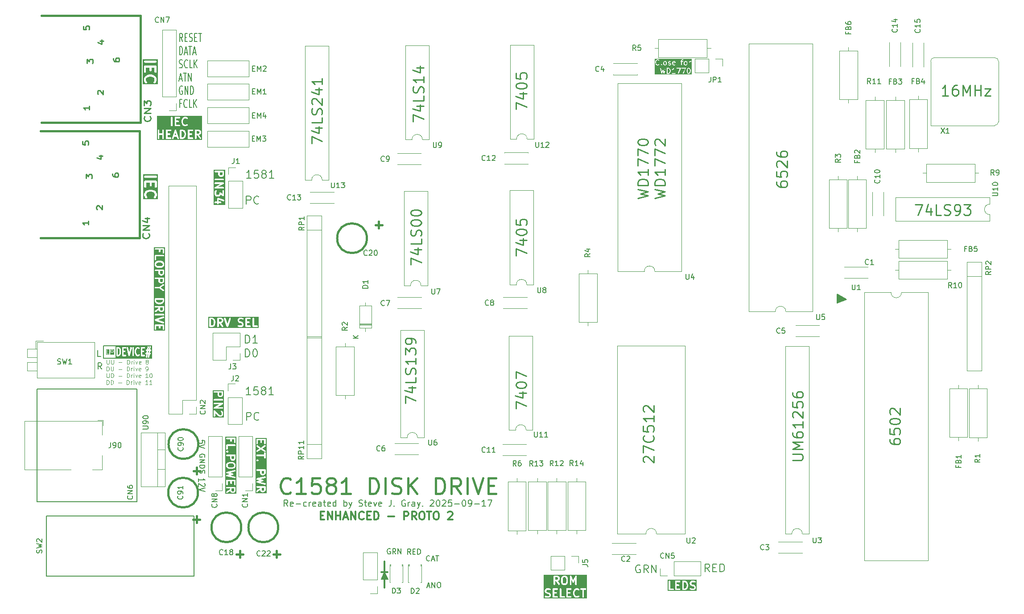
<source format=gbr>
%TF.GenerationSoftware,KiCad,Pcbnew,9.0.4*%
%TF.CreationDate,2025-09-17T18:39:36-04:00*%
%TF.ProjectId,C1581,43313538-312e-46b6-9963-61645f706362,V2*%
%TF.SameCoordinates,Original*%
%TF.FileFunction,Legend,Top*%
%TF.FilePolarity,Positive*%
%FSLAX46Y46*%
G04 Gerber Fmt 4.6, Leading zero omitted, Abs format (unit mm)*
G04 Created by KiCad (PCBNEW 9.0.4) date 2025-09-17 18:39:36*
%MOMM*%
%LPD*%
G01*
G04 APERTURE LIST*
%ADD10C,0.150000*%
%ADD11C,0.300000*%
%ADD12C,0.250000*%
%ADD13C,0.400000*%
%ADD14C,0.187500*%
%ADD15C,0.275000*%
%ADD16C,0.100000*%
%ADD17C,0.120000*%
G04 APERTURE END LIST*
D10*
X121470000Y-142520000D02*
X120200000Y-142520000D01*
X120800000Y-141130000D01*
X121470000Y-142520000D01*
G36*
X121470000Y-142520000D02*
G01*
X120200000Y-142520000D01*
X120800000Y-141130000D01*
X121470000Y-142520000D01*
G37*
X67462400Y-100482400D02*
X69951600Y-100482400D01*
D11*
X121410000Y-141130000D02*
X120190000Y-141130000D01*
D10*
X208550000Y-89300000D02*
X206750000Y-90000000D01*
X206750000Y-88300000D01*
X208550000Y-89300000D01*
G36*
X208550000Y-89300000D02*
G01*
X206750000Y-90000000D01*
X206750000Y-88300000D01*
X208550000Y-89300000D01*
G37*
D11*
X120810000Y-139100000D02*
X120820000Y-144090000D01*
D10*
X67462400Y-98094800D02*
X70053200Y-98094800D01*
X67462400Y-100482400D02*
X67462400Y-98094800D01*
D11*
G36*
X92259171Y-125617672D02*
G01*
X92214463Y-125707086D01*
X92177458Y-125744091D01*
X92088047Y-125788797D01*
X91944581Y-125788797D01*
X91855167Y-125744090D01*
X91818162Y-125707085D01*
X91773457Y-125617673D01*
X91773457Y-125231654D01*
X92259171Y-125231654D01*
X92259171Y-125617672D01*
G37*
G36*
X92118196Y-120574240D02*
G01*
X92214464Y-120670507D01*
X92259171Y-120759921D01*
X92259171Y-120974814D01*
X92214464Y-121064227D01*
X92118197Y-121160494D01*
X91890706Y-121217368D01*
X91427635Y-121217368D01*
X91200144Y-121160494D01*
X91103878Y-121064228D01*
X91059171Y-120974814D01*
X91059171Y-120759921D01*
X91103878Y-120670507D01*
X91200145Y-120574240D01*
X91427635Y-120517368D01*
X91890707Y-120517368D01*
X92118196Y-120574240D01*
G37*
G36*
X92259171Y-119474814D02*
G01*
X92214463Y-119564228D01*
X92177458Y-119601233D01*
X92088047Y-119645939D01*
X91944581Y-119645939D01*
X91855167Y-119601232D01*
X91818162Y-119564227D01*
X91773457Y-119474815D01*
X91773457Y-119088796D01*
X92259171Y-119088796D01*
X92259171Y-119474814D01*
G37*
G36*
X92725838Y-126255464D02*
G01*
X90592504Y-126255464D01*
X90592504Y-125942048D01*
X90759206Y-125942048D01*
X90771865Y-125999190D01*
X90805429Y-126047138D01*
X90854786Y-126078591D01*
X90912422Y-126088762D01*
X90969564Y-126076103D01*
X90995190Y-126061682D01*
X91487978Y-125716730D01*
X91489293Y-125720165D01*
X91560721Y-125863022D01*
X91568648Y-125875615D01*
X91570164Y-125879275D01*
X91573545Y-125883394D01*
X91576386Y-125887908D01*
X91579379Y-125890504D01*
X91588819Y-125902006D01*
X91660248Y-125973435D01*
X91671752Y-125982876D01*
X91674347Y-125985868D01*
X91678856Y-125988706D01*
X91682979Y-125992090D01*
X91686640Y-125993606D01*
X91699232Y-126001533D01*
X91842090Y-126072961D01*
X91869553Y-126083471D01*
X91874928Y-126083852D01*
X91879907Y-126085915D01*
X91909171Y-126088797D01*
X92123457Y-126088797D01*
X92152721Y-126085915D01*
X92157699Y-126083852D01*
X92163075Y-126083471D01*
X92190539Y-126072961D01*
X92333396Y-126001533D01*
X92345991Y-125993604D01*
X92349650Y-125992089D01*
X92353767Y-125988709D01*
X92358282Y-125985868D01*
X92360878Y-125982873D01*
X92372381Y-125973434D01*
X92443809Y-125902005D01*
X92453247Y-125890504D01*
X92456241Y-125887908D01*
X92459081Y-125883395D01*
X92462463Y-125879275D01*
X92463978Y-125875615D01*
X92471906Y-125863022D01*
X92543335Y-125720166D01*
X92553844Y-125692702D01*
X92554225Y-125687327D01*
X92556289Y-125682347D01*
X92559171Y-125653083D01*
X92559171Y-125081654D01*
X92556289Y-125052390D01*
X92533891Y-124998318D01*
X92492507Y-124956934D01*
X92438435Y-124934536D01*
X92409171Y-124931654D01*
X90909171Y-124931654D01*
X90879907Y-124934536D01*
X90825835Y-124956934D01*
X90784451Y-124998318D01*
X90762053Y-125052390D01*
X90762053Y-125110918D01*
X90784451Y-125164990D01*
X90825835Y-125206374D01*
X90879907Y-125228772D01*
X90909171Y-125231654D01*
X91473457Y-125231654D01*
X91473457Y-125360698D01*
X90823152Y-125815912D01*
X90800830Y-125835055D01*
X90769377Y-125884412D01*
X90759206Y-125942048D01*
X90592504Y-125942048D01*
X90592504Y-123724511D01*
X90759171Y-123724511D01*
X90759171Y-124438797D01*
X90762053Y-124468061D01*
X90784451Y-124522133D01*
X90825835Y-124563517D01*
X90879907Y-124585915D01*
X90938435Y-124585915D01*
X90992507Y-124563517D01*
X91033891Y-124522133D01*
X91056289Y-124468061D01*
X91059171Y-124438797D01*
X91059171Y-123874511D01*
X91544885Y-123874511D01*
X91544885Y-124224511D01*
X91547767Y-124253775D01*
X91570165Y-124307847D01*
X91611549Y-124349231D01*
X91665621Y-124371629D01*
X91724149Y-124371629D01*
X91778221Y-124349231D01*
X91819605Y-124307847D01*
X91842003Y-124253775D01*
X91844885Y-124224511D01*
X91844885Y-123874511D01*
X92259171Y-123874511D01*
X92259171Y-124438797D01*
X92262053Y-124468061D01*
X92284451Y-124522133D01*
X92325835Y-124563517D01*
X92379907Y-124585915D01*
X92438435Y-124585915D01*
X92492507Y-124563517D01*
X92533891Y-124522133D01*
X92556289Y-124468061D01*
X92559171Y-124438797D01*
X92559171Y-123724511D01*
X92556289Y-123695247D01*
X92533891Y-123641175D01*
X92492507Y-123599791D01*
X92438435Y-123577393D01*
X92409171Y-123574511D01*
X90909171Y-123574511D01*
X90879907Y-123577393D01*
X90825835Y-123599791D01*
X90784451Y-123641175D01*
X90762053Y-123695247D01*
X90759171Y-123724511D01*
X90592504Y-123724511D01*
X90592504Y-122230118D01*
X90759276Y-122230118D01*
X90764320Y-122251306D01*
X90767190Y-122272898D01*
X90771047Y-122279561D01*
X90772832Y-122287055D01*
X90785602Y-122304700D01*
X90796513Y-122323547D01*
X90802628Y-122328228D01*
X90807145Y-122334469D01*
X90825695Y-122345884D01*
X90842988Y-122359121D01*
X90853782Y-122363168D01*
X90856989Y-122365142D01*
X90860579Y-122365717D01*
X90870522Y-122369446D01*
X91398444Y-122510225D01*
X90870522Y-122651005D01*
X90860579Y-122654733D01*
X90856989Y-122655309D01*
X90853782Y-122657282D01*
X90842988Y-122661330D01*
X90825695Y-122674566D01*
X90807145Y-122685982D01*
X90802628Y-122692222D01*
X90796513Y-122696904D01*
X90785603Y-122715748D01*
X90772832Y-122733396D01*
X90771047Y-122740890D01*
X90767190Y-122747554D01*
X90764320Y-122769143D01*
X90759276Y-122790333D01*
X90760494Y-122797935D01*
X90759480Y-122805571D01*
X90765092Y-122826618D01*
X90768540Y-122848122D01*
X90772576Y-122854681D01*
X90774561Y-122862123D01*
X90787797Y-122879415D01*
X90799213Y-122897966D01*
X90805453Y-122902482D01*
X90810135Y-122908598D01*
X90828979Y-122919507D01*
X90846627Y-122932279D01*
X90857531Y-122936037D01*
X90860785Y-122937921D01*
X90864384Y-122938399D01*
X90874428Y-122941861D01*
X92374428Y-123299004D01*
X92403564Y-123302978D01*
X92461353Y-123293714D01*
X92511197Y-123263041D01*
X92545510Y-123215627D01*
X92559066Y-123158690D01*
X92549802Y-123100901D01*
X92519129Y-123051057D01*
X92471715Y-123016744D01*
X92443914Y-123007162D01*
X91522200Y-122787706D01*
X92019249Y-122655160D01*
X92026105Y-122652588D01*
X92028987Y-122652206D01*
X92032407Y-122650225D01*
X92046783Y-122644835D01*
X92062503Y-122632801D01*
X92079636Y-122622883D01*
X92085542Y-122615167D01*
X92093258Y-122609261D01*
X92103175Y-122592129D01*
X92115210Y-122576408D01*
X92117714Y-122567017D01*
X92122581Y-122558611D01*
X92125188Y-122538989D01*
X92130291Y-122519856D01*
X92129011Y-122510224D01*
X92130291Y-122500594D01*
X92125188Y-122481460D01*
X92122581Y-122461838D01*
X92117713Y-122453431D01*
X92115210Y-122444042D01*
X92103176Y-122428321D01*
X92093258Y-122411189D01*
X92085542Y-122405282D01*
X92079636Y-122397567D01*
X92062504Y-122387649D01*
X92046783Y-122375615D01*
X92032405Y-122370223D01*
X92028986Y-122368244D01*
X92026105Y-122367861D01*
X92019249Y-122365290D01*
X91522202Y-122232744D01*
X92443914Y-122013289D01*
X92471715Y-122003707D01*
X92519129Y-121969394D01*
X92549802Y-121919550D01*
X92559066Y-121861761D01*
X92545510Y-121804824D01*
X92511197Y-121757410D01*
X92461353Y-121726737D01*
X92403564Y-121717473D01*
X92374428Y-121721447D01*
X90874428Y-122078590D01*
X90864384Y-122082051D01*
X90860784Y-122082530D01*
X90857528Y-122084414D01*
X90846627Y-122088172D01*
X90828981Y-122100942D01*
X90810135Y-122111853D01*
X90805453Y-122117968D01*
X90799213Y-122122485D01*
X90787797Y-122141035D01*
X90774561Y-122158328D01*
X90772576Y-122165769D01*
X90768540Y-122172329D01*
X90765092Y-122193832D01*
X90759480Y-122214880D01*
X90760494Y-122222515D01*
X90759276Y-122230118D01*
X90592504Y-122230118D01*
X90592504Y-120724511D01*
X90759171Y-120724511D01*
X90759171Y-121010225D01*
X90762053Y-121039489D01*
X90764116Y-121044469D01*
X90764498Y-121049844D01*
X90775007Y-121077307D01*
X90846436Y-121220164D01*
X90854363Y-121232757D01*
X90855879Y-121236417D01*
X90859260Y-121240536D01*
X90862101Y-121245050D01*
X90865094Y-121247646D01*
X90874534Y-121259148D01*
X91017391Y-121402005D01*
X91040121Y-121420660D01*
X91050424Y-121424927D01*
X91059385Y-121431567D01*
X91087076Y-121441460D01*
X91372790Y-121512889D01*
X91377862Y-121513639D01*
X91379907Y-121514486D01*
X91390926Y-121515571D01*
X91401879Y-121517191D01*
X91404067Y-121516865D01*
X91409171Y-121517368D01*
X91909171Y-121517368D01*
X91914274Y-121516865D01*
X91916462Y-121517191D01*
X91927413Y-121515571D01*
X91938435Y-121514486D01*
X91940479Y-121513639D01*
X91945552Y-121512889D01*
X92231265Y-121441460D01*
X92258956Y-121431567D01*
X92267916Y-121424927D01*
X92278220Y-121420660D01*
X92300951Y-121402005D01*
X92443808Y-121259148D01*
X92453248Y-121247645D01*
X92456241Y-121245050D01*
X92459079Y-121240540D01*
X92462463Y-121236418D01*
X92463979Y-121232755D01*
X92471906Y-121220164D01*
X92543335Y-121077308D01*
X92553844Y-121049844D01*
X92554225Y-121044469D01*
X92556289Y-121039489D01*
X92559171Y-121010225D01*
X92559171Y-120724511D01*
X92556289Y-120695247D01*
X92554225Y-120690266D01*
X92553844Y-120684892D01*
X92543335Y-120657428D01*
X92471906Y-120514572D01*
X92463978Y-120501978D01*
X92462463Y-120498319D01*
X92459081Y-120494199D01*
X92456241Y-120489686D01*
X92453246Y-120487089D01*
X92443808Y-120475588D01*
X92300951Y-120332730D01*
X92278221Y-120314075D01*
X92267915Y-120309806D01*
X92258956Y-120303168D01*
X92231265Y-120293275D01*
X91945551Y-120221847D01*
X91940479Y-120221097D01*
X91938435Y-120220250D01*
X91927412Y-120219164D01*
X91916462Y-120217545D01*
X91914274Y-120217870D01*
X91909171Y-120217368D01*
X91409171Y-120217368D01*
X91404067Y-120217870D01*
X91401880Y-120217545D01*
X91390929Y-120219164D01*
X91379907Y-120220250D01*
X91377862Y-120221097D01*
X91372791Y-120221847D01*
X91087077Y-120293275D01*
X91059386Y-120303168D01*
X91050426Y-120309806D01*
X91040121Y-120314075D01*
X91017391Y-120332730D01*
X90874534Y-120475588D01*
X90865094Y-120487089D01*
X90862101Y-120489686D01*
X90859260Y-120494199D01*
X90855879Y-120498319D01*
X90854363Y-120501978D01*
X90846436Y-120514572D01*
X90775007Y-120657429D01*
X90764498Y-120684892D01*
X90764116Y-120690266D01*
X90762053Y-120695247D01*
X90759171Y-120724511D01*
X90592504Y-120724511D01*
X90592504Y-118909532D01*
X90762053Y-118909532D01*
X90762053Y-118968060D01*
X90784451Y-119022132D01*
X90825835Y-119063516D01*
X90879907Y-119085914D01*
X90909171Y-119088796D01*
X91473457Y-119088796D01*
X91473457Y-119510225D01*
X91476339Y-119539489D01*
X91478401Y-119544467D01*
X91478783Y-119549843D01*
X91489293Y-119577307D01*
X91560721Y-119720164D01*
X91568648Y-119732757D01*
X91570164Y-119736417D01*
X91573545Y-119740536D01*
X91576386Y-119745050D01*
X91579379Y-119747646D01*
X91588819Y-119759148D01*
X91660248Y-119830577D01*
X91671752Y-119840018D01*
X91674347Y-119843010D01*
X91678856Y-119845848D01*
X91682979Y-119849232D01*
X91686640Y-119850748D01*
X91699232Y-119858675D01*
X91842090Y-119930103D01*
X91869553Y-119940613D01*
X91874928Y-119940994D01*
X91879907Y-119943057D01*
X91909171Y-119945939D01*
X92123457Y-119945939D01*
X92152721Y-119943057D01*
X92157699Y-119940994D01*
X92163075Y-119940613D01*
X92190539Y-119930103D01*
X92333396Y-119858675D01*
X92345991Y-119850746D01*
X92349650Y-119849231D01*
X92353767Y-119845851D01*
X92358282Y-119843010D01*
X92360878Y-119840015D01*
X92372381Y-119830576D01*
X92443809Y-119759147D01*
X92453247Y-119747646D01*
X92456241Y-119745050D01*
X92459081Y-119740537D01*
X92462463Y-119736417D01*
X92463978Y-119732757D01*
X92471906Y-119720164D01*
X92543335Y-119577308D01*
X92553844Y-119549844D01*
X92554225Y-119544469D01*
X92556289Y-119539489D01*
X92559171Y-119510225D01*
X92559171Y-118938796D01*
X92556289Y-118909532D01*
X92533891Y-118855460D01*
X92492507Y-118814076D01*
X92438435Y-118791678D01*
X92409171Y-118788796D01*
X90909171Y-118788796D01*
X90879907Y-118791678D01*
X90825835Y-118814076D01*
X90784451Y-118855460D01*
X90762053Y-118909532D01*
X90592504Y-118909532D01*
X90592504Y-118195246D01*
X90762053Y-118195246D01*
X90762053Y-118253774D01*
X90767398Y-118266677D01*
X90784450Y-118307845D01*
X90803105Y-118330576D01*
X90874534Y-118402005D01*
X90897265Y-118420660D01*
X90951337Y-118443057D01*
X90951338Y-118443057D01*
X91009864Y-118443057D01*
X91032261Y-118433779D01*
X91063935Y-118420660D01*
X91063936Y-118420659D01*
X91086667Y-118402004D01*
X91158095Y-118330575D01*
X91176749Y-118307845D01*
X91193801Y-118266677D01*
X91199146Y-118253774D01*
X91199146Y-118195246D01*
X91186025Y-118163571D01*
X91176749Y-118141174D01*
X91158094Y-118118444D01*
X91086666Y-118047016D01*
X91063935Y-118028361D01*
X91009863Y-118005964D01*
X90951337Y-118005964D01*
X90897265Y-118028361D01*
X90874535Y-118047015D01*
X90803106Y-118118443D01*
X90784451Y-118141174D01*
X90784450Y-118141175D01*
X90771330Y-118172849D01*
X90762053Y-118195246D01*
X90592504Y-118195246D01*
X90592504Y-117010224D01*
X90759171Y-117010224D01*
X90759171Y-117724510D01*
X90762053Y-117753774D01*
X90784451Y-117807846D01*
X90825835Y-117849230D01*
X90879907Y-117871628D01*
X90938435Y-117871628D01*
X90992507Y-117849230D01*
X91033891Y-117807846D01*
X91056289Y-117753774D01*
X91059171Y-117724510D01*
X91059171Y-117160224D01*
X92409171Y-117160224D01*
X92438435Y-117157342D01*
X92492507Y-117134944D01*
X92533891Y-117093560D01*
X92556289Y-117039488D01*
X92556289Y-116980960D01*
X92533891Y-116926888D01*
X92492507Y-116885504D01*
X92438435Y-116863106D01*
X92409171Y-116860224D01*
X90909171Y-116860224D01*
X90879907Y-116863106D01*
X90825835Y-116885504D01*
X90784451Y-116926888D01*
X90762053Y-116980960D01*
X90759171Y-117010224D01*
X90592504Y-117010224D01*
X90592504Y-115695246D01*
X90762053Y-115695246D01*
X90762053Y-115753774D01*
X90784451Y-115807846D01*
X90825835Y-115849230D01*
X90879907Y-115871628D01*
X90909171Y-115874510D01*
X91544885Y-115874510D01*
X91544885Y-116224510D01*
X91547767Y-116253774D01*
X91570165Y-116307846D01*
X91611549Y-116349230D01*
X91665621Y-116371628D01*
X91724149Y-116371628D01*
X91778221Y-116349230D01*
X91819605Y-116307846D01*
X91842003Y-116253774D01*
X91844885Y-116224510D01*
X91844885Y-115874510D01*
X92259171Y-115874510D01*
X92259171Y-116438796D01*
X92262053Y-116468060D01*
X92284451Y-116522132D01*
X92325835Y-116563516D01*
X92379907Y-116585914D01*
X92438435Y-116585914D01*
X92492507Y-116563516D01*
X92533891Y-116522132D01*
X92556289Y-116468060D01*
X92559171Y-116438796D01*
X92559171Y-115724510D01*
X92556289Y-115695246D01*
X92533891Y-115641174D01*
X92492507Y-115599790D01*
X92438435Y-115577392D01*
X92409171Y-115574510D01*
X90909171Y-115574510D01*
X90879907Y-115577392D01*
X90825835Y-115599790D01*
X90784451Y-115641174D01*
X90762053Y-115695246D01*
X90592504Y-115695246D01*
X90592504Y-115407843D01*
X92725838Y-115407843D01*
X92725838Y-126255464D01*
G37*
G36*
X82614915Y-57380561D02*
G01*
X82715522Y-57481168D01*
X82768701Y-57587527D01*
X82831657Y-57839348D01*
X82831657Y-58016707D01*
X82768701Y-58268528D01*
X82715522Y-58374888D01*
X82614916Y-58475494D01*
X82457314Y-58528028D01*
X82274514Y-58528028D01*
X82274514Y-57328028D01*
X82457317Y-57328028D01*
X82614915Y-57380561D01*
G37*
G36*
X85607090Y-57372735D02*
G01*
X85644094Y-57409739D01*
X85688800Y-57499151D01*
X85688800Y-57642618D01*
X85644093Y-57732031D01*
X85607088Y-57769036D01*
X85517676Y-57813742D01*
X85131657Y-57813742D01*
X85131657Y-57328028D01*
X85517676Y-57328028D01*
X85607090Y-57372735D01*
G37*
G36*
X81273545Y-58099457D02*
G01*
X80975486Y-58099457D01*
X81124515Y-57652369D01*
X81273545Y-58099457D01*
G37*
G36*
X86155467Y-58994695D02*
G01*
X77593561Y-58994695D01*
X77593561Y-57178028D01*
X77760228Y-57178028D01*
X77760228Y-58678028D01*
X77763110Y-58707292D01*
X77785508Y-58761364D01*
X77826892Y-58802748D01*
X77880964Y-58825146D01*
X77939492Y-58825146D01*
X77993564Y-58802748D01*
X78034948Y-58761364D01*
X78057346Y-58707292D01*
X78060228Y-58678028D01*
X78060228Y-58042314D01*
X78617371Y-58042314D01*
X78617371Y-58678028D01*
X78620253Y-58707292D01*
X78642651Y-58761364D01*
X78684035Y-58802748D01*
X78738107Y-58825146D01*
X78796635Y-58825146D01*
X78850707Y-58802748D01*
X78892091Y-58761364D01*
X78914489Y-58707292D01*
X78917371Y-58678028D01*
X78917371Y-57178028D01*
X79331657Y-57178028D01*
X79331657Y-58678028D01*
X79334539Y-58707292D01*
X79356937Y-58761364D01*
X79398321Y-58802748D01*
X79452393Y-58825146D01*
X79481657Y-58828028D01*
X80195943Y-58828028D01*
X80225207Y-58825146D01*
X80279279Y-58802748D01*
X80320663Y-58761364D01*
X80343061Y-58707292D01*
X80343061Y-58659267D01*
X80475693Y-58659267D01*
X80479842Y-58717648D01*
X80506016Y-58769995D01*
X80550230Y-58808342D01*
X80605754Y-58826850D01*
X80664135Y-58822701D01*
X80716482Y-58796527D01*
X80754829Y-58752313D01*
X80766817Y-58725462D01*
X80875486Y-58399457D01*
X81373545Y-58399457D01*
X81482213Y-58725462D01*
X81494201Y-58752313D01*
X81532548Y-58796528D01*
X81584896Y-58822701D01*
X81643276Y-58826851D01*
X81698800Y-58808342D01*
X81743014Y-58769995D01*
X81769188Y-58717648D01*
X81773338Y-58659268D01*
X81766818Y-58630594D01*
X81282628Y-57178028D01*
X81974514Y-57178028D01*
X81974514Y-58678028D01*
X81977396Y-58707292D01*
X81999794Y-58761364D01*
X82041178Y-58802748D01*
X82095250Y-58825146D01*
X82124514Y-58828028D01*
X82481657Y-58828028D01*
X82496462Y-58826569D01*
X82500417Y-58826851D01*
X82505618Y-58825668D01*
X82510921Y-58825146D01*
X82514578Y-58823630D01*
X82529091Y-58820331D01*
X82743377Y-58748903D01*
X82770228Y-58736915D01*
X82774299Y-58733383D01*
X82779279Y-58731321D01*
X82802009Y-58712666D01*
X82944866Y-58569808D01*
X82954304Y-58558306D01*
X82957299Y-58555710D01*
X82960139Y-58551196D01*
X82963521Y-58547077D01*
X82965036Y-58543417D01*
X82972964Y-58530824D01*
X83044393Y-58387968D01*
X83045212Y-58385825D01*
X83045857Y-58384956D01*
X83050241Y-58372684D01*
X83054902Y-58360504D01*
X83054978Y-58359423D01*
X83055750Y-58357265D01*
X83127178Y-58071551D01*
X83127927Y-58066479D01*
X83128775Y-58064435D01*
X83129860Y-58053412D01*
X83131480Y-58042462D01*
X83131154Y-58040274D01*
X83131657Y-58035171D01*
X83131657Y-57820885D01*
X83131154Y-57815781D01*
X83131480Y-57813594D01*
X83129860Y-57802643D01*
X83128775Y-57791621D01*
X83127927Y-57789576D01*
X83127178Y-57784505D01*
X83055750Y-57498791D01*
X83054978Y-57496632D01*
X83054902Y-57495552D01*
X83050241Y-57483371D01*
X83045857Y-57471100D01*
X83045212Y-57470230D01*
X83044393Y-57468088D01*
X82972964Y-57325232D01*
X82965037Y-57312640D01*
X82963521Y-57308978D01*
X82960137Y-57304855D01*
X82957299Y-57300346D01*
X82954306Y-57297750D01*
X82944866Y-57286248D01*
X82836646Y-57178028D01*
X83474514Y-57178028D01*
X83474514Y-58678028D01*
X83477396Y-58707292D01*
X83499794Y-58761364D01*
X83541178Y-58802748D01*
X83595250Y-58825146D01*
X83624514Y-58828028D01*
X84338800Y-58828028D01*
X84368064Y-58825146D01*
X84422136Y-58802748D01*
X84463520Y-58761364D01*
X84485918Y-58707292D01*
X84485918Y-58648764D01*
X84463520Y-58594692D01*
X84422136Y-58553308D01*
X84368064Y-58530910D01*
X84338800Y-58528028D01*
X83774514Y-58528028D01*
X83774514Y-58042314D01*
X84124514Y-58042314D01*
X84153778Y-58039432D01*
X84207850Y-58017034D01*
X84249234Y-57975650D01*
X84271632Y-57921578D01*
X84271632Y-57863050D01*
X84249234Y-57808978D01*
X84207850Y-57767594D01*
X84153778Y-57745196D01*
X84124514Y-57742314D01*
X83774514Y-57742314D01*
X83774514Y-57328028D01*
X84338800Y-57328028D01*
X84368064Y-57325146D01*
X84422136Y-57302748D01*
X84463520Y-57261364D01*
X84485918Y-57207292D01*
X84485918Y-57178028D01*
X84831657Y-57178028D01*
X84831657Y-58678028D01*
X84834539Y-58707292D01*
X84856937Y-58761364D01*
X84898321Y-58802748D01*
X84952393Y-58825146D01*
X85010921Y-58825146D01*
X85064993Y-58802748D01*
X85106377Y-58761364D01*
X85128775Y-58707292D01*
X85131657Y-58678028D01*
X85131657Y-58113742D01*
X85260702Y-58113742D01*
X85715915Y-58764047D01*
X85735058Y-58786369D01*
X85784415Y-58817822D01*
X85842051Y-58827993D01*
X85899193Y-58815334D01*
X85947141Y-58781770D01*
X85978594Y-58732413D01*
X85988765Y-58674777D01*
X85976106Y-58617635D01*
X85961685Y-58592009D01*
X85616733Y-58099220D01*
X85620168Y-58097906D01*
X85763025Y-58026478D01*
X85775618Y-58018550D01*
X85779278Y-58017035D01*
X85783397Y-58013653D01*
X85787911Y-58010813D01*
X85790507Y-58007819D01*
X85802009Y-57998380D01*
X85873438Y-57926951D01*
X85882879Y-57915446D01*
X85885871Y-57912852D01*
X85888709Y-57908342D01*
X85892093Y-57904220D01*
X85893609Y-57900558D01*
X85901536Y-57887967D01*
X85972964Y-57745109D01*
X85983474Y-57717646D01*
X85983855Y-57712270D01*
X85985918Y-57707292D01*
X85988800Y-57678028D01*
X85988800Y-57463742D01*
X85985918Y-57434478D01*
X85983855Y-57429499D01*
X85983474Y-57424124D01*
X85972964Y-57396661D01*
X85901536Y-57253803D01*
X85893607Y-57241208D01*
X85892092Y-57237549D01*
X85888710Y-57233428D01*
X85885871Y-57228918D01*
X85882879Y-57226323D01*
X85873437Y-57214818D01*
X85802008Y-57143390D01*
X85790508Y-57133952D01*
X85787911Y-57130958D01*
X85783394Y-57128115D01*
X85779277Y-57124736D01*
X85775620Y-57123221D01*
X85763025Y-57115293D01*
X85620168Y-57043864D01*
X85592705Y-57033355D01*
X85587330Y-57032973D01*
X85582350Y-57030910D01*
X85553086Y-57028028D01*
X84981657Y-57028028D01*
X84952393Y-57030910D01*
X84898321Y-57053308D01*
X84856937Y-57094692D01*
X84834539Y-57148764D01*
X84831657Y-57178028D01*
X84485918Y-57178028D01*
X84485918Y-57148764D01*
X84463520Y-57094692D01*
X84422136Y-57053308D01*
X84368064Y-57030910D01*
X84338800Y-57028028D01*
X83624514Y-57028028D01*
X83595250Y-57030910D01*
X83541178Y-57053308D01*
X83499794Y-57094692D01*
X83477396Y-57148764D01*
X83474514Y-57178028D01*
X82836646Y-57178028D01*
X82802009Y-57143391D01*
X82779278Y-57124736D01*
X82774298Y-57122673D01*
X82770228Y-57119143D01*
X82743377Y-57107154D01*
X82529091Y-57035726D01*
X82514583Y-57032427D01*
X82510921Y-57030910D01*
X82505612Y-57030387D01*
X82500418Y-57029206D01*
X82496468Y-57029486D01*
X82481657Y-57028028D01*
X82124514Y-57028028D01*
X82095250Y-57030910D01*
X82041178Y-57053308D01*
X81999794Y-57094692D01*
X81977396Y-57148764D01*
X81974514Y-57178028D01*
X81282628Y-57178028D01*
X81266817Y-57130594D01*
X81254829Y-57103743D01*
X81247806Y-57095646D01*
X81243014Y-57086061D01*
X81228805Y-57073737D01*
X81216482Y-57059529D01*
X81206896Y-57054736D01*
X81198800Y-57047714D01*
X81180956Y-57041765D01*
X81164135Y-57033355D01*
X81153446Y-57032595D01*
X81143276Y-57029205D01*
X81124510Y-57030538D01*
X81105754Y-57029206D01*
X81095586Y-57032595D01*
X81084896Y-57033355D01*
X81068072Y-57041766D01*
X81050230Y-57047714D01*
X81042135Y-57054734D01*
X81032548Y-57059528D01*
X81020222Y-57073739D01*
X81006016Y-57086061D01*
X81001223Y-57095645D01*
X80994201Y-57103743D01*
X80982213Y-57130594D01*
X80482213Y-58630594D01*
X80475693Y-58659267D01*
X80343061Y-58659267D01*
X80343061Y-58648764D01*
X80320663Y-58594692D01*
X80279279Y-58553308D01*
X80225207Y-58530910D01*
X80195943Y-58528028D01*
X79631657Y-58528028D01*
X79631657Y-58042314D01*
X79981657Y-58042314D01*
X80010921Y-58039432D01*
X80064993Y-58017034D01*
X80106377Y-57975650D01*
X80128775Y-57921578D01*
X80128775Y-57863050D01*
X80106377Y-57808978D01*
X80064993Y-57767594D01*
X80010921Y-57745196D01*
X79981657Y-57742314D01*
X79631657Y-57742314D01*
X79631657Y-57328028D01*
X80195943Y-57328028D01*
X80225207Y-57325146D01*
X80279279Y-57302748D01*
X80320663Y-57261364D01*
X80343061Y-57207292D01*
X80343061Y-57148764D01*
X80320663Y-57094692D01*
X80279279Y-57053308D01*
X80225207Y-57030910D01*
X80195943Y-57028028D01*
X79481657Y-57028028D01*
X79452393Y-57030910D01*
X79398321Y-57053308D01*
X79356937Y-57094692D01*
X79334539Y-57148764D01*
X79331657Y-57178028D01*
X78917371Y-57178028D01*
X78914489Y-57148764D01*
X78892091Y-57094692D01*
X78850707Y-57053308D01*
X78796635Y-57030910D01*
X78738107Y-57030910D01*
X78684035Y-57053308D01*
X78642651Y-57094692D01*
X78620253Y-57148764D01*
X78617371Y-57178028D01*
X78617371Y-57742314D01*
X78060228Y-57742314D01*
X78060228Y-57178028D01*
X78057346Y-57148764D01*
X78034948Y-57094692D01*
X77993564Y-57053308D01*
X77939492Y-57030910D01*
X77880964Y-57030910D01*
X77826892Y-57053308D01*
X77785508Y-57094692D01*
X77763110Y-57148764D01*
X77760228Y-57178028D01*
X77593561Y-57178028D01*
X77593561Y-54763112D01*
X80260228Y-54763112D01*
X80260228Y-56263112D01*
X80263110Y-56292376D01*
X80285508Y-56346448D01*
X80326892Y-56387832D01*
X80380964Y-56410230D01*
X80439492Y-56410230D01*
X80493564Y-56387832D01*
X80534948Y-56346448D01*
X80557346Y-56292376D01*
X80560228Y-56263112D01*
X80560228Y-54763112D01*
X80974514Y-54763112D01*
X80974514Y-56263112D01*
X80977396Y-56292376D01*
X80999794Y-56346448D01*
X81041178Y-56387832D01*
X81095250Y-56410230D01*
X81124514Y-56413112D01*
X81838800Y-56413112D01*
X81868064Y-56410230D01*
X81922136Y-56387832D01*
X81963520Y-56346448D01*
X81985918Y-56292376D01*
X81985918Y-56233848D01*
X81963520Y-56179776D01*
X81922136Y-56138392D01*
X81868064Y-56115994D01*
X81838800Y-56113112D01*
X81274514Y-56113112D01*
X81274514Y-55627398D01*
X81624514Y-55627398D01*
X81653778Y-55624516D01*
X81707850Y-55602118D01*
X81749234Y-55560734D01*
X81771632Y-55506662D01*
X81771632Y-55448134D01*
X81754166Y-55405969D01*
X82260229Y-55405969D01*
X82260229Y-55620255D01*
X82260731Y-55625358D01*
X82260406Y-55627546D01*
X82262025Y-55638496D01*
X82263111Y-55649519D01*
X82263958Y-55651563D01*
X82264708Y-55656635D01*
X82336136Y-55942349D01*
X82336907Y-55944507D01*
X82336984Y-55945588D01*
X82341642Y-55957762D01*
X82346029Y-55970040D01*
X82346673Y-55970910D01*
X82347493Y-55973051D01*
X82418922Y-56115908D01*
X82426849Y-56128501D01*
X82428365Y-56132161D01*
X82431746Y-56136280D01*
X82434587Y-56140794D01*
X82437580Y-56143390D01*
X82447020Y-56154892D01*
X82589877Y-56297750D01*
X82612607Y-56316405D01*
X82617586Y-56318467D01*
X82621658Y-56321999D01*
X82648509Y-56333987D01*
X82862795Y-56405415D01*
X82877307Y-56408714D01*
X82880965Y-56410230D01*
X82886267Y-56410752D01*
X82891469Y-56411935D01*
X82895423Y-56411653D01*
X82910229Y-56413112D01*
X83053086Y-56413112D01*
X83067891Y-56411653D01*
X83071846Y-56411935D01*
X83077047Y-56410752D01*
X83082350Y-56410230D01*
X83086007Y-56408714D01*
X83100520Y-56405415D01*
X83314806Y-56333987D01*
X83341657Y-56321999D01*
X83345730Y-56318465D01*
X83350708Y-56316404D01*
X83373439Y-56297749D01*
X83444867Y-56226320D01*
X83463521Y-56203590D01*
X83485918Y-56149517D01*
X83485917Y-56090991D01*
X83463520Y-56036919D01*
X83422134Y-55995534D01*
X83368062Y-55973137D01*
X83309536Y-55973138D01*
X83255464Y-55995535D01*
X83232733Y-56014190D01*
X83186345Y-56060578D01*
X83028743Y-56113112D01*
X82934572Y-56113112D01*
X82776969Y-56060578D01*
X82676364Y-55959972D01*
X82623183Y-55853612D01*
X82560229Y-55601791D01*
X82560229Y-55424432D01*
X82623183Y-55172611D01*
X82676364Y-55066251D01*
X82776970Y-54965645D01*
X82934572Y-54913112D01*
X83028746Y-54913112D01*
X83186344Y-54965645D01*
X83232734Y-55012035D01*
X83255464Y-55030690D01*
X83309537Y-55053086D01*
X83368063Y-55053086D01*
X83422135Y-55030690D01*
X83463521Y-54989304D01*
X83485917Y-54935232D01*
X83485917Y-54876706D01*
X83463521Y-54822633D01*
X83444866Y-54799903D01*
X83373438Y-54728475D01*
X83350707Y-54709820D01*
X83345727Y-54707757D01*
X83341657Y-54704227D01*
X83314806Y-54692238D01*
X83100520Y-54620810D01*
X83086012Y-54617511D01*
X83082350Y-54615994D01*
X83077041Y-54615471D01*
X83071847Y-54614290D01*
X83067897Y-54614570D01*
X83053086Y-54613112D01*
X82910229Y-54613112D01*
X82895417Y-54614570D01*
X82891468Y-54614290D01*
X82886273Y-54615471D01*
X82880965Y-54615994D01*
X82877303Y-54617510D01*
X82862794Y-54620810D01*
X82648509Y-54692239D01*
X82621658Y-54704227D01*
X82617588Y-54707756D01*
X82612607Y-54709820D01*
X82589877Y-54728475D01*
X82447020Y-54871332D01*
X82437580Y-54882833D01*
X82434587Y-54885430D01*
X82431746Y-54889943D01*
X82428365Y-54894063D01*
X82426849Y-54897722D01*
X82418922Y-54910316D01*
X82347493Y-55053173D01*
X82346673Y-55055313D01*
X82346029Y-55056184D01*
X82341642Y-55068461D01*
X82336984Y-55080636D01*
X82336907Y-55081716D01*
X82336136Y-55083875D01*
X82264708Y-55369589D01*
X82263958Y-55374660D01*
X82263111Y-55376705D01*
X82262025Y-55387727D01*
X82260406Y-55398678D01*
X82260731Y-55400865D01*
X82260229Y-55405969D01*
X81754166Y-55405969D01*
X81749234Y-55394062D01*
X81707850Y-55352678D01*
X81653778Y-55330280D01*
X81624514Y-55327398D01*
X81274514Y-55327398D01*
X81274514Y-54913112D01*
X81838800Y-54913112D01*
X81868064Y-54910230D01*
X81922136Y-54887832D01*
X81963520Y-54846448D01*
X81985918Y-54792376D01*
X81985918Y-54733848D01*
X81963520Y-54679776D01*
X81922136Y-54638392D01*
X81868064Y-54615994D01*
X81838800Y-54613112D01*
X81124514Y-54613112D01*
X81095250Y-54615994D01*
X81041178Y-54638392D01*
X80999794Y-54679776D01*
X80977396Y-54733848D01*
X80974514Y-54763112D01*
X80560228Y-54763112D01*
X80557346Y-54733848D01*
X80534948Y-54679776D01*
X80493564Y-54638392D01*
X80439492Y-54615994D01*
X80380964Y-54615994D01*
X80326892Y-54638392D01*
X80285508Y-54679776D01*
X80263110Y-54733848D01*
X80260228Y-54763112D01*
X77593561Y-54763112D01*
X77593561Y-54446445D01*
X86155467Y-54446445D01*
X86155467Y-58994695D01*
G37*
G36*
X90042771Y-65555728D02*
G01*
X89998063Y-65645142D01*
X89961058Y-65682147D01*
X89871647Y-65726853D01*
X89728181Y-65726853D01*
X89638767Y-65682146D01*
X89601762Y-65645141D01*
X89557057Y-65555729D01*
X89557057Y-65169710D01*
X90042771Y-65169710D01*
X90042771Y-65555728D01*
G37*
G36*
X90579689Y-71404924D02*
G01*
X88376104Y-71404924D01*
X88376104Y-70847590D01*
X88545653Y-70847590D01*
X88545653Y-70906118D01*
X88568051Y-70960190D01*
X88609435Y-71001574D01*
X88663507Y-71023972D01*
X88692771Y-71026854D01*
X89042771Y-71026854D01*
X89042771Y-71091139D01*
X89045653Y-71120403D01*
X89068051Y-71174475D01*
X89109435Y-71215859D01*
X89163507Y-71238257D01*
X89222035Y-71238257D01*
X89276107Y-71215859D01*
X89317491Y-71174475D01*
X89339889Y-71120403D01*
X89342771Y-71091139D01*
X89342771Y-71026854D01*
X89692771Y-71026854D01*
X89722035Y-71023972D01*
X89776107Y-71001574D01*
X89817491Y-70960190D01*
X89839889Y-70906118D01*
X89839889Y-70847590D01*
X89817491Y-70793518D01*
X89776107Y-70752134D01*
X89722035Y-70729736D01*
X89692771Y-70726854D01*
X89342771Y-70726854D01*
X89342771Y-70370681D01*
X90216766Y-70662013D01*
X90245439Y-70668533D01*
X90303819Y-70664384D01*
X90356166Y-70638210D01*
X90394514Y-70593996D01*
X90413022Y-70538471D01*
X90408873Y-70480091D01*
X90382699Y-70427744D01*
X90338485Y-70389397D01*
X90311634Y-70377408D01*
X89240205Y-70020266D01*
X89225697Y-70016967D01*
X89222035Y-70015450D01*
X89219026Y-70015450D01*
X89211532Y-70013746D01*
X89187555Y-70015450D01*
X89163507Y-70015450D01*
X89158526Y-70017512D01*
X89153151Y-70017895D01*
X89131646Y-70028647D01*
X89109435Y-70037848D01*
X89105624Y-70041658D01*
X89100804Y-70044069D01*
X89085052Y-70062230D01*
X89068051Y-70079232D01*
X89065988Y-70084211D01*
X89062457Y-70088283D01*
X89054854Y-70111089D01*
X89045653Y-70133304D01*
X89044899Y-70140955D01*
X89043949Y-70143807D01*
X89044229Y-70147756D01*
X89042771Y-70162568D01*
X89042771Y-70726854D01*
X88692771Y-70726854D01*
X88663507Y-70729736D01*
X88609435Y-70752134D01*
X88568051Y-70793518D01*
X88545653Y-70847590D01*
X88376104Y-70847590D01*
X88376104Y-68876854D01*
X88542771Y-68876854D01*
X88542771Y-69305425D01*
X88545653Y-69334689D01*
X88547714Y-69339666D01*
X88548097Y-69345044D01*
X88558607Y-69372507D01*
X88630036Y-69515365D01*
X88637963Y-69527958D01*
X88639479Y-69531618D01*
X88642860Y-69535737D01*
X88645701Y-69540251D01*
X88648694Y-69542847D01*
X88658134Y-69554349D01*
X88729562Y-69625777D01*
X88741064Y-69635217D01*
X88743660Y-69638210D01*
X88748169Y-69641048D01*
X88752292Y-69644432D01*
X88755954Y-69645948D01*
X88768546Y-69653875D01*
X88911402Y-69725304D01*
X88938866Y-69735813D01*
X88944240Y-69736194D01*
X88949221Y-69738258D01*
X88978485Y-69741140D01*
X89335628Y-69741140D01*
X89364892Y-69738258D01*
X89369872Y-69736194D01*
X89375247Y-69735813D01*
X89402710Y-69725304D01*
X89545567Y-69653875D01*
X89558162Y-69645946D01*
X89561819Y-69644432D01*
X89565936Y-69641052D01*
X89570453Y-69638210D01*
X89573050Y-69635215D01*
X89584550Y-69625778D01*
X89655979Y-69554350D01*
X89665418Y-69542847D01*
X89668414Y-69540250D01*
X89671255Y-69535735D01*
X89674634Y-69531619D01*
X89676149Y-69527960D01*
X89684078Y-69515364D01*
X89743213Y-69397093D01*
X90093995Y-69704026D01*
X90106644Y-69713069D01*
X90109435Y-69715860D01*
X90112079Y-69716955D01*
X90117916Y-69721128D01*
X90140995Y-69728933D01*
X90163507Y-69738258D01*
X90168569Y-69738258D01*
X90173359Y-69739878D01*
X90197659Y-69738258D01*
X90222035Y-69738258D01*
X90226710Y-69736321D01*
X90231755Y-69735985D01*
X90253590Y-69725186D01*
X90276107Y-69715860D01*
X90279683Y-69712283D01*
X90284218Y-69710041D01*
X90300261Y-69691705D01*
X90317491Y-69674476D01*
X90319427Y-69669801D01*
X90322759Y-69665994D01*
X90330562Y-69642918D01*
X90339889Y-69620404D01*
X90340592Y-69613262D01*
X90341509Y-69610552D01*
X90341246Y-69606617D01*
X90342771Y-69591140D01*
X90342771Y-68662568D01*
X90339889Y-68633304D01*
X90317491Y-68579232D01*
X90276107Y-68537848D01*
X90222035Y-68515450D01*
X90163507Y-68515450D01*
X90109435Y-68537848D01*
X90068051Y-68579232D01*
X90045653Y-68633304D01*
X90042771Y-68662568D01*
X90042771Y-69260574D01*
X89720118Y-68978253D01*
X89707467Y-68969209D01*
X89704678Y-68966420D01*
X89702032Y-68965323D01*
X89696196Y-68961152D01*
X89673114Y-68953345D01*
X89650606Y-68944022D01*
X89645547Y-68944022D01*
X89640754Y-68942401D01*
X89616445Y-68944022D01*
X89592078Y-68944022D01*
X89587402Y-68945958D01*
X89582358Y-68946295D01*
X89560522Y-68957093D01*
X89538006Y-68966420D01*
X89534429Y-68969996D01*
X89529895Y-68972239D01*
X89513851Y-68990574D01*
X89496622Y-69007804D01*
X89494685Y-69012478D01*
X89491354Y-69016286D01*
X89483547Y-69039367D01*
X89474224Y-69061876D01*
X89473521Y-69069013D01*
X89472603Y-69071728D01*
X89472865Y-69075667D01*
X89471342Y-69091140D01*
X89471342Y-69270015D01*
X89426636Y-69359427D01*
X89389632Y-69396432D01*
X89300218Y-69441140D01*
X89013895Y-69441140D01*
X88924482Y-69396433D01*
X88887478Y-69359429D01*
X88842771Y-69270015D01*
X88842771Y-68912264D01*
X88887478Y-68822849D01*
X88941695Y-68768633D01*
X88960349Y-68745903D01*
X88982746Y-68691830D01*
X88982745Y-68633304D01*
X88960348Y-68579232D01*
X88918962Y-68537847D01*
X88864890Y-68515450D01*
X88806364Y-68515451D01*
X88752292Y-68537848D01*
X88729561Y-68556503D01*
X88658133Y-68627932D01*
X88648695Y-68639431D01*
X88645701Y-68642029D01*
X88642858Y-68646545D01*
X88639479Y-68650663D01*
X88637964Y-68654319D01*
X88630036Y-68666915D01*
X88558607Y-68809772D01*
X88548098Y-68837235D01*
X88547716Y-68842609D01*
X88545653Y-68847590D01*
X88542771Y-68876854D01*
X88376104Y-68876854D01*
X88376104Y-68080662D01*
X88543137Y-68080662D01*
X88545653Y-68100453D01*
X88545653Y-68120403D01*
X88549312Y-68129236D01*
X88550518Y-68138722D01*
X88560416Y-68156044D01*
X88568051Y-68174475D01*
X88574811Y-68181235D01*
X88579556Y-68189538D01*
X88595327Y-68201751D01*
X88609435Y-68215859D01*
X88618270Y-68219518D01*
X88625830Y-68225373D01*
X88645074Y-68230621D01*
X88663507Y-68238257D01*
X88678473Y-68239730D01*
X88682294Y-68240773D01*
X88685245Y-68240397D01*
X88692771Y-68241139D01*
X90192771Y-68241139D01*
X90222035Y-68238257D01*
X90276107Y-68215859D01*
X90317491Y-68174475D01*
X90339889Y-68120403D01*
X90339889Y-68061875D01*
X90317491Y-68007803D01*
X90276107Y-67966419D01*
X90222035Y-67944021D01*
X90192771Y-67941139D01*
X89257605Y-67941139D01*
X90267192Y-67364232D01*
X90273359Y-67359854D01*
X90276107Y-67358716D01*
X90278906Y-67355916D01*
X90291170Y-67347211D01*
X90303385Y-67331437D01*
X90317491Y-67317332D01*
X90321149Y-67308498D01*
X90327006Y-67300937D01*
X90332255Y-67281688D01*
X90339889Y-67263260D01*
X90339889Y-67253698D01*
X90342405Y-67244473D01*
X90339889Y-67224681D01*
X90339889Y-67204732D01*
X90336229Y-67195898D01*
X90335024Y-67186413D01*
X90325125Y-67169090D01*
X90317491Y-67150660D01*
X90310730Y-67143899D01*
X90305986Y-67135597D01*
X90290214Y-67123383D01*
X90276107Y-67109276D01*
X90267271Y-67105616D01*
X90259712Y-67099762D01*
X90240467Y-67094513D01*
X90222035Y-67086878D01*
X90207070Y-67085404D01*
X90203249Y-67084362D01*
X90200297Y-67084737D01*
X90192771Y-67083996D01*
X88692771Y-67083996D01*
X88663507Y-67086878D01*
X88609435Y-67109276D01*
X88568051Y-67150660D01*
X88545653Y-67204732D01*
X88545653Y-67263260D01*
X88568051Y-67317332D01*
X88609435Y-67358716D01*
X88663507Y-67381114D01*
X88692771Y-67383996D01*
X89627936Y-67383996D01*
X88618350Y-67960903D01*
X88612182Y-67965280D01*
X88609435Y-67966419D01*
X88606635Y-67969218D01*
X88594372Y-67977924D01*
X88582158Y-67993695D01*
X88568051Y-68007803D01*
X88564391Y-68016638D01*
X88558537Y-68024198D01*
X88553288Y-68043442D01*
X88545653Y-68061875D01*
X88545653Y-68071437D01*
X88543137Y-68080662D01*
X88376104Y-68080662D01*
X88376104Y-66490446D01*
X88545653Y-66490446D01*
X88545653Y-66548974D01*
X88568051Y-66603046D01*
X88609435Y-66644430D01*
X88663507Y-66666828D01*
X88692771Y-66669710D01*
X90192771Y-66669710D01*
X90222035Y-66666828D01*
X90276107Y-66644430D01*
X90317491Y-66603046D01*
X90339889Y-66548974D01*
X90339889Y-66490446D01*
X90317491Y-66436374D01*
X90276107Y-66394990D01*
X90222035Y-66372592D01*
X90192771Y-66369710D01*
X88692771Y-66369710D01*
X88663507Y-66372592D01*
X88609435Y-66394990D01*
X88568051Y-66436374D01*
X88545653Y-66490446D01*
X88376104Y-66490446D01*
X88376104Y-64990446D01*
X88545653Y-64990446D01*
X88545653Y-65048974D01*
X88568051Y-65103046D01*
X88609435Y-65144430D01*
X88663507Y-65166828D01*
X88692771Y-65169710D01*
X89257057Y-65169710D01*
X89257057Y-65591139D01*
X89259939Y-65620403D01*
X89262001Y-65625381D01*
X89262383Y-65630757D01*
X89272893Y-65658221D01*
X89344321Y-65801078D01*
X89352248Y-65813671D01*
X89353764Y-65817331D01*
X89357145Y-65821450D01*
X89359986Y-65825964D01*
X89362979Y-65828560D01*
X89372419Y-65840062D01*
X89443848Y-65911491D01*
X89455352Y-65920932D01*
X89457947Y-65923924D01*
X89462456Y-65926762D01*
X89466579Y-65930146D01*
X89470240Y-65931662D01*
X89482832Y-65939589D01*
X89625690Y-66011017D01*
X89653153Y-66021527D01*
X89658528Y-66021908D01*
X89663507Y-66023971D01*
X89692771Y-66026853D01*
X89907057Y-66026853D01*
X89936321Y-66023971D01*
X89941299Y-66021908D01*
X89946675Y-66021527D01*
X89974139Y-66011017D01*
X90116996Y-65939589D01*
X90129591Y-65931660D01*
X90133250Y-65930145D01*
X90137367Y-65926765D01*
X90141882Y-65923924D01*
X90144478Y-65920929D01*
X90155981Y-65911490D01*
X90227409Y-65840061D01*
X90236847Y-65828560D01*
X90239841Y-65825964D01*
X90242681Y-65821451D01*
X90246063Y-65817331D01*
X90247578Y-65813671D01*
X90255506Y-65801078D01*
X90326935Y-65658222D01*
X90337444Y-65630758D01*
X90337825Y-65625383D01*
X90339889Y-65620403D01*
X90342771Y-65591139D01*
X90342771Y-65019710D01*
X90339889Y-64990446D01*
X90317491Y-64936374D01*
X90276107Y-64894990D01*
X90222035Y-64872592D01*
X90192771Y-64869710D01*
X88692771Y-64869710D01*
X88663507Y-64872592D01*
X88609435Y-64894990D01*
X88568051Y-64936374D01*
X88545653Y-64990446D01*
X88376104Y-64990446D01*
X88376104Y-64703043D01*
X90579689Y-64703043D01*
X90579689Y-71404924D01*
G37*
X108654510Y-130365114D02*
X109154510Y-130365114D01*
X109368796Y-131150828D02*
X108654510Y-131150828D01*
X108654510Y-131150828D02*
X108654510Y-129650828D01*
X108654510Y-129650828D02*
X109368796Y-129650828D01*
X110011653Y-131150828D02*
X110011653Y-129650828D01*
X110011653Y-129650828D02*
X110868796Y-131150828D01*
X110868796Y-131150828D02*
X110868796Y-129650828D01*
X111583082Y-131150828D02*
X111583082Y-129650828D01*
X111583082Y-130365114D02*
X112440225Y-130365114D01*
X112440225Y-131150828D02*
X112440225Y-129650828D01*
X113083083Y-130722257D02*
X113797369Y-130722257D01*
X112940226Y-131150828D02*
X113440226Y-129650828D01*
X113440226Y-129650828D02*
X113940226Y-131150828D01*
X114440225Y-131150828D02*
X114440225Y-129650828D01*
X114440225Y-129650828D02*
X115297368Y-131150828D01*
X115297368Y-131150828D02*
X115297368Y-129650828D01*
X116868797Y-131007971D02*
X116797369Y-131079400D01*
X116797369Y-131079400D02*
X116583083Y-131150828D01*
X116583083Y-131150828D02*
X116440226Y-131150828D01*
X116440226Y-131150828D02*
X116225940Y-131079400D01*
X116225940Y-131079400D02*
X116083083Y-130936542D01*
X116083083Y-130936542D02*
X116011654Y-130793685D01*
X116011654Y-130793685D02*
X115940226Y-130507971D01*
X115940226Y-130507971D02*
X115940226Y-130293685D01*
X115940226Y-130293685D02*
X116011654Y-130007971D01*
X116011654Y-130007971D02*
X116083083Y-129865114D01*
X116083083Y-129865114D02*
X116225940Y-129722257D01*
X116225940Y-129722257D02*
X116440226Y-129650828D01*
X116440226Y-129650828D02*
X116583083Y-129650828D01*
X116583083Y-129650828D02*
X116797369Y-129722257D01*
X116797369Y-129722257D02*
X116868797Y-129793685D01*
X117511654Y-130365114D02*
X118011654Y-130365114D01*
X118225940Y-131150828D02*
X117511654Y-131150828D01*
X117511654Y-131150828D02*
X117511654Y-129650828D01*
X117511654Y-129650828D02*
X118225940Y-129650828D01*
X118868797Y-131150828D02*
X118868797Y-129650828D01*
X118868797Y-129650828D02*
X119225940Y-129650828D01*
X119225940Y-129650828D02*
X119440226Y-129722257D01*
X119440226Y-129722257D02*
X119583083Y-129865114D01*
X119583083Y-129865114D02*
X119654512Y-130007971D01*
X119654512Y-130007971D02*
X119725940Y-130293685D01*
X119725940Y-130293685D02*
X119725940Y-130507971D01*
X119725940Y-130507971D02*
X119654512Y-130793685D01*
X119654512Y-130793685D02*
X119583083Y-130936542D01*
X119583083Y-130936542D02*
X119440226Y-131079400D01*
X119440226Y-131079400D02*
X119225940Y-131150828D01*
X119225940Y-131150828D02*
X118868797Y-131150828D01*
X121511654Y-130579400D02*
X122654512Y-130579400D01*
X124511654Y-131150828D02*
X124511654Y-129650828D01*
X124511654Y-129650828D02*
X125083083Y-129650828D01*
X125083083Y-129650828D02*
X125225940Y-129722257D01*
X125225940Y-129722257D02*
X125297369Y-129793685D01*
X125297369Y-129793685D02*
X125368797Y-129936542D01*
X125368797Y-129936542D02*
X125368797Y-130150828D01*
X125368797Y-130150828D02*
X125297369Y-130293685D01*
X125297369Y-130293685D02*
X125225940Y-130365114D01*
X125225940Y-130365114D02*
X125083083Y-130436542D01*
X125083083Y-130436542D02*
X124511654Y-130436542D01*
X126868797Y-131150828D02*
X126368797Y-130436542D01*
X126011654Y-131150828D02*
X126011654Y-129650828D01*
X126011654Y-129650828D02*
X126583083Y-129650828D01*
X126583083Y-129650828D02*
X126725940Y-129722257D01*
X126725940Y-129722257D02*
X126797369Y-129793685D01*
X126797369Y-129793685D02*
X126868797Y-129936542D01*
X126868797Y-129936542D02*
X126868797Y-130150828D01*
X126868797Y-130150828D02*
X126797369Y-130293685D01*
X126797369Y-130293685D02*
X126725940Y-130365114D01*
X126725940Y-130365114D02*
X126583083Y-130436542D01*
X126583083Y-130436542D02*
X126011654Y-130436542D01*
X127797369Y-129650828D02*
X128083083Y-129650828D01*
X128083083Y-129650828D02*
X128225940Y-129722257D01*
X128225940Y-129722257D02*
X128368797Y-129865114D01*
X128368797Y-129865114D02*
X128440226Y-130150828D01*
X128440226Y-130150828D02*
X128440226Y-130650828D01*
X128440226Y-130650828D02*
X128368797Y-130936542D01*
X128368797Y-130936542D02*
X128225940Y-131079400D01*
X128225940Y-131079400D02*
X128083083Y-131150828D01*
X128083083Y-131150828D02*
X127797369Y-131150828D01*
X127797369Y-131150828D02*
X127654512Y-131079400D01*
X127654512Y-131079400D02*
X127511654Y-130936542D01*
X127511654Y-130936542D02*
X127440226Y-130650828D01*
X127440226Y-130650828D02*
X127440226Y-130150828D01*
X127440226Y-130150828D02*
X127511654Y-129865114D01*
X127511654Y-129865114D02*
X127654512Y-129722257D01*
X127654512Y-129722257D02*
X127797369Y-129650828D01*
X128868798Y-129650828D02*
X129725941Y-129650828D01*
X129297369Y-131150828D02*
X129297369Y-129650828D01*
X130511655Y-129650828D02*
X130797369Y-129650828D01*
X130797369Y-129650828D02*
X130940226Y-129722257D01*
X130940226Y-129722257D02*
X131083083Y-129865114D01*
X131083083Y-129865114D02*
X131154512Y-130150828D01*
X131154512Y-130150828D02*
X131154512Y-130650828D01*
X131154512Y-130650828D02*
X131083083Y-130936542D01*
X131083083Y-130936542D02*
X130940226Y-131079400D01*
X130940226Y-131079400D02*
X130797369Y-131150828D01*
X130797369Y-131150828D02*
X130511655Y-131150828D01*
X130511655Y-131150828D02*
X130368798Y-131079400D01*
X130368798Y-131079400D02*
X130225940Y-130936542D01*
X130225940Y-130936542D02*
X130154512Y-130650828D01*
X130154512Y-130650828D02*
X130154512Y-130150828D01*
X130154512Y-130150828D02*
X130225940Y-129865114D01*
X130225940Y-129865114D02*
X130368798Y-129722257D01*
X130368798Y-129722257D02*
X130511655Y-129650828D01*
X132868798Y-129793685D02*
X132940226Y-129722257D01*
X132940226Y-129722257D02*
X133083084Y-129650828D01*
X133083084Y-129650828D02*
X133440226Y-129650828D01*
X133440226Y-129650828D02*
X133583084Y-129722257D01*
X133583084Y-129722257D02*
X133654512Y-129793685D01*
X133654512Y-129793685D02*
X133725941Y-129936542D01*
X133725941Y-129936542D02*
X133725941Y-130079400D01*
X133725941Y-130079400D02*
X133654512Y-130293685D01*
X133654512Y-130293685D02*
X132797369Y-131150828D01*
X132797369Y-131150828D02*
X133725941Y-131150828D01*
D12*
X227838282Y-50592238D02*
X226695425Y-50592238D01*
X227266853Y-50592238D02*
X227266853Y-48592238D01*
X227266853Y-48592238D02*
X227076377Y-48877952D01*
X227076377Y-48877952D02*
X226885901Y-49068428D01*
X226885901Y-49068428D02*
X226695425Y-49163666D01*
X229552568Y-48592238D02*
X229171615Y-48592238D01*
X229171615Y-48592238D02*
X228981139Y-48687476D01*
X228981139Y-48687476D02*
X228885901Y-48782714D01*
X228885901Y-48782714D02*
X228695425Y-49068428D01*
X228695425Y-49068428D02*
X228600187Y-49449380D01*
X228600187Y-49449380D02*
X228600187Y-50211285D01*
X228600187Y-50211285D02*
X228695425Y-50401761D01*
X228695425Y-50401761D02*
X228790663Y-50497000D01*
X228790663Y-50497000D02*
X228981139Y-50592238D01*
X228981139Y-50592238D02*
X229362092Y-50592238D01*
X229362092Y-50592238D02*
X229552568Y-50497000D01*
X229552568Y-50497000D02*
X229647806Y-50401761D01*
X229647806Y-50401761D02*
X229743044Y-50211285D01*
X229743044Y-50211285D02*
X229743044Y-49735095D01*
X229743044Y-49735095D02*
X229647806Y-49544619D01*
X229647806Y-49544619D02*
X229552568Y-49449380D01*
X229552568Y-49449380D02*
X229362092Y-49354142D01*
X229362092Y-49354142D02*
X228981139Y-49354142D01*
X228981139Y-49354142D02*
X228790663Y-49449380D01*
X228790663Y-49449380D02*
X228695425Y-49544619D01*
X228695425Y-49544619D02*
X228600187Y-49735095D01*
X230600187Y-50592238D02*
X230600187Y-48592238D01*
X230600187Y-48592238D02*
X231266854Y-50020809D01*
X231266854Y-50020809D02*
X231933520Y-48592238D01*
X231933520Y-48592238D02*
X231933520Y-50592238D01*
X232885901Y-50592238D02*
X232885901Y-48592238D01*
X232885901Y-49544619D02*
X234028758Y-49544619D01*
X234028758Y-50592238D02*
X234028758Y-48592238D01*
X234790663Y-49258904D02*
X235838282Y-49258904D01*
X235838282Y-49258904D02*
X234790663Y-50592238D01*
X234790663Y-50592238D02*
X235838282Y-50592238D01*
D10*
G36*
X174820325Y-45482990D02*
G01*
X174894438Y-45557103D01*
X174932931Y-45634090D01*
X174976315Y-45807624D01*
X174976315Y-45932013D01*
X174932931Y-46105547D01*
X174894437Y-46182534D01*
X174820325Y-46256647D01*
X174705812Y-46294819D01*
X174554887Y-46294819D01*
X174554887Y-45444819D01*
X174705812Y-45444819D01*
X174820325Y-45482990D01*
G37*
G36*
X178673555Y-45479077D02*
G01*
X178703962Y-45509484D01*
X178742455Y-45586471D01*
X178785839Y-45760005D01*
X178785839Y-45979632D01*
X178742455Y-46153166D01*
X178703961Y-46230153D01*
X178673554Y-46260561D01*
X178605039Y-46294819D01*
X178545211Y-46294819D01*
X178476695Y-46260561D01*
X178446288Y-46230153D01*
X178407794Y-46153166D01*
X178364411Y-45979632D01*
X178364411Y-45760005D01*
X178407794Y-45586471D01*
X178446288Y-45509484D01*
X178476695Y-45479077D01*
X178545211Y-45444819D01*
X178605039Y-45444819D01*
X178673555Y-45479077D01*
G37*
G36*
X174197363Y-44202466D02*
G01*
X174227770Y-44232873D01*
X174262028Y-44301389D01*
X174262028Y-44551693D01*
X174227769Y-44620209D01*
X174197362Y-44650617D01*
X174128847Y-44684875D01*
X174021400Y-44684875D01*
X173952884Y-44650617D01*
X173922477Y-44620209D01*
X173888219Y-44551693D01*
X173888219Y-44301389D01*
X173922477Y-44232873D01*
X173952884Y-44202466D01*
X174021400Y-44168208D01*
X174128847Y-44168208D01*
X174197363Y-44202466D01*
G37*
G36*
X175900174Y-44196728D02*
G01*
X175928695Y-44253770D01*
X175928695Y-44269818D01*
X175602505Y-44335055D01*
X175602505Y-44253770D01*
X175631025Y-44196728D01*
X175688067Y-44168208D01*
X175843133Y-44168208D01*
X175900174Y-44196728D01*
G37*
G36*
X178102126Y-44202466D02*
G01*
X178132533Y-44232873D01*
X178166791Y-44301389D01*
X178166791Y-44551693D01*
X178132532Y-44620209D01*
X178102125Y-44650617D01*
X178033610Y-44684875D01*
X177926163Y-44684875D01*
X177857647Y-44650617D01*
X177827240Y-44620209D01*
X177792982Y-44551693D01*
X177792982Y-44301389D01*
X177827240Y-44232873D01*
X177857647Y-44202466D01*
X177926163Y-44168208D01*
X178033610Y-44168208D01*
X178102126Y-44202466D01*
G37*
G36*
X179140747Y-46555930D02*
G01*
X172103298Y-46555930D01*
X172103298Y-45372623D01*
X173166844Y-45372623D01*
X173168832Y-45387191D01*
X173406927Y-46387191D01*
X173408656Y-46392210D01*
X173408896Y-46394012D01*
X173409838Y-46395640D01*
X173411717Y-46401091D01*
X173418103Y-46409915D01*
X173423558Y-46419337D01*
X173426615Y-46421677D01*
X173428874Y-46424798D01*
X173438149Y-46430505D01*
X173446796Y-46437124D01*
X173450516Y-46438116D01*
X173453796Y-46440134D01*
X173464550Y-46441858D01*
X173475072Y-46444664D01*
X173478887Y-46444157D01*
X173482691Y-46444767D01*
X173493289Y-46442243D01*
X173504080Y-46440810D01*
X173507411Y-46438881D01*
X173511159Y-46437989D01*
X173519983Y-46431602D01*
X173529405Y-46426148D01*
X173531745Y-46423090D01*
X173534866Y-46420832D01*
X173540573Y-46411556D01*
X173547192Y-46402910D01*
X173549217Y-46397510D01*
X173550202Y-46395910D01*
X173550489Y-46394118D01*
X173552355Y-46389144D01*
X173670362Y-45946613D01*
X173788371Y-46389144D01*
X173790236Y-46394119D01*
X173790524Y-46395910D01*
X173791508Y-46397509D01*
X173793534Y-46402911D01*
X173800154Y-46411559D01*
X173805860Y-46420832D01*
X173808980Y-46423090D01*
X173811321Y-46426148D01*
X173820742Y-46431602D01*
X173829567Y-46437989D01*
X173833314Y-46438881D01*
X173836646Y-46440810D01*
X173847439Y-46442244D01*
X173858035Y-46444767D01*
X173861836Y-46444157D01*
X173865655Y-46444665D01*
X173876186Y-46441856D01*
X173886930Y-46440134D01*
X173890206Y-46438118D01*
X173893930Y-46437125D01*
X173902580Y-46430503D01*
X173911852Y-46424798D01*
X173914110Y-46421677D01*
X173917168Y-46419337D01*
X173922623Y-46409914D01*
X173929009Y-46401091D01*
X173930886Y-46395642D01*
X173931830Y-46394013D01*
X173932069Y-46392209D01*
X173933799Y-46387191D01*
X174171895Y-45387191D01*
X174173883Y-45372623D01*
X174173433Y-45369819D01*
X174404887Y-45369819D01*
X174404887Y-46369819D01*
X174406328Y-46384451D01*
X174417527Y-46411487D01*
X174438219Y-46432179D01*
X174465255Y-46443378D01*
X174479887Y-46444819D01*
X174717982Y-46444819D01*
X174725387Y-46444089D01*
X174727362Y-46444230D01*
X174729959Y-46443639D01*
X174732614Y-46443378D01*
X174734445Y-46442619D01*
X174741699Y-46440970D01*
X174884556Y-46393351D01*
X174897981Y-46387357D01*
X174900016Y-46385591D01*
X174902507Y-46384560D01*
X174913872Y-46375233D01*
X175009111Y-46279993D01*
X175013828Y-46274244D01*
X175015327Y-46272945D01*
X175016748Y-46270686D01*
X175018438Y-46268628D01*
X175019195Y-46266798D01*
X175023159Y-46260502D01*
X175070778Y-46165264D01*
X175071187Y-46164194D01*
X175071510Y-46163759D01*
X175073702Y-46157622D01*
X175076033Y-46151533D01*
X175076071Y-46150992D01*
X175076457Y-46149913D01*
X175124076Y-45959437D01*
X175124451Y-45956900D01*
X175124874Y-45955879D01*
X175125416Y-45950366D01*
X175126226Y-45944893D01*
X175126063Y-45943800D01*
X175126315Y-45941247D01*
X175126315Y-45798390D01*
X175126063Y-45795836D01*
X175126226Y-45794744D01*
X175125416Y-45789270D01*
X175124874Y-45783758D01*
X175124451Y-45782736D01*
X175124076Y-45780200D01*
X175090564Y-45646152D01*
X175357857Y-45646152D01*
X175359931Y-45675342D01*
X175373018Y-45701517D01*
X175395126Y-45720690D01*
X175422887Y-45729944D01*
X175452077Y-45727870D01*
X175465809Y-45722615D01*
X175561047Y-45674996D01*
X175567346Y-45671031D01*
X175569174Y-45670274D01*
X175571230Y-45668585D01*
X175573490Y-45667164D01*
X175574789Y-45665665D01*
X175580539Y-45660947D01*
X175642982Y-45598504D01*
X175642982Y-46294819D01*
X175432268Y-46294819D01*
X175417636Y-46296260D01*
X175390600Y-46307459D01*
X175369908Y-46328151D01*
X175358709Y-46355187D01*
X175358709Y-46384451D01*
X175369908Y-46411487D01*
X175390600Y-46432179D01*
X175417636Y-46443378D01*
X175432268Y-46444819D01*
X176003696Y-46444819D01*
X176018328Y-46443378D01*
X176045364Y-46432179D01*
X176066056Y-46411487D01*
X176077255Y-46384451D01*
X176077255Y-46355187D01*
X176066056Y-46328151D01*
X176045364Y-46307459D01*
X176018328Y-46296260D01*
X176003696Y-46294819D01*
X175792982Y-46294819D01*
X175792982Y-45369819D01*
X175792976Y-45369766D01*
X175792982Y-45369740D01*
X175792966Y-45369663D01*
X175791541Y-45355187D01*
X176263471Y-45355187D01*
X176263471Y-45384451D01*
X176274670Y-45411487D01*
X176295362Y-45432179D01*
X176322398Y-45443378D01*
X176337030Y-45444819D01*
X176889955Y-45444819D01*
X176506189Y-46340275D01*
X176501750Y-46354292D01*
X176501393Y-46383553D01*
X176512261Y-46410723D01*
X176532700Y-46431667D01*
X176559598Y-46443194D01*
X176588859Y-46443551D01*
X176616029Y-46432683D01*
X176636973Y-46412244D01*
X176644061Y-46399363D01*
X177072632Y-45399363D01*
X177077071Y-45385347D01*
X177077076Y-45384881D01*
X177077255Y-45384451D01*
X177077255Y-45370265D01*
X177077428Y-45356085D01*
X177077255Y-45355652D01*
X177077255Y-45355187D01*
X177215852Y-45355187D01*
X177215852Y-45384451D01*
X177227051Y-45411487D01*
X177247743Y-45432179D01*
X177274779Y-45443378D01*
X177289411Y-45444819D01*
X177842336Y-45444819D01*
X177458570Y-46340275D01*
X177454131Y-46354292D01*
X177453774Y-46383553D01*
X177464642Y-46410723D01*
X177485081Y-46431667D01*
X177511979Y-46443194D01*
X177541240Y-46443551D01*
X177568410Y-46432683D01*
X177589354Y-46412244D01*
X177596442Y-46399363D01*
X177874410Y-45750771D01*
X178214411Y-45750771D01*
X178214411Y-45988866D01*
X178214662Y-45991419D01*
X178214500Y-45992512D01*
X178215309Y-45997985D01*
X178215852Y-46003498D01*
X178216274Y-46004519D01*
X178216650Y-46007056D01*
X178264269Y-46197532D01*
X178264654Y-46198611D01*
X178264693Y-46199151D01*
X178267020Y-46205232D01*
X178269216Y-46211378D01*
X178269538Y-46211813D01*
X178269948Y-46212883D01*
X178317567Y-46308121D01*
X178321530Y-46314417D01*
X178322288Y-46316247D01*
X178323977Y-46318305D01*
X178325399Y-46320564D01*
X178326897Y-46321863D01*
X178331615Y-46327612D01*
X178379234Y-46375232D01*
X178384983Y-46379950D01*
X178386284Y-46381450D01*
X178388543Y-46382872D01*
X178390600Y-46384560D01*
X178392427Y-46385317D01*
X178398727Y-46389282D01*
X178493965Y-46436901D01*
X178507696Y-46442156D01*
X178510385Y-46442347D01*
X178512874Y-46443378D01*
X178527506Y-46444819D01*
X178622744Y-46444819D01*
X178637376Y-46443378D01*
X178639865Y-46442346D01*
X178642553Y-46442156D01*
X178656285Y-46436901D01*
X178751523Y-46389282D01*
X178757822Y-46385317D01*
X178759650Y-46384560D01*
X178761706Y-46382872D01*
X178763966Y-46381450D01*
X178765266Y-46379950D01*
X178771016Y-46375232D01*
X178818634Y-46327613D01*
X178823352Y-46321863D01*
X178824851Y-46320564D01*
X178826272Y-46318305D01*
X178827962Y-46316247D01*
X178828719Y-46314417D01*
X178832683Y-46308121D01*
X178880302Y-46212883D01*
X178880711Y-46211813D01*
X178881034Y-46211378D01*
X178883226Y-46205241D01*
X178885557Y-46199152D01*
X178885595Y-46198611D01*
X178885981Y-46197532D01*
X178933600Y-46007056D01*
X178933975Y-46004519D01*
X178934398Y-46003498D01*
X178934940Y-45997985D01*
X178935750Y-45992512D01*
X178935587Y-45991419D01*
X178935839Y-45988866D01*
X178935839Y-45750771D01*
X178935587Y-45748217D01*
X178935750Y-45747125D01*
X178934940Y-45741651D01*
X178934398Y-45736139D01*
X178933975Y-45735117D01*
X178933600Y-45732581D01*
X178885981Y-45542105D01*
X178885595Y-45541025D01*
X178885557Y-45540485D01*
X178883226Y-45534395D01*
X178881034Y-45528259D01*
X178880711Y-45527823D01*
X178880302Y-45526754D01*
X178832683Y-45431516D01*
X178828718Y-45425216D01*
X178827961Y-45423389D01*
X178826272Y-45421332D01*
X178824851Y-45419073D01*
X178823352Y-45417773D01*
X178818634Y-45412024D01*
X178771015Y-45364405D01*
X178765265Y-45359686D01*
X178763966Y-45358188D01*
X178761706Y-45356766D01*
X178759650Y-45355078D01*
X178757822Y-45354320D01*
X178751523Y-45350356D01*
X178656285Y-45302737D01*
X178642553Y-45297482D01*
X178639865Y-45297291D01*
X178637376Y-45296260D01*
X178622744Y-45294819D01*
X178527506Y-45294819D01*
X178512874Y-45296260D01*
X178510385Y-45297290D01*
X178507696Y-45297482D01*
X178493965Y-45302737D01*
X178398727Y-45350356D01*
X178392427Y-45354320D01*
X178390600Y-45355078D01*
X178388543Y-45356766D01*
X178386284Y-45358188D01*
X178384984Y-45359686D01*
X178379235Y-45364405D01*
X178331616Y-45412024D01*
X178326897Y-45417773D01*
X178325399Y-45419073D01*
X178323977Y-45421332D01*
X178322289Y-45423389D01*
X178321531Y-45425216D01*
X178317567Y-45431516D01*
X178269948Y-45526754D01*
X178269538Y-45527823D01*
X178269216Y-45528259D01*
X178267020Y-45534404D01*
X178264693Y-45540486D01*
X178264654Y-45541025D01*
X178264269Y-45542105D01*
X178216650Y-45732581D01*
X178216274Y-45735117D01*
X178215852Y-45736139D01*
X178215309Y-45741651D01*
X178214500Y-45747125D01*
X178214662Y-45748217D01*
X178214411Y-45750771D01*
X177874410Y-45750771D01*
X178025013Y-45399363D01*
X178029452Y-45385347D01*
X178029457Y-45384881D01*
X178029636Y-45384451D01*
X178029636Y-45370265D01*
X178029809Y-45356085D01*
X178029636Y-45355652D01*
X178029636Y-45355187D01*
X178024214Y-45342097D01*
X178018941Y-45328915D01*
X178018615Y-45328581D01*
X178018437Y-45328151D01*
X178008397Y-45318111D01*
X177998502Y-45307972D01*
X177998074Y-45307788D01*
X177997745Y-45307459D01*
X177984610Y-45302018D01*
X177971604Y-45296444D01*
X177971139Y-45296438D01*
X177970709Y-45296260D01*
X177956077Y-45294819D01*
X177289411Y-45294819D01*
X177274779Y-45296260D01*
X177247743Y-45307459D01*
X177227051Y-45328151D01*
X177215852Y-45355187D01*
X177077255Y-45355187D01*
X177071833Y-45342097D01*
X177066560Y-45328915D01*
X177066234Y-45328581D01*
X177066056Y-45328151D01*
X177056016Y-45318111D01*
X177046121Y-45307972D01*
X177045693Y-45307788D01*
X177045364Y-45307459D01*
X177032229Y-45302018D01*
X177019223Y-45296444D01*
X177018758Y-45296438D01*
X177018328Y-45296260D01*
X177003696Y-45294819D01*
X176337030Y-45294819D01*
X176322398Y-45296260D01*
X176295362Y-45307459D01*
X176274670Y-45328151D01*
X176263471Y-45355187D01*
X175791541Y-45355187D01*
X175788699Y-45348326D01*
X175787243Y-45341045D01*
X175783153Y-45334938D01*
X175780342Y-45328151D01*
X175775093Y-45322902D01*
X175770960Y-45316730D01*
X175764843Y-45312652D01*
X175759650Y-45307459D01*
X175752790Y-45304617D01*
X175746611Y-45300498D01*
X175739402Y-45299072D01*
X175732614Y-45296260D01*
X175725187Y-45296260D01*
X175717903Y-45294819D01*
X175710698Y-45296260D01*
X175703350Y-45296260D01*
X175696489Y-45299101D01*
X175689209Y-45300558D01*
X175683103Y-45304646D01*
X175676314Y-45307459D01*
X175671063Y-45312709D01*
X175664894Y-45316841D01*
X175655673Y-45328099D01*
X175655622Y-45328151D01*
X175655612Y-45328173D01*
X175655578Y-45328216D01*
X175564458Y-45464896D01*
X175483079Y-45546275D01*
X175398727Y-45588451D01*
X175386284Y-45596283D01*
X175367111Y-45618391D01*
X175357857Y-45646152D01*
X175090564Y-45646152D01*
X175076457Y-45589724D01*
X175076071Y-45588644D01*
X175076033Y-45588104D01*
X175073696Y-45581997D01*
X175071510Y-45575878D01*
X175071187Y-45575442D01*
X175070778Y-45574373D01*
X175023159Y-45479135D01*
X175019196Y-45472840D01*
X175018438Y-45471008D01*
X175016746Y-45468946D01*
X175015327Y-45466692D01*
X175013830Y-45465393D01*
X175009110Y-45459643D01*
X174913872Y-45364405D01*
X174902507Y-45355078D01*
X174900016Y-45354046D01*
X174897981Y-45352281D01*
X174884556Y-45346287D01*
X174741699Y-45298668D01*
X174734445Y-45297018D01*
X174732614Y-45296260D01*
X174729959Y-45295998D01*
X174727362Y-45295408D01*
X174725387Y-45295548D01*
X174717982Y-45294819D01*
X174479887Y-45294819D01*
X174465255Y-45296260D01*
X174438219Y-45307459D01*
X174417527Y-45328151D01*
X174406328Y-45355187D01*
X174404887Y-45369819D01*
X174173433Y-45369819D01*
X174169250Y-45343728D01*
X174153914Y-45318806D01*
X174130207Y-45301650D01*
X174101739Y-45294871D01*
X174072844Y-45299504D01*
X174047922Y-45314840D01*
X174030765Y-45338547D01*
X174025975Y-45352448D01*
X173856722Y-46063303D01*
X173742831Y-45636208D01*
X173741545Y-45632780D01*
X173741354Y-45631339D01*
X173740362Y-45629626D01*
X173737668Y-45622442D01*
X173731653Y-45614583D01*
X173726692Y-45606015D01*
X173722833Y-45603061D01*
X173719881Y-45599204D01*
X173711316Y-45594245D01*
X173703454Y-45588227D01*
X173698757Y-45586974D01*
X173694556Y-45584542D01*
X173684749Y-45583239D01*
X173675179Y-45580687D01*
X173670360Y-45581327D01*
X173665548Y-45580688D01*
X173655987Y-45583237D01*
X173646170Y-45584542D01*
X173641964Y-45586976D01*
X173637272Y-45588228D01*
X173629412Y-45594243D01*
X173620845Y-45599204D01*
X173617891Y-45603062D01*
X173614034Y-45606015D01*
X173609075Y-45614580D01*
X173603058Y-45622441D01*
X173600361Y-45629630D01*
X173599372Y-45631340D01*
X173599180Y-45632779D01*
X173597895Y-45636208D01*
X173484003Y-46063303D01*
X173314752Y-45352447D01*
X173309962Y-45338547D01*
X173292805Y-45314840D01*
X173267883Y-45299504D01*
X173238988Y-45294871D01*
X173210520Y-45301649D01*
X173186813Y-45318806D01*
X173171477Y-45343728D01*
X173166844Y-45372623D01*
X172103298Y-45372623D01*
X172103298Y-44188446D01*
X172214409Y-44188446D01*
X172214409Y-44331303D01*
X172214660Y-44333856D01*
X172214498Y-44334949D01*
X172215307Y-44340422D01*
X172215850Y-44345935D01*
X172216272Y-44346956D01*
X172216648Y-44349493D01*
X172264267Y-44539969D01*
X172264652Y-44541048D01*
X172264691Y-44541588D01*
X172267018Y-44547669D01*
X172269214Y-44553815D01*
X172269536Y-44554250D01*
X172269946Y-44555320D01*
X172317565Y-44650558D01*
X172321528Y-44656854D01*
X172322286Y-44658684D01*
X172323975Y-44660742D01*
X172325397Y-44663001D01*
X172326895Y-44664300D01*
X172331614Y-44670050D01*
X172426852Y-44765289D01*
X172438217Y-44774617D01*
X172440707Y-44775648D01*
X172442742Y-44777413D01*
X172456168Y-44783407D01*
X172599024Y-44831026D01*
X172606279Y-44832675D01*
X172608110Y-44833434D01*
X172610763Y-44833695D01*
X172613361Y-44834286D01*
X172615335Y-44834145D01*
X172622742Y-44834875D01*
X172717980Y-44834875D01*
X172725385Y-44834145D01*
X172727360Y-44834286D01*
X172729957Y-44833695D01*
X172732612Y-44833434D01*
X172734443Y-44832675D01*
X172741697Y-44831026D01*
X172884554Y-44783407D01*
X172897979Y-44777413D01*
X172900014Y-44775647D01*
X172902505Y-44774616D01*
X172913871Y-44765288D01*
X172961489Y-44717669D01*
X172970817Y-44706303D01*
X172982015Y-44679267D01*
X172982015Y-44650004D01*
X172970816Y-44622968D01*
X172950123Y-44602275D01*
X172923087Y-44591077D01*
X172893824Y-44591077D01*
X172866788Y-44602276D01*
X172855422Y-44611604D01*
X172820323Y-44646703D01*
X172705810Y-44684875D01*
X172634912Y-44684875D01*
X172520399Y-44646704D01*
X172446286Y-44572590D01*
X172407792Y-44495603D01*
X172364409Y-44322069D01*
X172364409Y-44197680D01*
X172407792Y-44024146D01*
X172446286Y-43947159D01*
X172520399Y-43873046D01*
X172634912Y-43834875D01*
X172705810Y-43834875D01*
X172820323Y-43873046D01*
X172855423Y-43908146D01*
X172866788Y-43917473D01*
X172893824Y-43928672D01*
X172923087Y-43928672D01*
X172950123Y-43917473D01*
X172970816Y-43896780D01*
X172982015Y-43869744D01*
X172982015Y-43840481D01*
X172970816Y-43813445D01*
X172961489Y-43802080D01*
X172919284Y-43759875D01*
X173262028Y-43759875D01*
X173262028Y-44617017D01*
X173263469Y-44631649D01*
X173264500Y-44634138D01*
X173264691Y-44636826D01*
X173269946Y-44650558D01*
X173317565Y-44745797D01*
X173319105Y-44748243D01*
X173319490Y-44749398D01*
X173320736Y-44750835D01*
X173325397Y-44758239D01*
X173332499Y-44764398D01*
X173338663Y-44771506D01*
X173346068Y-44776167D01*
X173347505Y-44777413D01*
X173348658Y-44777797D01*
X173351106Y-44779338D01*
X173446344Y-44826957D01*
X173460075Y-44832212D01*
X173489265Y-44834286D01*
X173517027Y-44825032D01*
X173539134Y-44805859D01*
X173552222Y-44779684D01*
X173554296Y-44750494D01*
X173545042Y-44722733D01*
X173525869Y-44700625D01*
X173513426Y-44692793D01*
X173440548Y-44656354D01*
X173412028Y-44599312D01*
X173412028Y-44283684D01*
X173738219Y-44283684D01*
X173738219Y-44569398D01*
X173739660Y-44584030D01*
X173740691Y-44586519D01*
X173740882Y-44589207D01*
X173746137Y-44602939D01*
X173793756Y-44698177D01*
X173797719Y-44704473D01*
X173798477Y-44706303D01*
X173800166Y-44708361D01*
X173801588Y-44710620D01*
X173803086Y-44711919D01*
X173807804Y-44717668D01*
X173855423Y-44765288D01*
X173861172Y-44770006D01*
X173862473Y-44771506D01*
X173864732Y-44772928D01*
X173866789Y-44774616D01*
X173868616Y-44775373D01*
X173874916Y-44779338D01*
X173970154Y-44826957D01*
X173983885Y-44832212D01*
X173986574Y-44832403D01*
X173989063Y-44833434D01*
X174003695Y-44834875D01*
X174146552Y-44834875D01*
X174161184Y-44833434D01*
X174163673Y-44832402D01*
X174166361Y-44832212D01*
X174180093Y-44826957D01*
X174275331Y-44779338D01*
X174281630Y-44775373D01*
X174283458Y-44774616D01*
X174285514Y-44772928D01*
X174287774Y-44771506D01*
X174289074Y-44770006D01*
X174294824Y-44765288D01*
X174342442Y-44717669D01*
X174347160Y-44711919D01*
X174348659Y-44710620D01*
X174350080Y-44708361D01*
X174351770Y-44706303D01*
X174352527Y-44704473D01*
X174356491Y-44698177D01*
X174404110Y-44602939D01*
X174409365Y-44589208D01*
X174409556Y-44586518D01*
X174410587Y-44584030D01*
X174412028Y-44569398D01*
X174412028Y-44283684D01*
X174410587Y-44269052D01*
X174409556Y-44266563D01*
X174409365Y-44263874D01*
X174404110Y-44250143D01*
X174397071Y-44236065D01*
X174642981Y-44236065D01*
X174642981Y-44283684D01*
X174644422Y-44298316D01*
X174645453Y-44300805D01*
X174645644Y-44303493D01*
X174650899Y-44317225D01*
X174698518Y-44412463D01*
X174700058Y-44414910D01*
X174700443Y-44416064D01*
X174701688Y-44417500D01*
X174706350Y-44424906D01*
X174713454Y-44431067D01*
X174719616Y-44438172D01*
X174727021Y-44442833D01*
X174728458Y-44444079D01*
X174729611Y-44444463D01*
X174732059Y-44446004D01*
X174827297Y-44493623D01*
X174841028Y-44498878D01*
X174843717Y-44499069D01*
X174846206Y-44500100D01*
X174860838Y-44501541D01*
X174985990Y-44501541D01*
X175043031Y-44530061D01*
X175071552Y-44587103D01*
X175071552Y-44599312D01*
X175043031Y-44656354D01*
X174985990Y-44684875D01*
X174830924Y-44684875D01*
X174751522Y-44645174D01*
X174737790Y-44639919D01*
X174708600Y-44637845D01*
X174680839Y-44647099D01*
X174658731Y-44666272D01*
X174645644Y-44692447D01*
X174643570Y-44721637D01*
X174652824Y-44749398D01*
X174671997Y-44771506D01*
X174684440Y-44779338D01*
X174779678Y-44826957D01*
X174793409Y-44832212D01*
X174796098Y-44832403D01*
X174798587Y-44833434D01*
X174813219Y-44834875D01*
X175003695Y-44834875D01*
X175018327Y-44833434D01*
X175020816Y-44832402D01*
X175023504Y-44832212D01*
X175037236Y-44826957D01*
X175132474Y-44779338D01*
X175134921Y-44777797D01*
X175136075Y-44777413D01*
X175137511Y-44776167D01*
X175144917Y-44771506D01*
X175151078Y-44764401D01*
X175158183Y-44758240D01*
X175162844Y-44750834D01*
X175164090Y-44749398D01*
X175164474Y-44748244D01*
X175166015Y-44745797D01*
X175213634Y-44650558D01*
X175218889Y-44636826D01*
X175219079Y-44634138D01*
X175220111Y-44631649D01*
X175221552Y-44617017D01*
X175221552Y-44569398D01*
X175220111Y-44554766D01*
X175219080Y-44552277D01*
X175218889Y-44549588D01*
X175213634Y-44535857D01*
X175166015Y-44440619D01*
X175164474Y-44438171D01*
X175164090Y-44437018D01*
X175162844Y-44435581D01*
X175158183Y-44428176D01*
X175151078Y-44422014D01*
X175144917Y-44414910D01*
X175137511Y-44410248D01*
X175136075Y-44409003D01*
X175134921Y-44408618D01*
X175132474Y-44407078D01*
X175037236Y-44359459D01*
X175023504Y-44354204D01*
X175020816Y-44354013D01*
X175018327Y-44352982D01*
X175003695Y-44351541D01*
X174878543Y-44351541D01*
X174821501Y-44323020D01*
X174792981Y-44265979D01*
X174792981Y-44253770D01*
X174801833Y-44236065D01*
X175452505Y-44236065D01*
X175452505Y-44617017D01*
X175453946Y-44631649D01*
X175454977Y-44634138D01*
X175455168Y-44636826D01*
X175460423Y-44650558D01*
X175508042Y-44745797D01*
X175509582Y-44748243D01*
X175509967Y-44749398D01*
X175511213Y-44750835D01*
X175515874Y-44758239D01*
X175522976Y-44764398D01*
X175529140Y-44771506D01*
X175536545Y-44776167D01*
X175537982Y-44777413D01*
X175539135Y-44777797D01*
X175541583Y-44779338D01*
X175636821Y-44826957D01*
X175650552Y-44832212D01*
X175653241Y-44832403D01*
X175655730Y-44833434D01*
X175670362Y-44834875D01*
X175860838Y-44834875D01*
X175875470Y-44833434D01*
X175877959Y-44832402D01*
X175880647Y-44832212D01*
X175894379Y-44826957D01*
X175989617Y-44779338D01*
X176002060Y-44771506D01*
X176021233Y-44749398D01*
X176030487Y-44721637D01*
X176028413Y-44692447D01*
X176015325Y-44666272D01*
X175993218Y-44647099D01*
X175965456Y-44637845D01*
X175936266Y-44639919D01*
X175922535Y-44645174D01*
X175843133Y-44684875D01*
X175688067Y-44684875D01*
X175631025Y-44656354D01*
X175602505Y-44599312D01*
X175602505Y-44488026D01*
X176018403Y-44404847D01*
X176032469Y-44400564D01*
X176038574Y-44396475D01*
X176045363Y-44393663D01*
X176050615Y-44388410D01*
X176056783Y-44384280D01*
X176060857Y-44378169D01*
X176066055Y-44372971D01*
X176068898Y-44366107D01*
X176073015Y-44359932D01*
X176074440Y-44352726D01*
X176077254Y-44345935D01*
X176078695Y-44331303D01*
X176078695Y-44236065D01*
X176077254Y-44221433D01*
X176076223Y-44218944D01*
X176076032Y-44216255D01*
X176070777Y-44202524D01*
X176023158Y-44107286D01*
X176021617Y-44104838D01*
X176021233Y-44103685D01*
X176019987Y-44102248D01*
X176015326Y-44094843D01*
X176008221Y-44088681D01*
X176002060Y-44081577D01*
X175997293Y-44078576D01*
X176977756Y-44078576D01*
X176977756Y-44107840D01*
X176988955Y-44134876D01*
X177009647Y-44155568D01*
X177036683Y-44166767D01*
X177051315Y-44168208D01*
X177119172Y-44168208D01*
X177119172Y-44759875D01*
X177120613Y-44774507D01*
X177131812Y-44801543D01*
X177152504Y-44822235D01*
X177179540Y-44833434D01*
X177208804Y-44833434D01*
X177235840Y-44822235D01*
X177256532Y-44801543D01*
X177267731Y-44774507D01*
X177269172Y-44759875D01*
X177269172Y-44283684D01*
X177642982Y-44283684D01*
X177642982Y-44569398D01*
X177644423Y-44584030D01*
X177645454Y-44586519D01*
X177645645Y-44589207D01*
X177650900Y-44602939D01*
X177698519Y-44698177D01*
X177702482Y-44704473D01*
X177703240Y-44706303D01*
X177704929Y-44708361D01*
X177706351Y-44710620D01*
X177707849Y-44711919D01*
X177712567Y-44717668D01*
X177760186Y-44765288D01*
X177765935Y-44770006D01*
X177767236Y-44771506D01*
X177769495Y-44772928D01*
X177771552Y-44774616D01*
X177773379Y-44775373D01*
X177779679Y-44779338D01*
X177874917Y-44826957D01*
X177888648Y-44832212D01*
X177891337Y-44832403D01*
X177893826Y-44833434D01*
X177908458Y-44834875D01*
X178051315Y-44834875D01*
X178065947Y-44833434D01*
X178068436Y-44832402D01*
X178071124Y-44832212D01*
X178084856Y-44826957D01*
X178180094Y-44779338D01*
X178186393Y-44775373D01*
X178188221Y-44774616D01*
X178190277Y-44772928D01*
X178192537Y-44771506D01*
X178193837Y-44770006D01*
X178199587Y-44765288D01*
X178247205Y-44717669D01*
X178251923Y-44711919D01*
X178253422Y-44710620D01*
X178254843Y-44708361D01*
X178256533Y-44706303D01*
X178257290Y-44704473D01*
X178261254Y-44698177D01*
X178308873Y-44602939D01*
X178314128Y-44589208D01*
X178314319Y-44586518D01*
X178315350Y-44584030D01*
X178316791Y-44569398D01*
X178316791Y-44283684D01*
X178315350Y-44269052D01*
X178314319Y-44266563D01*
X178314128Y-44263874D01*
X178308873Y-44250143D01*
X178261254Y-44154905D01*
X178257289Y-44148605D01*
X178256532Y-44146778D01*
X178254843Y-44144721D01*
X178253422Y-44142462D01*
X178251923Y-44141162D01*
X178247205Y-44135413D01*
X178205000Y-44093208D01*
X178595363Y-44093208D01*
X178595363Y-44759875D01*
X178596804Y-44774507D01*
X178608003Y-44801543D01*
X178628695Y-44822235D01*
X178655731Y-44833434D01*
X178684995Y-44833434D01*
X178712031Y-44822235D01*
X178732723Y-44801543D01*
X178743922Y-44774507D01*
X178745363Y-44759875D01*
X178745363Y-44301389D01*
X178779621Y-44232873D01*
X178810028Y-44202466D01*
X178878544Y-44168208D01*
X178956077Y-44168208D01*
X178970709Y-44166767D01*
X178997745Y-44155568D01*
X179018437Y-44134876D01*
X179029636Y-44107840D01*
X179029636Y-44078576D01*
X179018437Y-44051540D01*
X178997745Y-44030848D01*
X178970709Y-44019649D01*
X178956077Y-44018208D01*
X178860839Y-44018208D01*
X178846207Y-44019649D01*
X178843718Y-44020679D01*
X178841029Y-44020871D01*
X178827298Y-44026126D01*
X178740228Y-44069660D01*
X178732723Y-44051540D01*
X178712031Y-44030848D01*
X178684995Y-44019649D01*
X178655731Y-44019649D01*
X178628695Y-44030848D01*
X178608003Y-44051540D01*
X178596804Y-44078576D01*
X178595363Y-44093208D01*
X178205000Y-44093208D01*
X178199586Y-44087794D01*
X178193836Y-44083075D01*
X178192537Y-44081577D01*
X178190277Y-44080155D01*
X178188221Y-44078467D01*
X178186393Y-44077709D01*
X178180094Y-44073745D01*
X178084856Y-44026126D01*
X178071124Y-44020871D01*
X178068436Y-44020680D01*
X178065947Y-44019649D01*
X178051315Y-44018208D01*
X177908458Y-44018208D01*
X177893826Y-44019649D01*
X177891337Y-44020679D01*
X177888648Y-44020871D01*
X177874917Y-44026126D01*
X177779679Y-44073745D01*
X177773379Y-44077709D01*
X177771552Y-44078467D01*
X177769495Y-44080155D01*
X177767236Y-44081577D01*
X177765936Y-44083075D01*
X177760187Y-44087794D01*
X177712568Y-44135413D01*
X177707849Y-44141162D01*
X177706351Y-44142462D01*
X177704929Y-44144721D01*
X177703241Y-44146778D01*
X177702483Y-44148605D01*
X177698519Y-44154905D01*
X177650900Y-44250143D01*
X177645645Y-44263875D01*
X177645454Y-44266562D01*
X177644423Y-44269052D01*
X177642982Y-44283684D01*
X177269172Y-44283684D01*
X177269172Y-44168208D01*
X177432267Y-44168208D01*
X177446899Y-44166767D01*
X177473935Y-44155568D01*
X177494627Y-44134876D01*
X177505826Y-44107840D01*
X177505826Y-44078576D01*
X177494627Y-44051540D01*
X177473935Y-44030848D01*
X177446899Y-44019649D01*
X177432267Y-44018208D01*
X177269172Y-44018208D01*
X177269172Y-43920437D01*
X177297692Y-43863395D01*
X177354734Y-43834875D01*
X177432267Y-43834875D01*
X177446899Y-43833434D01*
X177473935Y-43822235D01*
X177494627Y-43801543D01*
X177505826Y-43774507D01*
X177505826Y-43745243D01*
X177494627Y-43718207D01*
X177473935Y-43697515D01*
X177446899Y-43686316D01*
X177432267Y-43684875D01*
X177337029Y-43684875D01*
X177322397Y-43686316D01*
X177319908Y-43687346D01*
X177317219Y-43687538D01*
X177303488Y-43692793D01*
X177208250Y-43740412D01*
X177205802Y-43741952D01*
X177204649Y-43742337D01*
X177203212Y-43743582D01*
X177195807Y-43748244D01*
X177189645Y-43755348D01*
X177182541Y-43761510D01*
X177177879Y-43768915D01*
X177176634Y-43770352D01*
X177176249Y-43771505D01*
X177174709Y-43773953D01*
X177127090Y-43869191D01*
X177121835Y-43882923D01*
X177121644Y-43885610D01*
X177120613Y-43888100D01*
X177119172Y-43902732D01*
X177119172Y-44018208D01*
X177051315Y-44018208D01*
X177036683Y-44019649D01*
X177009647Y-44030848D01*
X176988955Y-44051540D01*
X176977756Y-44078576D01*
X175997293Y-44078576D01*
X175994654Y-44076915D01*
X175993218Y-44075670D01*
X175992064Y-44075285D01*
X175989617Y-44073745D01*
X175894379Y-44026126D01*
X175880647Y-44020871D01*
X175877959Y-44020680D01*
X175875470Y-44019649D01*
X175860838Y-44018208D01*
X175670362Y-44018208D01*
X175655730Y-44019649D01*
X175653241Y-44020679D01*
X175650552Y-44020871D01*
X175636821Y-44026126D01*
X175541583Y-44073745D01*
X175539135Y-44075285D01*
X175537982Y-44075670D01*
X175536545Y-44076915D01*
X175529140Y-44081577D01*
X175522978Y-44088681D01*
X175515874Y-44094843D01*
X175511212Y-44102248D01*
X175509967Y-44103685D01*
X175509582Y-44104838D01*
X175508042Y-44107286D01*
X175460423Y-44202524D01*
X175455168Y-44216256D01*
X175454977Y-44218943D01*
X175453946Y-44221433D01*
X175452505Y-44236065D01*
X174801833Y-44236065D01*
X174821501Y-44196728D01*
X174878543Y-44168208D01*
X174985990Y-44168208D01*
X175065392Y-44207909D01*
X175079123Y-44213164D01*
X175108313Y-44215238D01*
X175136075Y-44205984D01*
X175158182Y-44186811D01*
X175171270Y-44160636D01*
X175173344Y-44131446D01*
X175164090Y-44103685D01*
X175144917Y-44081577D01*
X175132474Y-44073745D01*
X175037236Y-44026126D01*
X175023504Y-44020871D01*
X175020816Y-44020680D01*
X175018327Y-44019649D01*
X175003695Y-44018208D01*
X174860838Y-44018208D01*
X174846206Y-44019649D01*
X174843717Y-44020679D01*
X174841028Y-44020871D01*
X174827297Y-44026126D01*
X174732059Y-44073745D01*
X174729611Y-44075285D01*
X174728458Y-44075670D01*
X174727021Y-44076915D01*
X174719616Y-44081577D01*
X174713454Y-44088681D01*
X174706350Y-44094843D01*
X174701688Y-44102248D01*
X174700443Y-44103685D01*
X174700058Y-44104838D01*
X174698518Y-44107286D01*
X174650899Y-44202524D01*
X174645644Y-44216256D01*
X174645453Y-44218943D01*
X174644422Y-44221433D01*
X174642981Y-44236065D01*
X174397071Y-44236065D01*
X174356491Y-44154905D01*
X174352526Y-44148605D01*
X174351769Y-44146778D01*
X174350080Y-44144721D01*
X174348659Y-44142462D01*
X174347160Y-44141162D01*
X174342442Y-44135413D01*
X174294823Y-44087794D01*
X174289073Y-44083075D01*
X174287774Y-44081577D01*
X174285514Y-44080155D01*
X174283458Y-44078467D01*
X174281630Y-44077709D01*
X174275331Y-44073745D01*
X174180093Y-44026126D01*
X174166361Y-44020871D01*
X174163673Y-44020680D01*
X174161184Y-44019649D01*
X174146552Y-44018208D01*
X174003695Y-44018208D01*
X173989063Y-44019649D01*
X173986574Y-44020679D01*
X173983885Y-44020871D01*
X173970154Y-44026126D01*
X173874916Y-44073745D01*
X173868616Y-44077709D01*
X173866789Y-44078467D01*
X173864732Y-44080155D01*
X173862473Y-44081577D01*
X173861173Y-44083075D01*
X173855424Y-44087794D01*
X173807805Y-44135413D01*
X173803086Y-44141162D01*
X173801588Y-44142462D01*
X173800166Y-44144721D01*
X173798478Y-44146778D01*
X173797720Y-44148605D01*
X173793756Y-44154905D01*
X173746137Y-44250143D01*
X173740882Y-44263875D01*
X173740691Y-44266562D01*
X173739660Y-44269052D01*
X173738219Y-44283684D01*
X173412028Y-44283684D01*
X173412028Y-43759875D01*
X173410587Y-43745243D01*
X173399388Y-43718207D01*
X173378696Y-43697515D01*
X173351660Y-43686316D01*
X173322396Y-43686316D01*
X173295360Y-43697515D01*
X173274668Y-43718207D01*
X173263469Y-43745243D01*
X173262028Y-43759875D01*
X172919284Y-43759875D01*
X172913870Y-43754461D01*
X172902505Y-43745134D01*
X172900014Y-43744102D01*
X172897979Y-43742337D01*
X172884554Y-43736343D01*
X172741697Y-43688724D01*
X172734443Y-43687074D01*
X172732612Y-43686316D01*
X172729957Y-43686054D01*
X172727360Y-43685464D01*
X172725385Y-43685604D01*
X172717980Y-43684875D01*
X172622742Y-43684875D01*
X172615335Y-43685604D01*
X172613361Y-43685464D01*
X172610763Y-43686054D01*
X172608110Y-43686316D01*
X172606279Y-43687074D01*
X172599024Y-43688724D01*
X172456168Y-43736343D01*
X172442742Y-43742337D01*
X172440707Y-43744101D01*
X172438217Y-43745133D01*
X172426852Y-43754461D01*
X172331614Y-43849699D01*
X172326895Y-43855448D01*
X172325397Y-43856748D01*
X172323975Y-43859007D01*
X172322287Y-43861064D01*
X172321529Y-43862891D01*
X172317565Y-43869191D01*
X172269946Y-43964429D01*
X172269536Y-43965498D01*
X172269214Y-43965934D01*
X172267018Y-43972079D01*
X172264691Y-43978161D01*
X172264652Y-43978700D01*
X172264267Y-43979780D01*
X172216648Y-44170256D01*
X172216272Y-44172792D01*
X172215850Y-44173814D01*
X172215307Y-44179326D01*
X172214498Y-44184800D01*
X172214660Y-44185892D01*
X172214409Y-44188446D01*
X172103298Y-44188446D01*
X172103298Y-43573764D01*
X179140747Y-43573764D01*
X179140747Y-46555930D01*
G37*
D12*
X216692238Y-115902193D02*
X216692238Y-116283146D01*
X216692238Y-116283146D02*
X216787476Y-116473622D01*
X216787476Y-116473622D02*
X216882714Y-116568860D01*
X216882714Y-116568860D02*
X217168428Y-116759336D01*
X217168428Y-116759336D02*
X217549380Y-116854574D01*
X217549380Y-116854574D02*
X218311285Y-116854574D01*
X218311285Y-116854574D02*
X218501761Y-116759336D01*
X218501761Y-116759336D02*
X218597000Y-116664098D01*
X218597000Y-116664098D02*
X218692238Y-116473622D01*
X218692238Y-116473622D02*
X218692238Y-116092669D01*
X218692238Y-116092669D02*
X218597000Y-115902193D01*
X218597000Y-115902193D02*
X218501761Y-115806955D01*
X218501761Y-115806955D02*
X218311285Y-115711717D01*
X218311285Y-115711717D02*
X217835095Y-115711717D01*
X217835095Y-115711717D02*
X217644619Y-115806955D01*
X217644619Y-115806955D02*
X217549380Y-115902193D01*
X217549380Y-115902193D02*
X217454142Y-116092669D01*
X217454142Y-116092669D02*
X217454142Y-116473622D01*
X217454142Y-116473622D02*
X217549380Y-116664098D01*
X217549380Y-116664098D02*
X217644619Y-116759336D01*
X217644619Y-116759336D02*
X217835095Y-116854574D01*
X216692238Y-113902193D02*
X216692238Y-114854574D01*
X216692238Y-114854574D02*
X217644619Y-114949812D01*
X217644619Y-114949812D02*
X217549380Y-114854574D01*
X217549380Y-114854574D02*
X217454142Y-114664098D01*
X217454142Y-114664098D02*
X217454142Y-114187907D01*
X217454142Y-114187907D02*
X217549380Y-113997431D01*
X217549380Y-113997431D02*
X217644619Y-113902193D01*
X217644619Y-113902193D02*
X217835095Y-113806955D01*
X217835095Y-113806955D02*
X218311285Y-113806955D01*
X218311285Y-113806955D02*
X218501761Y-113902193D01*
X218501761Y-113902193D02*
X218597000Y-113997431D01*
X218597000Y-113997431D02*
X218692238Y-114187907D01*
X218692238Y-114187907D02*
X218692238Y-114664098D01*
X218692238Y-114664098D02*
X218597000Y-114854574D01*
X218597000Y-114854574D02*
X218501761Y-114949812D01*
X216692238Y-112568860D02*
X216692238Y-112378383D01*
X216692238Y-112378383D02*
X216787476Y-112187907D01*
X216787476Y-112187907D02*
X216882714Y-112092669D01*
X216882714Y-112092669D02*
X217073190Y-111997431D01*
X217073190Y-111997431D02*
X217454142Y-111902193D01*
X217454142Y-111902193D02*
X217930333Y-111902193D01*
X217930333Y-111902193D02*
X218311285Y-111997431D01*
X218311285Y-111997431D02*
X218501761Y-112092669D01*
X218501761Y-112092669D02*
X218597000Y-112187907D01*
X218597000Y-112187907D02*
X218692238Y-112378383D01*
X218692238Y-112378383D02*
X218692238Y-112568860D01*
X218692238Y-112568860D02*
X218597000Y-112759336D01*
X218597000Y-112759336D02*
X218501761Y-112854574D01*
X218501761Y-112854574D02*
X218311285Y-112949812D01*
X218311285Y-112949812D02*
X217930333Y-113045050D01*
X217930333Y-113045050D02*
X217454142Y-113045050D01*
X217454142Y-113045050D02*
X217073190Y-112949812D01*
X217073190Y-112949812D02*
X216882714Y-112854574D01*
X216882714Y-112854574D02*
X216787476Y-112759336D01*
X216787476Y-112759336D02*
X216692238Y-112568860D01*
X216882714Y-111140288D02*
X216787476Y-111045050D01*
X216787476Y-111045050D02*
X216692238Y-110854574D01*
X216692238Y-110854574D02*
X216692238Y-110378383D01*
X216692238Y-110378383D02*
X216787476Y-110187907D01*
X216787476Y-110187907D02*
X216882714Y-110092669D01*
X216882714Y-110092669D02*
X217073190Y-109997431D01*
X217073190Y-109997431D02*
X217263666Y-109997431D01*
X217263666Y-109997431D02*
X217549380Y-110092669D01*
X217549380Y-110092669D02*
X218692238Y-111235526D01*
X218692238Y-111235526D02*
X218692238Y-109997431D01*
D13*
G36*
X77820983Y-70312488D02*
G01*
X74976539Y-70312488D01*
X74976539Y-69322681D01*
X75198761Y-69322681D01*
X75198761Y-69513157D01*
X75200706Y-69532906D01*
X75200332Y-69538172D01*
X75201907Y-69545098D01*
X75202604Y-69552175D01*
X75204625Y-69557056D01*
X75209025Y-69576403D01*
X75304263Y-69862117D01*
X75320248Y-69897917D01*
X75324955Y-69903345D01*
X75327706Y-69909985D01*
X75352579Y-69940292D01*
X75447817Y-70035530D01*
X75478124Y-70060403D01*
X75550220Y-70090266D01*
X75628256Y-70090266D01*
X75700352Y-70060403D01*
X75755532Y-70005223D01*
X75785395Y-69933127D01*
X75785395Y-69855091D01*
X75755532Y-69782995D01*
X75730659Y-69752688D01*
X75668805Y-69690834D01*
X75598761Y-69480702D01*
X75598761Y-69355137D01*
X75668805Y-69145002D01*
X75802948Y-69010860D01*
X75944755Y-68939957D01*
X76280527Y-68856014D01*
X76516996Y-68856014D01*
X76852764Y-68939955D01*
X76994576Y-69010861D01*
X77128716Y-69145002D01*
X77198761Y-69355136D01*
X77198761Y-69480700D01*
X77128715Y-69690836D01*
X77066864Y-69752688D01*
X77041991Y-69782995D01*
X77012128Y-69855091D01*
X77012128Y-69933127D01*
X77041991Y-70005223D01*
X77097171Y-70060403D01*
X77169267Y-70090266D01*
X77247303Y-70090266D01*
X77319399Y-70060403D01*
X77349706Y-70035530D01*
X77444944Y-69940292D01*
X77469817Y-69909985D01*
X77472567Y-69903345D01*
X77477275Y-69897917D01*
X77493260Y-69862117D01*
X77588498Y-69576403D01*
X77592897Y-69557053D01*
X77594918Y-69552175D01*
X77595614Y-69545100D01*
X77597190Y-69538172D01*
X77596815Y-69532906D01*
X77598761Y-69513157D01*
X77598761Y-69322681D01*
X77596815Y-69302932D01*
X77597190Y-69297667D01*
X77595614Y-69290739D01*
X77594918Y-69283663D01*
X77592896Y-69278782D01*
X77588498Y-69259436D01*
X77493260Y-68973721D01*
X77477275Y-68937920D01*
X77472567Y-68932491D01*
X77469817Y-68925852D01*
X77444945Y-68895545D01*
X77254468Y-68705069D01*
X77239132Y-68692482D01*
X77235670Y-68688491D01*
X77229653Y-68684703D01*
X77224161Y-68680196D01*
X77219281Y-68678174D01*
X77202490Y-68667605D01*
X77012014Y-68572367D01*
X77009158Y-68571274D01*
X77007999Y-68570415D01*
X76991624Y-68564564D01*
X76975396Y-68558354D01*
X76973957Y-68558251D01*
X76971078Y-68557223D01*
X76590126Y-68461985D01*
X76583359Y-68460984D01*
X76580637Y-68459857D01*
X76565942Y-68458409D01*
X76551341Y-68456251D01*
X76548427Y-68456684D01*
X76541619Y-68456014D01*
X76255904Y-68456014D01*
X76249095Y-68456684D01*
X76246182Y-68456251D01*
X76231588Y-68458408D01*
X76216886Y-68459857D01*
X76214160Y-68460985D01*
X76207397Y-68461986D01*
X75826445Y-68557223D01*
X75823565Y-68558251D01*
X75822127Y-68558354D01*
X75805887Y-68564568D01*
X75789524Y-68570415D01*
X75788365Y-68571273D01*
X75785510Y-68572366D01*
X75595033Y-68667605D01*
X75578241Y-68678174D01*
X75573362Y-68680196D01*
X75567868Y-68684704D01*
X75561853Y-68688491D01*
X75558392Y-68692480D01*
X75543055Y-68705068D01*
X75352579Y-68895545D01*
X75327706Y-68925852D01*
X75324955Y-68932491D01*
X75320248Y-68937920D01*
X75304263Y-68973720D01*
X75209024Y-69259435D01*
X75204624Y-69278784D01*
X75202604Y-69283663D01*
X75201907Y-69290737D01*
X75200332Y-69297666D01*
X75200706Y-69302931D01*
X75198761Y-69322681D01*
X74976539Y-69322681D01*
X74976539Y-66941728D01*
X75198761Y-66941728D01*
X75198761Y-67894109D01*
X75202604Y-67933127D01*
X75232467Y-68005223D01*
X75287647Y-68060403D01*
X75359743Y-68090266D01*
X75437779Y-68090266D01*
X75509875Y-68060403D01*
X75565055Y-68005223D01*
X75594918Y-67933127D01*
X75598761Y-67894109D01*
X75598761Y-67141728D01*
X76246380Y-67141728D01*
X76246380Y-67608395D01*
X76250223Y-67647413D01*
X76280086Y-67719509D01*
X76335266Y-67774689D01*
X76407362Y-67804552D01*
X76485398Y-67804552D01*
X76557494Y-67774689D01*
X76612674Y-67719509D01*
X76642537Y-67647413D01*
X76646380Y-67608395D01*
X76646380Y-67141728D01*
X77198761Y-67141728D01*
X77198761Y-67894109D01*
X77202604Y-67933127D01*
X77232467Y-68005223D01*
X77287647Y-68060403D01*
X77359743Y-68090266D01*
X77437779Y-68090266D01*
X77509875Y-68060403D01*
X77565055Y-68005223D01*
X77594918Y-67933127D01*
X77598761Y-67894109D01*
X77598761Y-66941728D01*
X77594918Y-66902710D01*
X77565055Y-66830614D01*
X77509875Y-66775434D01*
X77437779Y-66745571D01*
X77398761Y-66741728D01*
X75398761Y-66741728D01*
X75359743Y-66745571D01*
X75287647Y-66775434D01*
X75232467Y-66830614D01*
X75202604Y-66902710D01*
X75198761Y-66941728D01*
X74976539Y-66941728D01*
X74976539Y-65950329D01*
X75202604Y-65950329D01*
X75202604Y-66028365D01*
X75232467Y-66100461D01*
X75287647Y-66155641D01*
X75359743Y-66185504D01*
X75398761Y-66189347D01*
X77398761Y-66189347D01*
X77437779Y-66185504D01*
X77509875Y-66155641D01*
X77565055Y-66100461D01*
X77594918Y-66028365D01*
X77594918Y-65950329D01*
X77565055Y-65878233D01*
X77509875Y-65823053D01*
X77437779Y-65793190D01*
X77398761Y-65789347D01*
X75398761Y-65789347D01*
X75359743Y-65793190D01*
X75287647Y-65823053D01*
X75232467Y-65878233D01*
X75202604Y-65950329D01*
X74976539Y-65950329D01*
X74976539Y-65567125D01*
X77820983Y-65567125D01*
X77820983Y-70312488D01*
G37*
D14*
X182497640Y-141076678D02*
X181997640Y-140362392D01*
X181640497Y-141076678D02*
X181640497Y-139576678D01*
X181640497Y-139576678D02*
X182211926Y-139576678D01*
X182211926Y-139576678D02*
X182354783Y-139648107D01*
X182354783Y-139648107D02*
X182426212Y-139719535D01*
X182426212Y-139719535D02*
X182497640Y-139862392D01*
X182497640Y-139862392D02*
X182497640Y-140076678D01*
X182497640Y-140076678D02*
X182426212Y-140219535D01*
X182426212Y-140219535D02*
X182354783Y-140290964D01*
X182354783Y-140290964D02*
X182211926Y-140362392D01*
X182211926Y-140362392D02*
X181640497Y-140362392D01*
X183140497Y-140290964D02*
X183640497Y-140290964D01*
X183854783Y-141076678D02*
X183140497Y-141076678D01*
X183140497Y-141076678D02*
X183140497Y-139576678D01*
X183140497Y-139576678D02*
X183854783Y-139576678D01*
X184497640Y-141076678D02*
X184497640Y-139576678D01*
X184497640Y-139576678D02*
X184854783Y-139576678D01*
X184854783Y-139576678D02*
X185069069Y-139648107D01*
X185069069Y-139648107D02*
X185211926Y-139790964D01*
X185211926Y-139790964D02*
X185283355Y-139933821D01*
X185283355Y-139933821D02*
X185354783Y-140219535D01*
X185354783Y-140219535D02*
X185354783Y-140433821D01*
X185354783Y-140433821D02*
X185283355Y-140719535D01*
X185283355Y-140719535D02*
X185211926Y-140862392D01*
X185211926Y-140862392D02*
X185069069Y-141005250D01*
X185069069Y-141005250D02*
X184854783Y-141076678D01*
X184854783Y-141076678D02*
X184497640Y-141076678D01*
D12*
X145792238Y-80999812D02*
X145792238Y-79666479D01*
X145792238Y-79666479D02*
X147792238Y-80523622D01*
X146458904Y-78047431D02*
X147792238Y-78047431D01*
X145697000Y-78523622D02*
X147125571Y-78999812D01*
X147125571Y-78999812D02*
X147125571Y-77761717D01*
X145792238Y-76618860D02*
X145792238Y-76428383D01*
X145792238Y-76428383D02*
X145887476Y-76237907D01*
X145887476Y-76237907D02*
X145982714Y-76142669D01*
X145982714Y-76142669D02*
X146173190Y-76047431D01*
X146173190Y-76047431D02*
X146554142Y-75952193D01*
X146554142Y-75952193D02*
X147030333Y-75952193D01*
X147030333Y-75952193D02*
X147411285Y-76047431D01*
X147411285Y-76047431D02*
X147601761Y-76142669D01*
X147601761Y-76142669D02*
X147697000Y-76237907D01*
X147697000Y-76237907D02*
X147792238Y-76428383D01*
X147792238Y-76428383D02*
X147792238Y-76618860D01*
X147792238Y-76618860D02*
X147697000Y-76809336D01*
X147697000Y-76809336D02*
X147601761Y-76904574D01*
X147601761Y-76904574D02*
X147411285Y-76999812D01*
X147411285Y-76999812D02*
X147030333Y-77095050D01*
X147030333Y-77095050D02*
X146554142Y-77095050D01*
X146554142Y-77095050D02*
X146173190Y-76999812D01*
X146173190Y-76999812D02*
X145982714Y-76904574D01*
X145982714Y-76904574D02*
X145887476Y-76809336D01*
X145887476Y-76809336D02*
X145792238Y-76618860D01*
X145792238Y-74142669D02*
X145792238Y-75095050D01*
X145792238Y-75095050D02*
X146744619Y-75190288D01*
X146744619Y-75190288D02*
X146649380Y-75095050D01*
X146649380Y-75095050D02*
X146554142Y-74904574D01*
X146554142Y-74904574D02*
X146554142Y-74428383D01*
X146554142Y-74428383D02*
X146649380Y-74237907D01*
X146649380Y-74237907D02*
X146744619Y-74142669D01*
X146744619Y-74142669D02*
X146935095Y-74047431D01*
X146935095Y-74047431D02*
X147411285Y-74047431D01*
X147411285Y-74047431D02*
X147601761Y-74142669D01*
X147601761Y-74142669D02*
X147697000Y-74237907D01*
X147697000Y-74237907D02*
X147792238Y-74428383D01*
X147792238Y-74428383D02*
X147792238Y-74904574D01*
X147792238Y-74904574D02*
X147697000Y-75095050D01*
X147697000Y-75095050D02*
X147601761Y-75190288D01*
X145792238Y-53199812D02*
X145792238Y-51866479D01*
X145792238Y-51866479D02*
X147792238Y-52723622D01*
X146458904Y-50247431D02*
X147792238Y-50247431D01*
X145697000Y-50723622D02*
X147125571Y-51199812D01*
X147125571Y-51199812D02*
X147125571Y-49961717D01*
X145792238Y-48818860D02*
X145792238Y-48628383D01*
X145792238Y-48628383D02*
X145887476Y-48437907D01*
X145887476Y-48437907D02*
X145982714Y-48342669D01*
X145982714Y-48342669D02*
X146173190Y-48247431D01*
X146173190Y-48247431D02*
X146554142Y-48152193D01*
X146554142Y-48152193D02*
X147030333Y-48152193D01*
X147030333Y-48152193D02*
X147411285Y-48247431D01*
X147411285Y-48247431D02*
X147601761Y-48342669D01*
X147601761Y-48342669D02*
X147697000Y-48437907D01*
X147697000Y-48437907D02*
X147792238Y-48628383D01*
X147792238Y-48628383D02*
X147792238Y-48818860D01*
X147792238Y-48818860D02*
X147697000Y-49009336D01*
X147697000Y-49009336D02*
X147601761Y-49104574D01*
X147601761Y-49104574D02*
X147411285Y-49199812D01*
X147411285Y-49199812D02*
X147030333Y-49295050D01*
X147030333Y-49295050D02*
X146554142Y-49295050D01*
X146554142Y-49295050D02*
X146173190Y-49199812D01*
X146173190Y-49199812D02*
X145982714Y-49104574D01*
X145982714Y-49104574D02*
X145887476Y-49009336D01*
X145887476Y-49009336D02*
X145792238Y-48818860D01*
X145792238Y-46342669D02*
X145792238Y-47295050D01*
X145792238Y-47295050D02*
X146744619Y-47390288D01*
X146744619Y-47390288D02*
X146649380Y-47295050D01*
X146649380Y-47295050D02*
X146554142Y-47104574D01*
X146554142Y-47104574D02*
X146554142Y-46628383D01*
X146554142Y-46628383D02*
X146649380Y-46437907D01*
X146649380Y-46437907D02*
X146744619Y-46342669D01*
X146744619Y-46342669D02*
X146935095Y-46247431D01*
X146935095Y-46247431D02*
X147411285Y-46247431D01*
X147411285Y-46247431D02*
X147601761Y-46342669D01*
X147601761Y-46342669D02*
X147697000Y-46437907D01*
X147697000Y-46437907D02*
X147792238Y-46628383D01*
X147792238Y-46628383D02*
X147792238Y-47104574D01*
X147792238Y-47104574D02*
X147697000Y-47295050D01*
X147697000Y-47295050D02*
X147601761Y-47390288D01*
D10*
X67140112Y-102555342D02*
X66740112Y-101983914D01*
X66454398Y-102555342D02*
X66454398Y-101355342D01*
X66454398Y-101355342D02*
X66911541Y-101355342D01*
X66911541Y-101355342D02*
X67025826Y-101412485D01*
X67025826Y-101412485D02*
X67082969Y-101469628D01*
X67082969Y-101469628D02*
X67140112Y-101583914D01*
X67140112Y-101583914D02*
X67140112Y-101755342D01*
X67140112Y-101755342D02*
X67082969Y-101869628D01*
X67082969Y-101869628D02*
X67025826Y-101926771D01*
X67025826Y-101926771D02*
X66911541Y-101983914D01*
X66911541Y-101983914D02*
X66454398Y-101983914D01*
D12*
X170132714Y-120254574D02*
X170037476Y-120159336D01*
X170037476Y-120159336D02*
X169942238Y-119968860D01*
X169942238Y-119968860D02*
X169942238Y-119492669D01*
X169942238Y-119492669D02*
X170037476Y-119302193D01*
X170037476Y-119302193D02*
X170132714Y-119206955D01*
X170132714Y-119206955D02*
X170323190Y-119111717D01*
X170323190Y-119111717D02*
X170513666Y-119111717D01*
X170513666Y-119111717D02*
X170799380Y-119206955D01*
X170799380Y-119206955D02*
X171942238Y-120349812D01*
X171942238Y-120349812D02*
X171942238Y-119111717D01*
X169942238Y-118445050D02*
X169942238Y-117111717D01*
X169942238Y-117111717D02*
X171942238Y-117968860D01*
X171751761Y-115206955D02*
X171847000Y-115302193D01*
X171847000Y-115302193D02*
X171942238Y-115587907D01*
X171942238Y-115587907D02*
X171942238Y-115778383D01*
X171942238Y-115778383D02*
X171847000Y-116064098D01*
X171847000Y-116064098D02*
X171656523Y-116254574D01*
X171656523Y-116254574D02*
X171466047Y-116349812D01*
X171466047Y-116349812D02*
X171085095Y-116445050D01*
X171085095Y-116445050D02*
X170799380Y-116445050D01*
X170799380Y-116445050D02*
X170418428Y-116349812D01*
X170418428Y-116349812D02*
X170227952Y-116254574D01*
X170227952Y-116254574D02*
X170037476Y-116064098D01*
X170037476Y-116064098D02*
X169942238Y-115778383D01*
X169942238Y-115778383D02*
X169942238Y-115587907D01*
X169942238Y-115587907D02*
X170037476Y-115302193D01*
X170037476Y-115302193D02*
X170132714Y-115206955D01*
X169942238Y-113397431D02*
X169942238Y-114349812D01*
X169942238Y-114349812D02*
X170894619Y-114445050D01*
X170894619Y-114445050D02*
X170799380Y-114349812D01*
X170799380Y-114349812D02*
X170704142Y-114159336D01*
X170704142Y-114159336D02*
X170704142Y-113683145D01*
X170704142Y-113683145D02*
X170799380Y-113492669D01*
X170799380Y-113492669D02*
X170894619Y-113397431D01*
X170894619Y-113397431D02*
X171085095Y-113302193D01*
X171085095Y-113302193D02*
X171561285Y-113302193D01*
X171561285Y-113302193D02*
X171751761Y-113397431D01*
X171751761Y-113397431D02*
X171847000Y-113492669D01*
X171847000Y-113492669D02*
X171942238Y-113683145D01*
X171942238Y-113683145D02*
X171942238Y-114159336D01*
X171942238Y-114159336D02*
X171847000Y-114349812D01*
X171847000Y-114349812D02*
X171751761Y-114445050D01*
X171942238Y-111397431D02*
X171942238Y-112540288D01*
X171942238Y-111968860D02*
X169942238Y-111968860D01*
X169942238Y-111968860D02*
X170227952Y-112159336D01*
X170227952Y-112159336D02*
X170418428Y-112349812D01*
X170418428Y-112349812D02*
X170513666Y-112540288D01*
X170132714Y-110635526D02*
X170037476Y-110540288D01*
X170037476Y-110540288D02*
X169942238Y-110349812D01*
X169942238Y-110349812D02*
X169942238Y-109873621D01*
X169942238Y-109873621D02*
X170037476Y-109683145D01*
X170037476Y-109683145D02*
X170132714Y-109587907D01*
X170132714Y-109587907D02*
X170323190Y-109492669D01*
X170323190Y-109492669D02*
X170513666Y-109492669D01*
X170513666Y-109492669D02*
X170799380Y-109587907D01*
X170799380Y-109587907D02*
X171942238Y-110730764D01*
X171942238Y-110730764D02*
X171942238Y-109492669D01*
D15*
G36*
X75998109Y-99485085D02*
G01*
X75910070Y-99485085D01*
X75970018Y-99117228D01*
X76058056Y-99117228D01*
X75998109Y-99485085D01*
G37*
G36*
X70368248Y-98661456D02*
G01*
X70440242Y-98759630D01*
X70481884Y-98873200D01*
X70529897Y-99135085D01*
X70529897Y-99324370D01*
X70481884Y-99586255D01*
X70440242Y-99699828D01*
X70368250Y-99797999D01*
X70270946Y-99842228D01*
X70176325Y-99842228D01*
X70176325Y-98617228D01*
X70270947Y-98617228D01*
X70368248Y-98661456D01*
G37*
G36*
X76730827Y-100569526D02*
G01*
X69734658Y-100569526D01*
X69734658Y-98479728D01*
X69901325Y-98479728D01*
X69901325Y-99979728D01*
X69903967Y-100006553D01*
X69924498Y-100056119D01*
X69962434Y-100094055D01*
X70012000Y-100114586D01*
X70038825Y-100117228D01*
X70300730Y-100117228D01*
X70327555Y-100114586D01*
X70329743Y-100113679D01*
X70332114Y-100113599D01*
X70357627Y-100104904D01*
X70514771Y-100033476D01*
X70538098Y-100019970D01*
X70543719Y-100013953D01*
X70550760Y-100009682D01*
X70568754Y-99989612D01*
X70673516Y-99846754D01*
X70677899Y-99839350D01*
X70680015Y-99837053D01*
X70683342Y-99830158D01*
X70687249Y-99823560D01*
X70687992Y-99820521D01*
X70691730Y-99812777D01*
X70744111Y-99669921D01*
X70747035Y-99658623D01*
X70750262Y-99647380D01*
X70802643Y-99361666D01*
X70803678Y-99349242D01*
X70804897Y-99336871D01*
X70804897Y-99122585D01*
X70803678Y-99110213D01*
X70802643Y-99097790D01*
X70750262Y-98812076D01*
X70747035Y-98800832D01*
X70744111Y-98789535D01*
X70691730Y-98646679D01*
X70687990Y-98638930D01*
X70687248Y-98635896D01*
X70683344Y-98629302D01*
X70680015Y-98622403D01*
X70677899Y-98620105D01*
X70673516Y-98612701D01*
X70576002Y-98479728D01*
X71001325Y-98479728D01*
X71001325Y-99979728D01*
X71003967Y-100006553D01*
X71024498Y-100056119D01*
X71062434Y-100094055D01*
X71112000Y-100114586D01*
X71138825Y-100117228D01*
X71662635Y-100117228D01*
X71689460Y-100114586D01*
X71739026Y-100094055D01*
X71776962Y-100056119D01*
X71797493Y-100006553D01*
X71797493Y-99952903D01*
X71776962Y-99903337D01*
X71739026Y-99865401D01*
X71689460Y-99844870D01*
X71662635Y-99842228D01*
X71276325Y-99842228D01*
X71276325Y-99331514D01*
X71505492Y-99331514D01*
X71532317Y-99328872D01*
X71581883Y-99308341D01*
X71619819Y-99270405D01*
X71640350Y-99220839D01*
X71640350Y-99167189D01*
X71619819Y-99117623D01*
X71581883Y-99079687D01*
X71532317Y-99059156D01*
X71505492Y-99056514D01*
X71276325Y-99056514D01*
X71276325Y-98617228D01*
X71662635Y-98617228D01*
X71689460Y-98614586D01*
X71739026Y-98594055D01*
X71776962Y-98556119D01*
X71797493Y-98506553D01*
X71797493Y-98485693D01*
X71839549Y-98485693D01*
X71843353Y-98512378D01*
X72210020Y-100012378D01*
X72213849Y-100023277D01*
X72214391Y-100026787D01*
X72216033Y-100029492D01*
X72218956Y-100037809D01*
X72231355Y-100054727D01*
X72242234Y-100072646D01*
X72247100Y-100076212D01*
X72250669Y-100081082D01*
X72268601Y-100091969D01*
X72285507Y-100104359D01*
X72291367Y-100105791D01*
X72296528Y-100108925D01*
X72317256Y-100112120D01*
X72337622Y-100117099D01*
X72343586Y-100116179D01*
X72349552Y-100117099D01*
X72369928Y-100112118D01*
X72390646Y-100108924D01*
X72395801Y-100105793D01*
X72401667Y-100104360D01*
X72418587Y-100091959D01*
X72436505Y-100081081D01*
X72440071Y-100076214D01*
X72444941Y-100072646D01*
X72455826Y-100054717D01*
X72468218Y-100037808D01*
X72471139Y-100029494D01*
X72472783Y-100026787D01*
X72473324Y-100023276D01*
X72477154Y-100012378D01*
X72843821Y-98512378D01*
X72847625Y-98485692D01*
X72846705Y-98479728D01*
X72939420Y-98479728D01*
X72939420Y-99979728D01*
X72942062Y-100006553D01*
X72962593Y-100056119D01*
X73000529Y-100094055D01*
X73050095Y-100114586D01*
X73103745Y-100114586D01*
X73153311Y-100094055D01*
X73191247Y-100056119D01*
X73211778Y-100006553D01*
X73214420Y-99979728D01*
X73214420Y-99122585D01*
X73410849Y-99122585D01*
X73410849Y-99336871D01*
X73412067Y-99349242D01*
X73413103Y-99361666D01*
X73465484Y-99647380D01*
X73468709Y-99658617D01*
X73471635Y-99669920D01*
X73524015Y-99812777D01*
X73527753Y-99820523D01*
X73528497Y-99823560D01*
X73532404Y-99830158D01*
X73535731Y-99837052D01*
X73537845Y-99839348D01*
X73542230Y-99846754D01*
X73646992Y-99989612D01*
X73664986Y-100009682D01*
X73672026Y-100013953D01*
X73677648Y-100019970D01*
X73700976Y-100033476D01*
X73858119Y-100104904D01*
X73883633Y-100113599D01*
X73886002Y-100113679D01*
X73888191Y-100114586D01*
X73915016Y-100117228D01*
X74019778Y-100117228D01*
X74046603Y-100114586D01*
X74048791Y-100113679D01*
X74051162Y-100113599D01*
X74076675Y-100104904D01*
X74233819Y-100033476D01*
X74257146Y-100019970D01*
X74262767Y-100013953D01*
X74269808Y-100009682D01*
X74287802Y-99989612D01*
X74340183Y-99918183D01*
X74353916Y-99894989D01*
X74366671Y-99842877D01*
X74358513Y-99789852D01*
X74330684Y-99743984D01*
X74287420Y-99712257D01*
X74235308Y-99699502D01*
X74182283Y-99707660D01*
X74136415Y-99735489D01*
X74118421Y-99755559D01*
X74087298Y-99797999D01*
X73989994Y-99842228D01*
X73944801Y-99842228D01*
X73847495Y-99797999D01*
X73775504Y-99699828D01*
X73733862Y-99586260D01*
X73685849Y-99324370D01*
X73685849Y-99135085D01*
X73733862Y-98873195D01*
X73775503Y-98759629D01*
X73847497Y-98661456D01*
X73944799Y-98617228D01*
X73989995Y-98617228D01*
X74087298Y-98661457D01*
X74118422Y-98703898D01*
X74136416Y-98723967D01*
X74182283Y-98751796D01*
X74235309Y-98759954D01*
X74287421Y-98747198D01*
X74330684Y-98715471D01*
X74358513Y-98669603D01*
X74366671Y-98616578D01*
X74353915Y-98564466D01*
X74340182Y-98541272D01*
X74295049Y-98479728D01*
X74563230Y-98479728D01*
X74563230Y-99979728D01*
X74565872Y-100006553D01*
X74586403Y-100056119D01*
X74624339Y-100094055D01*
X74673905Y-100114586D01*
X74700730Y-100117228D01*
X75224540Y-100117228D01*
X75251365Y-100114586D01*
X75300931Y-100094055D01*
X75338867Y-100056119D01*
X75359398Y-100006553D01*
X75359398Y-99952903D01*
X75338867Y-99903337D01*
X75300931Y-99865401D01*
X75251365Y-99844870D01*
X75224540Y-99842228D01*
X74838230Y-99842228D01*
X74838230Y-99595760D01*
X75403967Y-99595760D01*
X75403967Y-99649410D01*
X75424498Y-99698976D01*
X75462434Y-99736912D01*
X75512000Y-99757443D01*
X75538825Y-99760085D01*
X75586627Y-99760085D01*
X75507877Y-100243326D01*
X75506170Y-100270227D01*
X75518462Y-100322450D01*
X75549802Y-100365994D01*
X75595421Y-100394230D01*
X75648372Y-100402859D01*
X75700595Y-100390567D01*
X75744139Y-100359227D01*
X75772375Y-100313608D01*
X75779297Y-100287558D01*
X75865256Y-99760085D01*
X75953294Y-99760085D01*
X75874544Y-100243326D01*
X75872837Y-100270227D01*
X75885129Y-100322450D01*
X75916469Y-100365994D01*
X75962088Y-100394230D01*
X76015039Y-100402859D01*
X76067262Y-100390567D01*
X76110806Y-100359227D01*
X76139042Y-100313608D01*
X76145964Y-100287558D01*
X76231923Y-99760085D01*
X76324540Y-99760085D01*
X76351365Y-99757443D01*
X76400931Y-99736912D01*
X76438867Y-99698976D01*
X76459398Y-99649410D01*
X76459398Y-99595760D01*
X76438867Y-99546194D01*
X76400931Y-99508258D01*
X76351365Y-99487727D01*
X76324540Y-99485085D01*
X76276737Y-99485085D01*
X76336685Y-99117228D01*
X76429302Y-99117228D01*
X76456127Y-99114586D01*
X76505693Y-99094055D01*
X76543629Y-99056119D01*
X76564160Y-99006553D01*
X76564160Y-98952903D01*
X76543629Y-98903337D01*
X76505693Y-98865401D01*
X76456127Y-98844870D01*
X76429302Y-98842228D01*
X76381499Y-98842228D01*
X76460250Y-98358986D01*
X76461957Y-98332086D01*
X76449665Y-98279863D01*
X76418325Y-98236319D01*
X76372707Y-98208083D01*
X76319755Y-98199454D01*
X76267532Y-98211745D01*
X76223988Y-98243086D01*
X76195752Y-98288704D01*
X76188830Y-98314755D01*
X76102871Y-98842228D01*
X76014832Y-98842228D01*
X76093583Y-98358986D01*
X76095290Y-98332086D01*
X76082998Y-98279863D01*
X76051658Y-98236319D01*
X76006040Y-98208083D01*
X75953088Y-98199454D01*
X75900865Y-98211745D01*
X75857321Y-98243086D01*
X75829085Y-98288704D01*
X75822163Y-98314755D01*
X75736204Y-98842228D01*
X75643587Y-98842228D01*
X75616762Y-98844870D01*
X75567196Y-98865401D01*
X75529260Y-98903337D01*
X75508729Y-98952903D01*
X75508729Y-99006553D01*
X75529260Y-99056119D01*
X75567196Y-99094055D01*
X75616762Y-99114586D01*
X75643587Y-99117228D01*
X75691389Y-99117228D01*
X75631442Y-99485085D01*
X75538825Y-99485085D01*
X75512000Y-99487727D01*
X75462434Y-99508258D01*
X75424498Y-99546194D01*
X75403967Y-99595760D01*
X74838230Y-99595760D01*
X74838230Y-99331514D01*
X75067397Y-99331514D01*
X75094222Y-99328872D01*
X75143788Y-99308341D01*
X75181724Y-99270405D01*
X75202255Y-99220839D01*
X75202255Y-99167189D01*
X75181724Y-99117623D01*
X75143788Y-99079687D01*
X75094222Y-99059156D01*
X75067397Y-99056514D01*
X74838230Y-99056514D01*
X74838230Y-98617228D01*
X75224540Y-98617228D01*
X75251365Y-98614586D01*
X75300931Y-98594055D01*
X75338867Y-98556119D01*
X75359398Y-98506553D01*
X75359398Y-98452903D01*
X75338867Y-98403337D01*
X75300931Y-98365401D01*
X75251365Y-98344870D01*
X75224540Y-98342228D01*
X74700730Y-98342228D01*
X74673905Y-98344870D01*
X74624339Y-98365401D01*
X74586403Y-98403337D01*
X74565872Y-98452903D01*
X74563230Y-98479728D01*
X74295049Y-98479728D01*
X74287801Y-98469844D01*
X74269807Y-98449775D01*
X74262768Y-98445504D01*
X74257146Y-98439487D01*
X74233819Y-98425982D01*
X74076676Y-98354553D01*
X74051162Y-98345858D01*
X74048794Y-98345777D01*
X74046603Y-98344870D01*
X74019778Y-98342228D01*
X73915016Y-98342228D01*
X73888191Y-98344870D01*
X73885999Y-98345777D01*
X73883631Y-98345858D01*
X73858118Y-98354553D01*
X73700975Y-98425982D01*
X73677648Y-98439487D01*
X73672026Y-98445503D01*
X73664986Y-98449775D01*
X73646992Y-98469844D01*
X73542230Y-98612701D01*
X73537844Y-98620108D01*
X73535731Y-98622404D01*
X73532401Y-98629302D01*
X73528498Y-98635896D01*
X73527755Y-98638928D01*
X73524015Y-98646679D01*
X73471635Y-98789536D01*
X73468709Y-98800838D01*
X73465484Y-98812076D01*
X73413103Y-99097790D01*
X73412067Y-99110213D01*
X73410849Y-99122585D01*
X73214420Y-99122585D01*
X73214420Y-98479728D01*
X73211778Y-98452903D01*
X73191247Y-98403337D01*
X73153311Y-98365401D01*
X73103745Y-98344870D01*
X73050095Y-98344870D01*
X73000529Y-98365401D01*
X72962593Y-98403337D01*
X72942062Y-98452903D01*
X72939420Y-98479728D01*
X72846705Y-98479728D01*
X72839450Y-98432669D01*
X72811608Y-98386810D01*
X72768334Y-98355096D01*
X72716219Y-98342357D01*
X72663195Y-98350531D01*
X72617336Y-98378374D01*
X72585623Y-98421647D01*
X72576687Y-98447078D01*
X72343587Y-99400668D01*
X72110487Y-98447078D01*
X72101551Y-98421648D01*
X72069838Y-98378375D01*
X72023979Y-98350532D01*
X71970955Y-98342357D01*
X71918840Y-98355097D01*
X71875567Y-98386810D01*
X71847724Y-98432669D01*
X71839549Y-98485693D01*
X71797493Y-98485693D01*
X71797493Y-98452903D01*
X71776962Y-98403337D01*
X71739026Y-98365401D01*
X71689460Y-98344870D01*
X71662635Y-98342228D01*
X71138825Y-98342228D01*
X71112000Y-98344870D01*
X71062434Y-98365401D01*
X71024498Y-98403337D01*
X71003967Y-98452903D01*
X71001325Y-98479728D01*
X70576002Y-98479728D01*
X70568754Y-98469844D01*
X70550760Y-98449775D01*
X70543719Y-98445503D01*
X70538098Y-98439487D01*
X70514771Y-98425982D01*
X70357628Y-98354553D01*
X70332114Y-98345858D01*
X70329746Y-98345777D01*
X70327555Y-98344870D01*
X70300730Y-98342228D01*
X70038825Y-98342228D01*
X70012000Y-98344870D01*
X69962434Y-98365401D01*
X69924498Y-98403337D01*
X69903967Y-98452903D01*
X69901325Y-98479728D01*
X69734658Y-98479728D01*
X69734658Y-98032787D01*
X76730827Y-98032787D01*
X76730827Y-100569526D01*
G37*
D11*
G36*
X78689171Y-91250528D02*
G01*
X78644463Y-91339942D01*
X78607458Y-91376947D01*
X78518047Y-91421653D01*
X78374581Y-91421653D01*
X78285167Y-91376946D01*
X78248162Y-91339941D01*
X78203457Y-91250529D01*
X78203457Y-90864510D01*
X78689171Y-90864510D01*
X78689171Y-91250528D01*
G37*
G36*
X78689171Y-89547310D02*
G01*
X78636637Y-89704911D01*
X78536031Y-89805517D01*
X78429671Y-89858698D01*
X78177850Y-89921653D01*
X78000492Y-89921653D01*
X77748670Y-89858697D01*
X77642311Y-89805518D01*
X77541704Y-89704911D01*
X77489171Y-89547312D01*
X77489171Y-89364510D01*
X78689171Y-89364510D01*
X78689171Y-89547310D01*
G37*
G36*
X78689171Y-85821957D02*
G01*
X78644463Y-85911371D01*
X78607458Y-85948376D01*
X78518047Y-85993082D01*
X78374581Y-85993082D01*
X78285167Y-85948375D01*
X78248162Y-85911370D01*
X78203457Y-85821958D01*
X78203457Y-85435939D01*
X78689171Y-85435939D01*
X78689171Y-85821957D01*
G37*
G36*
X78689171Y-84321957D02*
G01*
X78644463Y-84411371D01*
X78607458Y-84448376D01*
X78518047Y-84493082D01*
X78374581Y-84493082D01*
X78285167Y-84448375D01*
X78248162Y-84411370D01*
X78203457Y-84321958D01*
X78203457Y-83935939D01*
X78689171Y-83935939D01*
X78689171Y-84321957D01*
G37*
G36*
X78548196Y-82349954D02*
G01*
X78644464Y-82446221D01*
X78689171Y-82535635D01*
X78689171Y-82750528D01*
X78644464Y-82839941D01*
X78548197Y-82936208D01*
X78320706Y-82993082D01*
X77857635Y-82993082D01*
X77630144Y-82936208D01*
X77533878Y-82839942D01*
X77489171Y-82750528D01*
X77489171Y-82535635D01*
X77533878Y-82446221D01*
X77630145Y-82349954D01*
X77857635Y-82293082D01*
X78320707Y-82293082D01*
X78548196Y-82349954D01*
G37*
G36*
X79155838Y-95242581D02*
G01*
X77022504Y-95242581D01*
X77022504Y-94214510D01*
X77189171Y-94214510D01*
X77189171Y-94928796D01*
X77192053Y-94958060D01*
X77214451Y-95012132D01*
X77255835Y-95053516D01*
X77309907Y-95075914D01*
X77368435Y-95075914D01*
X77422507Y-95053516D01*
X77463891Y-95012132D01*
X77486289Y-94958060D01*
X77489171Y-94928796D01*
X77489171Y-94364510D01*
X77974885Y-94364510D01*
X77974885Y-94714510D01*
X77977767Y-94743774D01*
X78000165Y-94797846D01*
X78041549Y-94839230D01*
X78095621Y-94861628D01*
X78154149Y-94861628D01*
X78208221Y-94839230D01*
X78249605Y-94797846D01*
X78272003Y-94743774D01*
X78274885Y-94714510D01*
X78274885Y-94364510D01*
X78689171Y-94364510D01*
X78689171Y-94928796D01*
X78692053Y-94958060D01*
X78714451Y-95012132D01*
X78755835Y-95053516D01*
X78809907Y-95075914D01*
X78868435Y-95075914D01*
X78922507Y-95053516D01*
X78963891Y-95012132D01*
X78986289Y-94958060D01*
X78989171Y-94928796D01*
X78989171Y-94214510D01*
X78986289Y-94185246D01*
X78963891Y-94131174D01*
X78922507Y-94089790D01*
X78868435Y-94067392D01*
X78839171Y-94064510D01*
X77339171Y-94064510D01*
X77309907Y-94067392D01*
X77255835Y-94089790D01*
X77214451Y-94131174D01*
X77192053Y-94185246D01*
X77189171Y-94214510D01*
X77022504Y-94214510D01*
X77022504Y-93195750D01*
X77190349Y-93195750D01*
X77191682Y-93214511D01*
X77190349Y-93233272D01*
X77193738Y-93243439D01*
X77194498Y-93254131D01*
X77202909Y-93270954D01*
X77208857Y-93288796D01*
X77215879Y-93296892D01*
X77220672Y-93306478D01*
X77234880Y-93318801D01*
X77247204Y-93333010D01*
X77256789Y-93337802D01*
X77264886Y-93344825D01*
X77291737Y-93356813D01*
X78791737Y-93856814D01*
X78820411Y-93863334D01*
X78878791Y-93859184D01*
X78931138Y-93833010D01*
X78969485Y-93788796D01*
X78987994Y-93733272D01*
X78983844Y-93674892D01*
X78957671Y-93622544D01*
X78913456Y-93584197D01*
X78886605Y-93572209D01*
X77813511Y-93214511D01*
X78886605Y-92856813D01*
X78913456Y-92844825D01*
X78957671Y-92806478D01*
X78983844Y-92754130D01*
X78987994Y-92695750D01*
X78969485Y-92640226D01*
X78931138Y-92596012D01*
X78878791Y-92569838D01*
X78820411Y-92565688D01*
X78791737Y-92572208D01*
X77291737Y-93072209D01*
X77264886Y-93084197D01*
X77256789Y-93091219D01*
X77247204Y-93096012D01*
X77234880Y-93110220D01*
X77220672Y-93122544D01*
X77215879Y-93132129D01*
X77208857Y-93140226D01*
X77202909Y-93158067D01*
X77194498Y-93174891D01*
X77193738Y-93185582D01*
X77190349Y-93195750D01*
X77022504Y-93195750D01*
X77022504Y-92185246D01*
X77192053Y-92185246D01*
X77192053Y-92243774D01*
X77214451Y-92297846D01*
X77255835Y-92339230D01*
X77309907Y-92361628D01*
X77339171Y-92364510D01*
X78839171Y-92364510D01*
X78868435Y-92361628D01*
X78922507Y-92339230D01*
X78963891Y-92297846D01*
X78986289Y-92243774D01*
X78986289Y-92185246D01*
X78963891Y-92131174D01*
X78922507Y-92089790D01*
X78868435Y-92067392D01*
X78839171Y-92064510D01*
X77339171Y-92064510D01*
X77309907Y-92067392D01*
X77255835Y-92089790D01*
X77214451Y-92131174D01*
X77192053Y-92185246D01*
X77022504Y-92185246D01*
X77022504Y-91574904D01*
X77189206Y-91574904D01*
X77201865Y-91632046D01*
X77235429Y-91679994D01*
X77284786Y-91711447D01*
X77342422Y-91721618D01*
X77399564Y-91708959D01*
X77425190Y-91694538D01*
X77917978Y-91349586D01*
X77919293Y-91353021D01*
X77990721Y-91495878D01*
X77998648Y-91508471D01*
X78000164Y-91512131D01*
X78003545Y-91516250D01*
X78006386Y-91520764D01*
X78009379Y-91523360D01*
X78018819Y-91534862D01*
X78090248Y-91606291D01*
X78101752Y-91615732D01*
X78104347Y-91618724D01*
X78108856Y-91621562D01*
X78112979Y-91624946D01*
X78116640Y-91626462D01*
X78129232Y-91634389D01*
X78272090Y-91705817D01*
X78299553Y-91716327D01*
X78304928Y-91716708D01*
X78309907Y-91718771D01*
X78339171Y-91721653D01*
X78553457Y-91721653D01*
X78582721Y-91718771D01*
X78587699Y-91716708D01*
X78593075Y-91716327D01*
X78620539Y-91705817D01*
X78763396Y-91634389D01*
X78775991Y-91626460D01*
X78779650Y-91624945D01*
X78783767Y-91621565D01*
X78788282Y-91618724D01*
X78790878Y-91615729D01*
X78802381Y-91606290D01*
X78873809Y-91534861D01*
X78883247Y-91523360D01*
X78886241Y-91520764D01*
X78889081Y-91516251D01*
X78892463Y-91512131D01*
X78893978Y-91508471D01*
X78901906Y-91495878D01*
X78973335Y-91353022D01*
X78983844Y-91325558D01*
X78984225Y-91320183D01*
X78986289Y-91315203D01*
X78989171Y-91285939D01*
X78989171Y-90714510D01*
X78986289Y-90685246D01*
X78963891Y-90631174D01*
X78922507Y-90589790D01*
X78868435Y-90567392D01*
X78839171Y-90564510D01*
X77339171Y-90564510D01*
X77309907Y-90567392D01*
X77255835Y-90589790D01*
X77214451Y-90631174D01*
X77192053Y-90685246D01*
X77192053Y-90743774D01*
X77214451Y-90797846D01*
X77255835Y-90839230D01*
X77309907Y-90861628D01*
X77339171Y-90864510D01*
X77903457Y-90864510D01*
X77903457Y-90993554D01*
X77253152Y-91448768D01*
X77230830Y-91467911D01*
X77199377Y-91517268D01*
X77189206Y-91574904D01*
X77022504Y-91574904D01*
X77022504Y-89214510D01*
X77189171Y-89214510D01*
X77189171Y-89571653D01*
X77190629Y-89586464D01*
X77190349Y-89590414D01*
X77191530Y-89595608D01*
X77192053Y-89600917D01*
X77193570Y-89604579D01*
X77196869Y-89619087D01*
X77268297Y-89833373D01*
X77280286Y-89860224D01*
X77283816Y-89864294D01*
X77285879Y-89869274D01*
X77304534Y-89892005D01*
X77447391Y-90034862D01*
X77458893Y-90044302D01*
X77461489Y-90047295D01*
X77465998Y-90050133D01*
X77470121Y-90053517D01*
X77473783Y-90055033D01*
X77486375Y-90062960D01*
X77629231Y-90134389D01*
X77631373Y-90135208D01*
X77632243Y-90135853D01*
X77644514Y-90140237D01*
X77656695Y-90144898D01*
X77657775Y-90144974D01*
X77659934Y-90145746D01*
X77945648Y-90217174D01*
X77950719Y-90217923D01*
X77952764Y-90218771D01*
X77963786Y-90219856D01*
X77974737Y-90221476D01*
X77976924Y-90221150D01*
X77982028Y-90221653D01*
X78196314Y-90221653D01*
X78201417Y-90221150D01*
X78203605Y-90221476D01*
X78214555Y-90219856D01*
X78225578Y-90218771D01*
X78227622Y-90217923D01*
X78232694Y-90217174D01*
X78518408Y-90145746D01*
X78520566Y-90144974D01*
X78521647Y-90144898D01*
X78533821Y-90140239D01*
X78546099Y-90135853D01*
X78546969Y-90135208D01*
X78549110Y-90134389D01*
X78691967Y-90062960D01*
X78704560Y-90055032D01*
X78708220Y-90053517D01*
X78712339Y-90050135D01*
X78716853Y-90047295D01*
X78719449Y-90044301D01*
X78730951Y-90034862D01*
X78873808Y-89892005D01*
X78892463Y-89869275D01*
X78894526Y-89864293D01*
X78898056Y-89860224D01*
X78910044Y-89833373D01*
X78981473Y-89619088D01*
X78984772Y-89604578D01*
X78986289Y-89600917D01*
X78986811Y-89595608D01*
X78987993Y-89590414D01*
X78987712Y-89586464D01*
X78989171Y-89571653D01*
X78989171Y-89214510D01*
X78986289Y-89185246D01*
X78963891Y-89131174D01*
X78922507Y-89089790D01*
X78868435Y-89067392D01*
X78839171Y-89064510D01*
X77339171Y-89064510D01*
X77309907Y-89067392D01*
X77255835Y-89089790D01*
X77214451Y-89131174D01*
X77192053Y-89185246D01*
X77189171Y-89214510D01*
X77022504Y-89214510D01*
X77022504Y-87042390D01*
X77192053Y-87042390D01*
X77192053Y-87100918D01*
X77214451Y-87154990D01*
X77255835Y-87196374D01*
X77309907Y-87218772D01*
X77339171Y-87221654D01*
X78009778Y-87221654D01*
X78758639Y-87698203D01*
X78784876Y-87711483D01*
X78842519Y-87721616D01*
X78899651Y-87708920D01*
X78947577Y-87675327D01*
X78979000Y-87625949D01*
X78989133Y-87568306D01*
X78976437Y-87511173D01*
X78942844Y-87463247D01*
X78919702Y-87445105D01*
X78332850Y-87071654D01*
X78919702Y-86698203D01*
X78942844Y-86680061D01*
X78976437Y-86632135D01*
X78989133Y-86575002D01*
X78979000Y-86517359D01*
X78947577Y-86467981D01*
X78899651Y-86434388D01*
X78842519Y-86421692D01*
X78784876Y-86431825D01*
X78758639Y-86445105D01*
X78009778Y-86921654D01*
X77339171Y-86921654D01*
X77309907Y-86924536D01*
X77255835Y-86946934D01*
X77214451Y-86988318D01*
X77192053Y-87042390D01*
X77022504Y-87042390D01*
X77022504Y-85256675D01*
X77192053Y-85256675D01*
X77192053Y-85315203D01*
X77214451Y-85369275D01*
X77255835Y-85410659D01*
X77309907Y-85433057D01*
X77339171Y-85435939D01*
X77903457Y-85435939D01*
X77903457Y-85857368D01*
X77906339Y-85886632D01*
X77908401Y-85891610D01*
X77908783Y-85896986D01*
X77919293Y-85924450D01*
X77990721Y-86067307D01*
X77998648Y-86079900D01*
X78000164Y-86083560D01*
X78003545Y-86087679D01*
X78006386Y-86092193D01*
X78009379Y-86094789D01*
X78018819Y-86106291D01*
X78090248Y-86177720D01*
X78101752Y-86187161D01*
X78104347Y-86190153D01*
X78108856Y-86192991D01*
X78112979Y-86196375D01*
X78116640Y-86197891D01*
X78129232Y-86205818D01*
X78272090Y-86277246D01*
X78299553Y-86287756D01*
X78304928Y-86288137D01*
X78309907Y-86290200D01*
X78339171Y-86293082D01*
X78553457Y-86293082D01*
X78582721Y-86290200D01*
X78587699Y-86288137D01*
X78593075Y-86287756D01*
X78620539Y-86277246D01*
X78763396Y-86205818D01*
X78775991Y-86197889D01*
X78779650Y-86196374D01*
X78783767Y-86192994D01*
X78788282Y-86190153D01*
X78790878Y-86187158D01*
X78802381Y-86177719D01*
X78873809Y-86106290D01*
X78883247Y-86094789D01*
X78886241Y-86092193D01*
X78889081Y-86087680D01*
X78892463Y-86083560D01*
X78893978Y-86079900D01*
X78901906Y-86067307D01*
X78973335Y-85924451D01*
X78983844Y-85896987D01*
X78984225Y-85891612D01*
X78986289Y-85886632D01*
X78989171Y-85857368D01*
X78989171Y-85285939D01*
X78986289Y-85256675D01*
X78963891Y-85202603D01*
X78922507Y-85161219D01*
X78868435Y-85138821D01*
X78839171Y-85135939D01*
X77339171Y-85135939D01*
X77309907Y-85138821D01*
X77255835Y-85161219D01*
X77214451Y-85202603D01*
X77192053Y-85256675D01*
X77022504Y-85256675D01*
X77022504Y-83756675D01*
X77192053Y-83756675D01*
X77192053Y-83815203D01*
X77214451Y-83869275D01*
X77255835Y-83910659D01*
X77309907Y-83933057D01*
X77339171Y-83935939D01*
X77903457Y-83935939D01*
X77903457Y-84357368D01*
X77906339Y-84386632D01*
X77908401Y-84391610D01*
X77908783Y-84396986D01*
X77919293Y-84424450D01*
X77990721Y-84567307D01*
X77998648Y-84579900D01*
X78000164Y-84583560D01*
X78003545Y-84587679D01*
X78006386Y-84592193D01*
X78009379Y-84594789D01*
X78018819Y-84606291D01*
X78090248Y-84677720D01*
X78101752Y-84687161D01*
X78104347Y-84690153D01*
X78108856Y-84692991D01*
X78112979Y-84696375D01*
X78116640Y-84697891D01*
X78129232Y-84705818D01*
X78272090Y-84777246D01*
X78299553Y-84787756D01*
X78304928Y-84788137D01*
X78309907Y-84790200D01*
X78339171Y-84793082D01*
X78553457Y-84793082D01*
X78582721Y-84790200D01*
X78587699Y-84788137D01*
X78593075Y-84787756D01*
X78620539Y-84777246D01*
X78763396Y-84705818D01*
X78775991Y-84697889D01*
X78779650Y-84696374D01*
X78783767Y-84692994D01*
X78788282Y-84690153D01*
X78790878Y-84687158D01*
X78802381Y-84677719D01*
X78873809Y-84606290D01*
X78883247Y-84594789D01*
X78886241Y-84592193D01*
X78889081Y-84587680D01*
X78892463Y-84583560D01*
X78893978Y-84579900D01*
X78901906Y-84567307D01*
X78973335Y-84424451D01*
X78983844Y-84396987D01*
X78984225Y-84391612D01*
X78986289Y-84386632D01*
X78989171Y-84357368D01*
X78989171Y-83785939D01*
X78986289Y-83756675D01*
X78963891Y-83702603D01*
X78922507Y-83661219D01*
X78868435Y-83638821D01*
X78839171Y-83635939D01*
X77339171Y-83635939D01*
X77309907Y-83638821D01*
X77255835Y-83661219D01*
X77214451Y-83702603D01*
X77192053Y-83756675D01*
X77022504Y-83756675D01*
X77022504Y-82500225D01*
X77189171Y-82500225D01*
X77189171Y-82785939D01*
X77192053Y-82815203D01*
X77194116Y-82820183D01*
X77194498Y-82825558D01*
X77205007Y-82853021D01*
X77276436Y-82995878D01*
X77284363Y-83008471D01*
X77285879Y-83012131D01*
X77289260Y-83016250D01*
X77292101Y-83020764D01*
X77295094Y-83023360D01*
X77304534Y-83034862D01*
X77447391Y-83177719D01*
X77470121Y-83196374D01*
X77480424Y-83200641D01*
X77489385Y-83207281D01*
X77517076Y-83217174D01*
X77802790Y-83288603D01*
X77807862Y-83289353D01*
X77809907Y-83290200D01*
X77820926Y-83291285D01*
X77831879Y-83292905D01*
X77834067Y-83292579D01*
X77839171Y-83293082D01*
X78339171Y-83293082D01*
X78344274Y-83292579D01*
X78346462Y-83292905D01*
X78357413Y-83291285D01*
X78368435Y-83290200D01*
X78370479Y-83289353D01*
X78375552Y-83288603D01*
X78661265Y-83217174D01*
X78688956Y-83207281D01*
X78697916Y-83200641D01*
X78708220Y-83196374D01*
X78730951Y-83177719D01*
X78873808Y-83034862D01*
X78883248Y-83023359D01*
X78886241Y-83020764D01*
X78889079Y-83016254D01*
X78892463Y-83012132D01*
X78893979Y-83008469D01*
X78901906Y-82995878D01*
X78973335Y-82853022D01*
X78983844Y-82825558D01*
X78984225Y-82820183D01*
X78986289Y-82815203D01*
X78989171Y-82785939D01*
X78989171Y-82500225D01*
X78986289Y-82470961D01*
X78984225Y-82465980D01*
X78983844Y-82460606D01*
X78973335Y-82433142D01*
X78901906Y-82290286D01*
X78893978Y-82277692D01*
X78892463Y-82274033D01*
X78889081Y-82269913D01*
X78886241Y-82265400D01*
X78883246Y-82262803D01*
X78873808Y-82251302D01*
X78730951Y-82108444D01*
X78708221Y-82089789D01*
X78697915Y-82085520D01*
X78688956Y-82078882D01*
X78661265Y-82068989D01*
X78375551Y-81997561D01*
X78370479Y-81996811D01*
X78368435Y-81995964D01*
X78357412Y-81994878D01*
X78346462Y-81993259D01*
X78344274Y-81993584D01*
X78339171Y-81993082D01*
X77839171Y-81993082D01*
X77834067Y-81993584D01*
X77831880Y-81993259D01*
X77820929Y-81994878D01*
X77809907Y-81995964D01*
X77807862Y-81996811D01*
X77802791Y-81997561D01*
X77517077Y-82068989D01*
X77489386Y-82078882D01*
X77480426Y-82085520D01*
X77470121Y-82089789D01*
X77447391Y-82108444D01*
X77304534Y-82251302D01*
X77295094Y-82262803D01*
X77292101Y-82265400D01*
X77289260Y-82269913D01*
X77285879Y-82274033D01*
X77284363Y-82277692D01*
X77276436Y-82290286D01*
X77205007Y-82433143D01*
X77194498Y-82460606D01*
X77194116Y-82465980D01*
X77192053Y-82470961D01*
X77189171Y-82500225D01*
X77022504Y-82500225D01*
X77022504Y-81000224D01*
X77189171Y-81000224D01*
X77189171Y-81714510D01*
X77192053Y-81743774D01*
X77214451Y-81797846D01*
X77255835Y-81839230D01*
X77309907Y-81861628D01*
X77368435Y-81861628D01*
X77422507Y-81839230D01*
X77463891Y-81797846D01*
X77486289Y-81743774D01*
X77489171Y-81714510D01*
X77489171Y-81150224D01*
X78839171Y-81150224D01*
X78868435Y-81147342D01*
X78922507Y-81124944D01*
X78963891Y-81083560D01*
X78986289Y-81029488D01*
X78986289Y-80970960D01*
X78963891Y-80916888D01*
X78922507Y-80875504D01*
X78868435Y-80853106D01*
X78839171Y-80850224D01*
X77339171Y-80850224D01*
X77309907Y-80853106D01*
X77255835Y-80875504D01*
X77214451Y-80916888D01*
X77192053Y-80970960D01*
X77189171Y-81000224D01*
X77022504Y-81000224D01*
X77022504Y-79685246D01*
X77192053Y-79685246D01*
X77192053Y-79743774D01*
X77214451Y-79797846D01*
X77255835Y-79839230D01*
X77309907Y-79861628D01*
X77339171Y-79864510D01*
X77974885Y-79864510D01*
X77974885Y-80214510D01*
X77977767Y-80243774D01*
X78000165Y-80297846D01*
X78041549Y-80339230D01*
X78095621Y-80361628D01*
X78154149Y-80361628D01*
X78208221Y-80339230D01*
X78249605Y-80297846D01*
X78272003Y-80243774D01*
X78274885Y-80214510D01*
X78274885Y-79864510D01*
X78689171Y-79864510D01*
X78689171Y-80428796D01*
X78692053Y-80458060D01*
X78714451Y-80512132D01*
X78755835Y-80553516D01*
X78809907Y-80575914D01*
X78868435Y-80575914D01*
X78922507Y-80553516D01*
X78963891Y-80512132D01*
X78986289Y-80458060D01*
X78989171Y-80428796D01*
X78989171Y-79714510D01*
X78986289Y-79685246D01*
X78963891Y-79631174D01*
X78922507Y-79589790D01*
X78868435Y-79567392D01*
X78839171Y-79564510D01*
X77339171Y-79564510D01*
X77309907Y-79567392D01*
X77255835Y-79589790D01*
X77214451Y-79631174D01*
X77192053Y-79685246D01*
X77022504Y-79685246D01*
X77022504Y-79397843D01*
X79155838Y-79397843D01*
X79155838Y-95242581D01*
G37*
D12*
X198242238Y-119859336D02*
X199861285Y-119859336D01*
X199861285Y-119859336D02*
X200051761Y-119764098D01*
X200051761Y-119764098D02*
X200147000Y-119668860D01*
X200147000Y-119668860D02*
X200242238Y-119478384D01*
X200242238Y-119478384D02*
X200242238Y-119097431D01*
X200242238Y-119097431D02*
X200147000Y-118906955D01*
X200147000Y-118906955D02*
X200051761Y-118811717D01*
X200051761Y-118811717D02*
X199861285Y-118716479D01*
X199861285Y-118716479D02*
X198242238Y-118716479D01*
X200242238Y-117764098D02*
X198242238Y-117764098D01*
X198242238Y-117764098D02*
X199670809Y-117097431D01*
X199670809Y-117097431D02*
X198242238Y-116430765D01*
X198242238Y-116430765D02*
X200242238Y-116430765D01*
X198242238Y-114621241D02*
X198242238Y-115002194D01*
X198242238Y-115002194D02*
X198337476Y-115192670D01*
X198337476Y-115192670D02*
X198432714Y-115287908D01*
X198432714Y-115287908D02*
X198718428Y-115478384D01*
X198718428Y-115478384D02*
X199099380Y-115573622D01*
X199099380Y-115573622D02*
X199861285Y-115573622D01*
X199861285Y-115573622D02*
X200051761Y-115478384D01*
X200051761Y-115478384D02*
X200147000Y-115383146D01*
X200147000Y-115383146D02*
X200242238Y-115192670D01*
X200242238Y-115192670D02*
X200242238Y-114811717D01*
X200242238Y-114811717D02*
X200147000Y-114621241D01*
X200147000Y-114621241D02*
X200051761Y-114526003D01*
X200051761Y-114526003D02*
X199861285Y-114430765D01*
X199861285Y-114430765D02*
X199385095Y-114430765D01*
X199385095Y-114430765D02*
X199194619Y-114526003D01*
X199194619Y-114526003D02*
X199099380Y-114621241D01*
X199099380Y-114621241D02*
X199004142Y-114811717D01*
X199004142Y-114811717D02*
X199004142Y-115192670D01*
X199004142Y-115192670D02*
X199099380Y-115383146D01*
X199099380Y-115383146D02*
X199194619Y-115478384D01*
X199194619Y-115478384D02*
X199385095Y-115573622D01*
X200242238Y-112526003D02*
X200242238Y-113668860D01*
X200242238Y-113097432D02*
X198242238Y-113097432D01*
X198242238Y-113097432D02*
X198527952Y-113287908D01*
X198527952Y-113287908D02*
X198718428Y-113478384D01*
X198718428Y-113478384D02*
X198813666Y-113668860D01*
X198432714Y-111764098D02*
X198337476Y-111668860D01*
X198337476Y-111668860D02*
X198242238Y-111478384D01*
X198242238Y-111478384D02*
X198242238Y-111002193D01*
X198242238Y-111002193D02*
X198337476Y-110811717D01*
X198337476Y-110811717D02*
X198432714Y-110716479D01*
X198432714Y-110716479D02*
X198623190Y-110621241D01*
X198623190Y-110621241D02*
X198813666Y-110621241D01*
X198813666Y-110621241D02*
X199099380Y-110716479D01*
X199099380Y-110716479D02*
X200242238Y-111859336D01*
X200242238Y-111859336D02*
X200242238Y-110621241D01*
X198242238Y-108811717D02*
X198242238Y-109764098D01*
X198242238Y-109764098D02*
X199194619Y-109859336D01*
X199194619Y-109859336D02*
X199099380Y-109764098D01*
X199099380Y-109764098D02*
X199004142Y-109573622D01*
X199004142Y-109573622D02*
X199004142Y-109097431D01*
X199004142Y-109097431D02*
X199099380Y-108906955D01*
X199099380Y-108906955D02*
X199194619Y-108811717D01*
X199194619Y-108811717D02*
X199385095Y-108716479D01*
X199385095Y-108716479D02*
X199861285Y-108716479D01*
X199861285Y-108716479D02*
X200051761Y-108811717D01*
X200051761Y-108811717D02*
X200147000Y-108906955D01*
X200147000Y-108906955D02*
X200242238Y-109097431D01*
X200242238Y-109097431D02*
X200242238Y-109573622D01*
X200242238Y-109573622D02*
X200147000Y-109764098D01*
X200147000Y-109764098D02*
X200051761Y-109859336D01*
X198242238Y-107002193D02*
X198242238Y-107383146D01*
X198242238Y-107383146D02*
X198337476Y-107573622D01*
X198337476Y-107573622D02*
X198432714Y-107668860D01*
X198432714Y-107668860D02*
X198718428Y-107859336D01*
X198718428Y-107859336D02*
X199099380Y-107954574D01*
X199099380Y-107954574D02*
X199861285Y-107954574D01*
X199861285Y-107954574D02*
X200051761Y-107859336D01*
X200051761Y-107859336D02*
X200147000Y-107764098D01*
X200147000Y-107764098D02*
X200242238Y-107573622D01*
X200242238Y-107573622D02*
X200242238Y-107192669D01*
X200242238Y-107192669D02*
X200147000Y-107002193D01*
X200147000Y-107002193D02*
X200051761Y-106906955D01*
X200051761Y-106906955D02*
X199861285Y-106811717D01*
X199861285Y-106811717D02*
X199385095Y-106811717D01*
X199385095Y-106811717D02*
X199194619Y-106906955D01*
X199194619Y-106906955D02*
X199099380Y-107002193D01*
X199099380Y-107002193D02*
X199004142Y-107192669D01*
X199004142Y-107192669D02*
X199004142Y-107573622D01*
X199004142Y-107573622D02*
X199099380Y-107764098D01*
X199099380Y-107764098D02*
X199194619Y-107859336D01*
X199194619Y-107859336D02*
X199385095Y-107954574D01*
X168872350Y-70099812D02*
X170872350Y-69623622D01*
X170872350Y-69623622D02*
X169443778Y-69242669D01*
X169443778Y-69242669D02*
X170872350Y-68861717D01*
X170872350Y-68861717D02*
X168872350Y-68385527D01*
X170872350Y-67623622D02*
X168872350Y-67623622D01*
X168872350Y-67623622D02*
X168872350Y-67147432D01*
X168872350Y-67147432D02*
X168967588Y-66861717D01*
X168967588Y-66861717D02*
X169158064Y-66671241D01*
X169158064Y-66671241D02*
X169348540Y-66576003D01*
X169348540Y-66576003D02*
X169729492Y-66480765D01*
X169729492Y-66480765D02*
X170015207Y-66480765D01*
X170015207Y-66480765D02*
X170396159Y-66576003D01*
X170396159Y-66576003D02*
X170586635Y-66671241D01*
X170586635Y-66671241D02*
X170777112Y-66861717D01*
X170777112Y-66861717D02*
X170872350Y-67147432D01*
X170872350Y-67147432D02*
X170872350Y-67623622D01*
X170872350Y-64576003D02*
X170872350Y-65718860D01*
X170872350Y-65147432D02*
X168872350Y-65147432D01*
X168872350Y-65147432D02*
X169158064Y-65337908D01*
X169158064Y-65337908D02*
X169348540Y-65528384D01*
X169348540Y-65528384D02*
X169443778Y-65718860D01*
X168872350Y-63909336D02*
X168872350Y-62576003D01*
X168872350Y-62576003D02*
X170872350Y-63433146D01*
X168872350Y-62004574D02*
X168872350Y-60671241D01*
X168872350Y-60671241D02*
X170872350Y-61528384D01*
X168872350Y-59528384D02*
X168872350Y-59337907D01*
X168872350Y-59337907D02*
X168967588Y-59147431D01*
X168967588Y-59147431D02*
X169062826Y-59052193D01*
X169062826Y-59052193D02*
X169253302Y-58956955D01*
X169253302Y-58956955D02*
X169634254Y-58861717D01*
X169634254Y-58861717D02*
X170110445Y-58861717D01*
X170110445Y-58861717D02*
X170491397Y-58956955D01*
X170491397Y-58956955D02*
X170681873Y-59052193D01*
X170681873Y-59052193D02*
X170777112Y-59147431D01*
X170777112Y-59147431D02*
X170872350Y-59337907D01*
X170872350Y-59337907D02*
X170872350Y-59528384D01*
X170872350Y-59528384D02*
X170777112Y-59718860D01*
X170777112Y-59718860D02*
X170681873Y-59814098D01*
X170681873Y-59814098D02*
X170491397Y-59909336D01*
X170491397Y-59909336D02*
X170110445Y-60004574D01*
X170110445Y-60004574D02*
X169634254Y-60004574D01*
X169634254Y-60004574D02*
X169253302Y-59909336D01*
X169253302Y-59909336D02*
X169062826Y-59814098D01*
X169062826Y-59814098D02*
X168967588Y-59718860D01*
X168967588Y-59718860D02*
X168872350Y-59528384D01*
X172092238Y-70099812D02*
X174092238Y-69623622D01*
X174092238Y-69623622D02*
X172663666Y-69242669D01*
X172663666Y-69242669D02*
X174092238Y-68861717D01*
X174092238Y-68861717D02*
X172092238Y-68385527D01*
X174092238Y-67623622D02*
X172092238Y-67623622D01*
X172092238Y-67623622D02*
X172092238Y-67147432D01*
X172092238Y-67147432D02*
X172187476Y-66861717D01*
X172187476Y-66861717D02*
X172377952Y-66671241D01*
X172377952Y-66671241D02*
X172568428Y-66576003D01*
X172568428Y-66576003D02*
X172949380Y-66480765D01*
X172949380Y-66480765D02*
X173235095Y-66480765D01*
X173235095Y-66480765D02*
X173616047Y-66576003D01*
X173616047Y-66576003D02*
X173806523Y-66671241D01*
X173806523Y-66671241D02*
X173997000Y-66861717D01*
X173997000Y-66861717D02*
X174092238Y-67147432D01*
X174092238Y-67147432D02*
X174092238Y-67623622D01*
X174092238Y-64576003D02*
X174092238Y-65718860D01*
X174092238Y-65147432D02*
X172092238Y-65147432D01*
X172092238Y-65147432D02*
X172377952Y-65337908D01*
X172377952Y-65337908D02*
X172568428Y-65528384D01*
X172568428Y-65528384D02*
X172663666Y-65718860D01*
X172092238Y-63909336D02*
X172092238Y-62576003D01*
X172092238Y-62576003D02*
X174092238Y-63433146D01*
X172092238Y-62004574D02*
X172092238Y-60671241D01*
X172092238Y-60671241D02*
X174092238Y-61528384D01*
X172282714Y-60004574D02*
X172187476Y-59909336D01*
X172187476Y-59909336D02*
X172092238Y-59718860D01*
X172092238Y-59718860D02*
X172092238Y-59242669D01*
X172092238Y-59242669D02*
X172187476Y-59052193D01*
X172187476Y-59052193D02*
X172282714Y-58956955D01*
X172282714Y-58956955D02*
X172473190Y-58861717D01*
X172473190Y-58861717D02*
X172663666Y-58861717D01*
X172663666Y-58861717D02*
X172949380Y-58956955D01*
X172949380Y-58956955D02*
X174092238Y-60099812D01*
X174092238Y-60099812D02*
X174092238Y-58861717D01*
D10*
X66975826Y-100135342D02*
X66404398Y-100135342D01*
X66404398Y-100135342D02*
X66404398Y-98935342D01*
D12*
X195242238Y-67002193D02*
X195242238Y-67383146D01*
X195242238Y-67383146D02*
X195337476Y-67573622D01*
X195337476Y-67573622D02*
X195432714Y-67668860D01*
X195432714Y-67668860D02*
X195718428Y-67859336D01*
X195718428Y-67859336D02*
X196099380Y-67954574D01*
X196099380Y-67954574D02*
X196861285Y-67954574D01*
X196861285Y-67954574D02*
X197051761Y-67859336D01*
X197051761Y-67859336D02*
X197147000Y-67764098D01*
X197147000Y-67764098D02*
X197242238Y-67573622D01*
X197242238Y-67573622D02*
X197242238Y-67192669D01*
X197242238Y-67192669D02*
X197147000Y-67002193D01*
X197147000Y-67002193D02*
X197051761Y-66906955D01*
X197051761Y-66906955D02*
X196861285Y-66811717D01*
X196861285Y-66811717D02*
X196385095Y-66811717D01*
X196385095Y-66811717D02*
X196194619Y-66906955D01*
X196194619Y-66906955D02*
X196099380Y-67002193D01*
X196099380Y-67002193D02*
X196004142Y-67192669D01*
X196004142Y-67192669D02*
X196004142Y-67573622D01*
X196004142Y-67573622D02*
X196099380Y-67764098D01*
X196099380Y-67764098D02*
X196194619Y-67859336D01*
X196194619Y-67859336D02*
X196385095Y-67954574D01*
X195242238Y-65002193D02*
X195242238Y-65954574D01*
X195242238Y-65954574D02*
X196194619Y-66049812D01*
X196194619Y-66049812D02*
X196099380Y-65954574D01*
X196099380Y-65954574D02*
X196004142Y-65764098D01*
X196004142Y-65764098D02*
X196004142Y-65287907D01*
X196004142Y-65287907D02*
X196099380Y-65097431D01*
X196099380Y-65097431D02*
X196194619Y-65002193D01*
X196194619Y-65002193D02*
X196385095Y-64906955D01*
X196385095Y-64906955D02*
X196861285Y-64906955D01*
X196861285Y-64906955D02*
X197051761Y-65002193D01*
X197051761Y-65002193D02*
X197147000Y-65097431D01*
X197147000Y-65097431D02*
X197242238Y-65287907D01*
X197242238Y-65287907D02*
X197242238Y-65764098D01*
X197242238Y-65764098D02*
X197147000Y-65954574D01*
X197147000Y-65954574D02*
X197051761Y-66049812D01*
X195432714Y-64145050D02*
X195337476Y-64049812D01*
X195337476Y-64049812D02*
X195242238Y-63859336D01*
X195242238Y-63859336D02*
X195242238Y-63383145D01*
X195242238Y-63383145D02*
X195337476Y-63192669D01*
X195337476Y-63192669D02*
X195432714Y-63097431D01*
X195432714Y-63097431D02*
X195623190Y-63002193D01*
X195623190Y-63002193D02*
X195813666Y-63002193D01*
X195813666Y-63002193D02*
X196099380Y-63097431D01*
X196099380Y-63097431D02*
X197242238Y-64240288D01*
X197242238Y-64240288D02*
X197242238Y-63002193D01*
X195242238Y-61287907D02*
X195242238Y-61668860D01*
X195242238Y-61668860D02*
X195337476Y-61859336D01*
X195337476Y-61859336D02*
X195432714Y-61954574D01*
X195432714Y-61954574D02*
X195718428Y-62145050D01*
X195718428Y-62145050D02*
X196099380Y-62240288D01*
X196099380Y-62240288D02*
X196861285Y-62240288D01*
X196861285Y-62240288D02*
X197051761Y-62145050D01*
X197051761Y-62145050D02*
X197147000Y-62049812D01*
X197147000Y-62049812D02*
X197242238Y-61859336D01*
X197242238Y-61859336D02*
X197242238Y-61478383D01*
X197242238Y-61478383D02*
X197147000Y-61287907D01*
X197147000Y-61287907D02*
X197051761Y-61192669D01*
X197051761Y-61192669D02*
X196861285Y-61097431D01*
X196861285Y-61097431D02*
X196385095Y-61097431D01*
X196385095Y-61097431D02*
X196194619Y-61192669D01*
X196194619Y-61192669D02*
X196099380Y-61287907D01*
X196099380Y-61287907D02*
X196004142Y-61478383D01*
X196004142Y-61478383D02*
X196004142Y-61859336D01*
X196004142Y-61859336D02*
X196099380Y-62049812D01*
X196099380Y-62049812D02*
X196194619Y-62145050D01*
X196194619Y-62145050D02*
X196385095Y-62240288D01*
D10*
X102466912Y-128623342D02*
X102066912Y-128051914D01*
X101781198Y-128623342D02*
X101781198Y-127423342D01*
X101781198Y-127423342D02*
X102238341Y-127423342D01*
X102238341Y-127423342D02*
X102352626Y-127480485D01*
X102352626Y-127480485D02*
X102409769Y-127537628D01*
X102409769Y-127537628D02*
X102466912Y-127651914D01*
X102466912Y-127651914D02*
X102466912Y-127823342D01*
X102466912Y-127823342D02*
X102409769Y-127937628D01*
X102409769Y-127937628D02*
X102352626Y-127994771D01*
X102352626Y-127994771D02*
X102238341Y-128051914D01*
X102238341Y-128051914D02*
X101781198Y-128051914D01*
X103438341Y-128566200D02*
X103324055Y-128623342D01*
X103324055Y-128623342D02*
X103095484Y-128623342D01*
X103095484Y-128623342D02*
X102981198Y-128566200D01*
X102981198Y-128566200D02*
X102924055Y-128451914D01*
X102924055Y-128451914D02*
X102924055Y-127994771D01*
X102924055Y-127994771D02*
X102981198Y-127880485D01*
X102981198Y-127880485D02*
X103095484Y-127823342D01*
X103095484Y-127823342D02*
X103324055Y-127823342D01*
X103324055Y-127823342D02*
X103438341Y-127880485D01*
X103438341Y-127880485D02*
X103495484Y-127994771D01*
X103495484Y-127994771D02*
X103495484Y-128109057D01*
X103495484Y-128109057D02*
X102924055Y-128223342D01*
X104009769Y-128166200D02*
X104924055Y-128166200D01*
X106009769Y-128566200D02*
X105895483Y-128623342D01*
X105895483Y-128623342D02*
X105666911Y-128623342D01*
X105666911Y-128623342D02*
X105552626Y-128566200D01*
X105552626Y-128566200D02*
X105495483Y-128509057D01*
X105495483Y-128509057D02*
X105438340Y-128394771D01*
X105438340Y-128394771D02*
X105438340Y-128051914D01*
X105438340Y-128051914D02*
X105495483Y-127937628D01*
X105495483Y-127937628D02*
X105552626Y-127880485D01*
X105552626Y-127880485D02*
X105666911Y-127823342D01*
X105666911Y-127823342D02*
X105895483Y-127823342D01*
X105895483Y-127823342D02*
X106009769Y-127880485D01*
X106524054Y-128623342D02*
X106524054Y-127823342D01*
X106524054Y-128051914D02*
X106581197Y-127937628D01*
X106581197Y-127937628D02*
X106638340Y-127880485D01*
X106638340Y-127880485D02*
X106752625Y-127823342D01*
X106752625Y-127823342D02*
X106866911Y-127823342D01*
X107724054Y-128566200D02*
X107609768Y-128623342D01*
X107609768Y-128623342D02*
X107381197Y-128623342D01*
X107381197Y-128623342D02*
X107266911Y-128566200D01*
X107266911Y-128566200D02*
X107209768Y-128451914D01*
X107209768Y-128451914D02*
X107209768Y-127994771D01*
X107209768Y-127994771D02*
X107266911Y-127880485D01*
X107266911Y-127880485D02*
X107381197Y-127823342D01*
X107381197Y-127823342D02*
X107609768Y-127823342D01*
X107609768Y-127823342D02*
X107724054Y-127880485D01*
X107724054Y-127880485D02*
X107781197Y-127994771D01*
X107781197Y-127994771D02*
X107781197Y-128109057D01*
X107781197Y-128109057D02*
X107209768Y-128223342D01*
X108809768Y-128623342D02*
X108809768Y-127994771D01*
X108809768Y-127994771D02*
X108752625Y-127880485D01*
X108752625Y-127880485D02*
X108638339Y-127823342D01*
X108638339Y-127823342D02*
X108409768Y-127823342D01*
X108409768Y-127823342D02*
X108295482Y-127880485D01*
X108809768Y-128566200D02*
X108695482Y-128623342D01*
X108695482Y-128623342D02*
X108409768Y-128623342D01*
X108409768Y-128623342D02*
X108295482Y-128566200D01*
X108295482Y-128566200D02*
X108238339Y-128451914D01*
X108238339Y-128451914D02*
X108238339Y-128337628D01*
X108238339Y-128337628D02*
X108295482Y-128223342D01*
X108295482Y-128223342D02*
X108409768Y-128166200D01*
X108409768Y-128166200D02*
X108695482Y-128166200D01*
X108695482Y-128166200D02*
X108809768Y-128109057D01*
X109209767Y-127823342D02*
X109666910Y-127823342D01*
X109381196Y-127423342D02*
X109381196Y-128451914D01*
X109381196Y-128451914D02*
X109438339Y-128566200D01*
X109438339Y-128566200D02*
X109552624Y-128623342D01*
X109552624Y-128623342D02*
X109666910Y-128623342D01*
X110524053Y-128566200D02*
X110409767Y-128623342D01*
X110409767Y-128623342D02*
X110181196Y-128623342D01*
X110181196Y-128623342D02*
X110066910Y-128566200D01*
X110066910Y-128566200D02*
X110009767Y-128451914D01*
X110009767Y-128451914D02*
X110009767Y-127994771D01*
X110009767Y-127994771D02*
X110066910Y-127880485D01*
X110066910Y-127880485D02*
X110181196Y-127823342D01*
X110181196Y-127823342D02*
X110409767Y-127823342D01*
X110409767Y-127823342D02*
X110524053Y-127880485D01*
X110524053Y-127880485D02*
X110581196Y-127994771D01*
X110581196Y-127994771D02*
X110581196Y-128109057D01*
X110581196Y-128109057D02*
X110009767Y-128223342D01*
X111609767Y-128623342D02*
X111609767Y-127423342D01*
X111609767Y-128566200D02*
X111495481Y-128623342D01*
X111495481Y-128623342D02*
X111266909Y-128623342D01*
X111266909Y-128623342D02*
X111152624Y-128566200D01*
X111152624Y-128566200D02*
X111095481Y-128509057D01*
X111095481Y-128509057D02*
X111038338Y-128394771D01*
X111038338Y-128394771D02*
X111038338Y-128051914D01*
X111038338Y-128051914D02*
X111095481Y-127937628D01*
X111095481Y-127937628D02*
X111152624Y-127880485D01*
X111152624Y-127880485D02*
X111266909Y-127823342D01*
X111266909Y-127823342D02*
X111495481Y-127823342D01*
X111495481Y-127823342D02*
X111609767Y-127880485D01*
X113095481Y-128623342D02*
X113095481Y-127423342D01*
X113095481Y-127880485D02*
X113209767Y-127823342D01*
X113209767Y-127823342D02*
X113438338Y-127823342D01*
X113438338Y-127823342D02*
X113552624Y-127880485D01*
X113552624Y-127880485D02*
X113609767Y-127937628D01*
X113609767Y-127937628D02*
X113666909Y-128051914D01*
X113666909Y-128051914D02*
X113666909Y-128394771D01*
X113666909Y-128394771D02*
X113609767Y-128509057D01*
X113609767Y-128509057D02*
X113552624Y-128566200D01*
X113552624Y-128566200D02*
X113438338Y-128623342D01*
X113438338Y-128623342D02*
X113209767Y-128623342D01*
X113209767Y-128623342D02*
X113095481Y-128566200D01*
X114066909Y-127823342D02*
X114352623Y-128623342D01*
X114638338Y-127823342D02*
X114352623Y-128623342D01*
X114352623Y-128623342D02*
X114238338Y-128909057D01*
X114238338Y-128909057D02*
X114181195Y-128966200D01*
X114181195Y-128966200D02*
X114066909Y-129023342D01*
X115952624Y-128566200D02*
X116124053Y-128623342D01*
X116124053Y-128623342D02*
X116409767Y-128623342D01*
X116409767Y-128623342D02*
X116524053Y-128566200D01*
X116524053Y-128566200D02*
X116581195Y-128509057D01*
X116581195Y-128509057D02*
X116638338Y-128394771D01*
X116638338Y-128394771D02*
X116638338Y-128280485D01*
X116638338Y-128280485D02*
X116581195Y-128166200D01*
X116581195Y-128166200D02*
X116524053Y-128109057D01*
X116524053Y-128109057D02*
X116409767Y-128051914D01*
X116409767Y-128051914D02*
X116181195Y-127994771D01*
X116181195Y-127994771D02*
X116066910Y-127937628D01*
X116066910Y-127937628D02*
X116009767Y-127880485D01*
X116009767Y-127880485D02*
X115952624Y-127766200D01*
X115952624Y-127766200D02*
X115952624Y-127651914D01*
X115952624Y-127651914D02*
X116009767Y-127537628D01*
X116009767Y-127537628D02*
X116066910Y-127480485D01*
X116066910Y-127480485D02*
X116181195Y-127423342D01*
X116181195Y-127423342D02*
X116466910Y-127423342D01*
X116466910Y-127423342D02*
X116638338Y-127480485D01*
X116981195Y-127823342D02*
X117438338Y-127823342D01*
X117152624Y-127423342D02*
X117152624Y-128451914D01*
X117152624Y-128451914D02*
X117209767Y-128566200D01*
X117209767Y-128566200D02*
X117324052Y-128623342D01*
X117324052Y-128623342D02*
X117438338Y-128623342D01*
X118295481Y-128566200D02*
X118181195Y-128623342D01*
X118181195Y-128623342D02*
X117952624Y-128623342D01*
X117952624Y-128623342D02*
X117838338Y-128566200D01*
X117838338Y-128566200D02*
X117781195Y-128451914D01*
X117781195Y-128451914D02*
X117781195Y-127994771D01*
X117781195Y-127994771D02*
X117838338Y-127880485D01*
X117838338Y-127880485D02*
X117952624Y-127823342D01*
X117952624Y-127823342D02*
X118181195Y-127823342D01*
X118181195Y-127823342D02*
X118295481Y-127880485D01*
X118295481Y-127880485D02*
X118352624Y-127994771D01*
X118352624Y-127994771D02*
X118352624Y-128109057D01*
X118352624Y-128109057D02*
X117781195Y-128223342D01*
X118752623Y-127823342D02*
X119038337Y-128623342D01*
X119038337Y-128623342D02*
X119324052Y-127823342D01*
X120238338Y-128566200D02*
X120124052Y-128623342D01*
X120124052Y-128623342D02*
X119895481Y-128623342D01*
X119895481Y-128623342D02*
X119781195Y-128566200D01*
X119781195Y-128566200D02*
X119724052Y-128451914D01*
X119724052Y-128451914D02*
X119724052Y-127994771D01*
X119724052Y-127994771D02*
X119781195Y-127880485D01*
X119781195Y-127880485D02*
X119895481Y-127823342D01*
X119895481Y-127823342D02*
X120124052Y-127823342D01*
X120124052Y-127823342D02*
X120238338Y-127880485D01*
X120238338Y-127880485D02*
X120295481Y-127994771D01*
X120295481Y-127994771D02*
X120295481Y-128109057D01*
X120295481Y-128109057D02*
X119724052Y-128223342D01*
X122066909Y-127423342D02*
X122066909Y-128280485D01*
X122066909Y-128280485D02*
X122009766Y-128451914D01*
X122009766Y-128451914D02*
X121895480Y-128566200D01*
X121895480Y-128566200D02*
X121724052Y-128623342D01*
X121724052Y-128623342D02*
X121609766Y-128623342D01*
X122638338Y-128509057D02*
X122695481Y-128566200D01*
X122695481Y-128566200D02*
X122638338Y-128623342D01*
X122638338Y-128623342D02*
X122581195Y-128566200D01*
X122581195Y-128566200D02*
X122638338Y-128509057D01*
X122638338Y-128509057D02*
X122638338Y-128623342D01*
X124752624Y-127480485D02*
X124638339Y-127423342D01*
X124638339Y-127423342D02*
X124466910Y-127423342D01*
X124466910Y-127423342D02*
X124295481Y-127480485D01*
X124295481Y-127480485D02*
X124181196Y-127594771D01*
X124181196Y-127594771D02*
X124124053Y-127709057D01*
X124124053Y-127709057D02*
X124066910Y-127937628D01*
X124066910Y-127937628D02*
X124066910Y-128109057D01*
X124066910Y-128109057D02*
X124124053Y-128337628D01*
X124124053Y-128337628D02*
X124181196Y-128451914D01*
X124181196Y-128451914D02*
X124295481Y-128566200D01*
X124295481Y-128566200D02*
X124466910Y-128623342D01*
X124466910Y-128623342D02*
X124581196Y-128623342D01*
X124581196Y-128623342D02*
X124752624Y-128566200D01*
X124752624Y-128566200D02*
X124809767Y-128509057D01*
X124809767Y-128509057D02*
X124809767Y-128109057D01*
X124809767Y-128109057D02*
X124581196Y-128109057D01*
X125324053Y-128623342D02*
X125324053Y-127823342D01*
X125324053Y-128051914D02*
X125381196Y-127937628D01*
X125381196Y-127937628D02*
X125438339Y-127880485D01*
X125438339Y-127880485D02*
X125552624Y-127823342D01*
X125552624Y-127823342D02*
X125666910Y-127823342D01*
X126581196Y-128623342D02*
X126581196Y-127994771D01*
X126581196Y-127994771D02*
X126524053Y-127880485D01*
X126524053Y-127880485D02*
X126409767Y-127823342D01*
X126409767Y-127823342D02*
X126181196Y-127823342D01*
X126181196Y-127823342D02*
X126066910Y-127880485D01*
X126581196Y-128566200D02*
X126466910Y-128623342D01*
X126466910Y-128623342D02*
X126181196Y-128623342D01*
X126181196Y-128623342D02*
X126066910Y-128566200D01*
X126066910Y-128566200D02*
X126009767Y-128451914D01*
X126009767Y-128451914D02*
X126009767Y-128337628D01*
X126009767Y-128337628D02*
X126066910Y-128223342D01*
X126066910Y-128223342D02*
X126181196Y-128166200D01*
X126181196Y-128166200D02*
X126466910Y-128166200D01*
X126466910Y-128166200D02*
X126581196Y-128109057D01*
X127038338Y-127823342D02*
X127324052Y-128623342D01*
X127609767Y-127823342D02*
X127324052Y-128623342D01*
X127324052Y-128623342D02*
X127209767Y-128909057D01*
X127209767Y-128909057D02*
X127152624Y-128966200D01*
X127152624Y-128966200D02*
X127038338Y-129023342D01*
X128066910Y-128509057D02*
X128124053Y-128566200D01*
X128124053Y-128566200D02*
X128066910Y-128623342D01*
X128066910Y-128623342D02*
X128009767Y-128566200D01*
X128009767Y-128566200D02*
X128066910Y-128509057D01*
X128066910Y-128509057D02*
X128066910Y-128623342D01*
X129495482Y-127537628D02*
X129552625Y-127480485D01*
X129552625Y-127480485D02*
X129666911Y-127423342D01*
X129666911Y-127423342D02*
X129952625Y-127423342D01*
X129952625Y-127423342D02*
X130066911Y-127480485D01*
X130066911Y-127480485D02*
X130124053Y-127537628D01*
X130124053Y-127537628D02*
X130181196Y-127651914D01*
X130181196Y-127651914D02*
X130181196Y-127766200D01*
X130181196Y-127766200D02*
X130124053Y-127937628D01*
X130124053Y-127937628D02*
X129438339Y-128623342D01*
X129438339Y-128623342D02*
X130181196Y-128623342D01*
X130924053Y-127423342D02*
X131038339Y-127423342D01*
X131038339Y-127423342D02*
X131152625Y-127480485D01*
X131152625Y-127480485D02*
X131209768Y-127537628D01*
X131209768Y-127537628D02*
X131266910Y-127651914D01*
X131266910Y-127651914D02*
X131324053Y-127880485D01*
X131324053Y-127880485D02*
X131324053Y-128166200D01*
X131324053Y-128166200D02*
X131266910Y-128394771D01*
X131266910Y-128394771D02*
X131209768Y-128509057D01*
X131209768Y-128509057D02*
X131152625Y-128566200D01*
X131152625Y-128566200D02*
X131038339Y-128623342D01*
X131038339Y-128623342D02*
X130924053Y-128623342D01*
X130924053Y-128623342D02*
X130809768Y-128566200D01*
X130809768Y-128566200D02*
X130752625Y-128509057D01*
X130752625Y-128509057D02*
X130695482Y-128394771D01*
X130695482Y-128394771D02*
X130638339Y-128166200D01*
X130638339Y-128166200D02*
X130638339Y-127880485D01*
X130638339Y-127880485D02*
X130695482Y-127651914D01*
X130695482Y-127651914D02*
X130752625Y-127537628D01*
X130752625Y-127537628D02*
X130809768Y-127480485D01*
X130809768Y-127480485D02*
X130924053Y-127423342D01*
X131781196Y-127537628D02*
X131838339Y-127480485D01*
X131838339Y-127480485D02*
X131952625Y-127423342D01*
X131952625Y-127423342D02*
X132238339Y-127423342D01*
X132238339Y-127423342D02*
X132352625Y-127480485D01*
X132352625Y-127480485D02*
X132409767Y-127537628D01*
X132409767Y-127537628D02*
X132466910Y-127651914D01*
X132466910Y-127651914D02*
X132466910Y-127766200D01*
X132466910Y-127766200D02*
X132409767Y-127937628D01*
X132409767Y-127937628D02*
X131724053Y-128623342D01*
X131724053Y-128623342D02*
X132466910Y-128623342D01*
X133552624Y-127423342D02*
X132981196Y-127423342D01*
X132981196Y-127423342D02*
X132924053Y-127994771D01*
X132924053Y-127994771D02*
X132981196Y-127937628D01*
X132981196Y-127937628D02*
X133095482Y-127880485D01*
X133095482Y-127880485D02*
X133381196Y-127880485D01*
X133381196Y-127880485D02*
X133495482Y-127937628D01*
X133495482Y-127937628D02*
X133552624Y-127994771D01*
X133552624Y-127994771D02*
X133609767Y-128109057D01*
X133609767Y-128109057D02*
X133609767Y-128394771D01*
X133609767Y-128394771D02*
X133552624Y-128509057D01*
X133552624Y-128509057D02*
X133495482Y-128566200D01*
X133495482Y-128566200D02*
X133381196Y-128623342D01*
X133381196Y-128623342D02*
X133095482Y-128623342D01*
X133095482Y-128623342D02*
X132981196Y-128566200D01*
X132981196Y-128566200D02*
X132924053Y-128509057D01*
X134124053Y-128166200D02*
X135038339Y-128166200D01*
X135838338Y-127423342D02*
X135952624Y-127423342D01*
X135952624Y-127423342D02*
X136066910Y-127480485D01*
X136066910Y-127480485D02*
X136124053Y-127537628D01*
X136124053Y-127537628D02*
X136181195Y-127651914D01*
X136181195Y-127651914D02*
X136238338Y-127880485D01*
X136238338Y-127880485D02*
X136238338Y-128166200D01*
X136238338Y-128166200D02*
X136181195Y-128394771D01*
X136181195Y-128394771D02*
X136124053Y-128509057D01*
X136124053Y-128509057D02*
X136066910Y-128566200D01*
X136066910Y-128566200D02*
X135952624Y-128623342D01*
X135952624Y-128623342D02*
X135838338Y-128623342D01*
X135838338Y-128623342D02*
X135724053Y-128566200D01*
X135724053Y-128566200D02*
X135666910Y-128509057D01*
X135666910Y-128509057D02*
X135609767Y-128394771D01*
X135609767Y-128394771D02*
X135552624Y-128166200D01*
X135552624Y-128166200D02*
X135552624Y-127880485D01*
X135552624Y-127880485D02*
X135609767Y-127651914D01*
X135609767Y-127651914D02*
X135666910Y-127537628D01*
X135666910Y-127537628D02*
X135724053Y-127480485D01*
X135724053Y-127480485D02*
X135838338Y-127423342D01*
X136809767Y-128623342D02*
X137038338Y-128623342D01*
X137038338Y-128623342D02*
X137152624Y-128566200D01*
X137152624Y-128566200D02*
X137209767Y-128509057D01*
X137209767Y-128509057D02*
X137324052Y-128337628D01*
X137324052Y-128337628D02*
X137381195Y-128109057D01*
X137381195Y-128109057D02*
X137381195Y-127651914D01*
X137381195Y-127651914D02*
X137324052Y-127537628D01*
X137324052Y-127537628D02*
X137266910Y-127480485D01*
X137266910Y-127480485D02*
X137152624Y-127423342D01*
X137152624Y-127423342D02*
X136924052Y-127423342D01*
X136924052Y-127423342D02*
X136809767Y-127480485D01*
X136809767Y-127480485D02*
X136752624Y-127537628D01*
X136752624Y-127537628D02*
X136695481Y-127651914D01*
X136695481Y-127651914D02*
X136695481Y-127937628D01*
X136695481Y-127937628D02*
X136752624Y-128051914D01*
X136752624Y-128051914D02*
X136809767Y-128109057D01*
X136809767Y-128109057D02*
X136924052Y-128166200D01*
X136924052Y-128166200D02*
X137152624Y-128166200D01*
X137152624Y-128166200D02*
X137266910Y-128109057D01*
X137266910Y-128109057D02*
X137324052Y-128051914D01*
X137324052Y-128051914D02*
X137381195Y-127937628D01*
X137895481Y-128166200D02*
X138809767Y-128166200D01*
X140009766Y-128623342D02*
X139324052Y-128623342D01*
X139666909Y-128623342D02*
X139666909Y-127423342D01*
X139666909Y-127423342D02*
X139552623Y-127594771D01*
X139552623Y-127594771D02*
X139438338Y-127709057D01*
X139438338Y-127709057D02*
X139324052Y-127766200D01*
X140409766Y-127423342D02*
X141209766Y-127423342D01*
X141209766Y-127423342D02*
X140695480Y-128623342D01*
X129388207Y-138904580D02*
X129340588Y-138952200D01*
X129340588Y-138952200D02*
X129197731Y-138999819D01*
X129197731Y-138999819D02*
X129102493Y-138999819D01*
X129102493Y-138999819D02*
X128959636Y-138952200D01*
X128959636Y-138952200D02*
X128864398Y-138856961D01*
X128864398Y-138856961D02*
X128816779Y-138761723D01*
X128816779Y-138761723D02*
X128769160Y-138571247D01*
X128769160Y-138571247D02*
X128769160Y-138428390D01*
X128769160Y-138428390D02*
X128816779Y-138237914D01*
X128816779Y-138237914D02*
X128864398Y-138142676D01*
X128864398Y-138142676D02*
X128959636Y-138047438D01*
X128959636Y-138047438D02*
X129102493Y-137999819D01*
X129102493Y-137999819D02*
X129197731Y-137999819D01*
X129197731Y-137999819D02*
X129340588Y-138047438D01*
X129340588Y-138047438D02*
X129388207Y-138095057D01*
X129769160Y-138714104D02*
X130245350Y-138714104D01*
X129673922Y-138999819D02*
X130007255Y-137999819D01*
X130007255Y-137999819D02*
X130340588Y-138999819D01*
X130531065Y-137999819D02*
X131102493Y-137999819D01*
X130816779Y-138999819D02*
X130816779Y-137999819D01*
D16*
X68074265Y-100795430D02*
X68074265Y-101443049D01*
X68074265Y-101443049D02*
X68112360Y-101519239D01*
X68112360Y-101519239D02*
X68150455Y-101557335D01*
X68150455Y-101557335D02*
X68226646Y-101595430D01*
X68226646Y-101595430D02*
X68379027Y-101595430D01*
X68379027Y-101595430D02*
X68455217Y-101557335D01*
X68455217Y-101557335D02*
X68493312Y-101519239D01*
X68493312Y-101519239D02*
X68531408Y-101443049D01*
X68531408Y-101443049D02*
X68531408Y-100795430D01*
X68912360Y-100795430D02*
X68912360Y-101443049D01*
X68912360Y-101443049D02*
X68950455Y-101519239D01*
X68950455Y-101519239D02*
X68988550Y-101557335D01*
X68988550Y-101557335D02*
X69064741Y-101595430D01*
X69064741Y-101595430D02*
X69217122Y-101595430D01*
X69217122Y-101595430D02*
X69293312Y-101557335D01*
X69293312Y-101557335D02*
X69331407Y-101519239D01*
X69331407Y-101519239D02*
X69369503Y-101443049D01*
X69369503Y-101443049D02*
X69369503Y-100795430D01*
X70359979Y-101290668D02*
X70969503Y-101290668D01*
X71959979Y-101595430D02*
X71959979Y-100795430D01*
X71959979Y-100795430D02*
X72150455Y-100795430D01*
X72150455Y-100795430D02*
X72264741Y-100833525D01*
X72264741Y-100833525D02*
X72340931Y-100909715D01*
X72340931Y-100909715D02*
X72379026Y-100985906D01*
X72379026Y-100985906D02*
X72417122Y-101138287D01*
X72417122Y-101138287D02*
X72417122Y-101252573D01*
X72417122Y-101252573D02*
X72379026Y-101404954D01*
X72379026Y-101404954D02*
X72340931Y-101481144D01*
X72340931Y-101481144D02*
X72264741Y-101557335D01*
X72264741Y-101557335D02*
X72150455Y-101595430D01*
X72150455Y-101595430D02*
X71959979Y-101595430D01*
X72759979Y-101595430D02*
X72759979Y-101062096D01*
X72759979Y-101214477D02*
X72798074Y-101138287D01*
X72798074Y-101138287D02*
X72836169Y-101100192D01*
X72836169Y-101100192D02*
X72912360Y-101062096D01*
X72912360Y-101062096D02*
X72988550Y-101062096D01*
X73255217Y-101595430D02*
X73255217Y-101062096D01*
X73255217Y-100795430D02*
X73217121Y-100833525D01*
X73217121Y-100833525D02*
X73255217Y-100871620D01*
X73255217Y-100871620D02*
X73293312Y-100833525D01*
X73293312Y-100833525D02*
X73255217Y-100795430D01*
X73255217Y-100795430D02*
X73255217Y-100871620D01*
X73559978Y-101062096D02*
X73750454Y-101595430D01*
X73750454Y-101595430D02*
X73940931Y-101062096D01*
X74550455Y-101557335D02*
X74474264Y-101595430D01*
X74474264Y-101595430D02*
X74321883Y-101595430D01*
X74321883Y-101595430D02*
X74245693Y-101557335D01*
X74245693Y-101557335D02*
X74207597Y-101481144D01*
X74207597Y-101481144D02*
X74207597Y-101176382D01*
X74207597Y-101176382D02*
X74245693Y-101100192D01*
X74245693Y-101100192D02*
X74321883Y-101062096D01*
X74321883Y-101062096D02*
X74474264Y-101062096D01*
X74474264Y-101062096D02*
X74550455Y-101100192D01*
X74550455Y-101100192D02*
X74588550Y-101176382D01*
X74588550Y-101176382D02*
X74588550Y-101252573D01*
X74588550Y-101252573D02*
X74207597Y-101328763D01*
X75655216Y-101138287D02*
X75579026Y-101100192D01*
X75579026Y-101100192D02*
X75540931Y-101062096D01*
X75540931Y-101062096D02*
X75502835Y-100985906D01*
X75502835Y-100985906D02*
X75502835Y-100947811D01*
X75502835Y-100947811D02*
X75540931Y-100871620D01*
X75540931Y-100871620D02*
X75579026Y-100833525D01*
X75579026Y-100833525D02*
X75655216Y-100795430D01*
X75655216Y-100795430D02*
X75807597Y-100795430D01*
X75807597Y-100795430D02*
X75883788Y-100833525D01*
X75883788Y-100833525D02*
X75921883Y-100871620D01*
X75921883Y-100871620D02*
X75959978Y-100947811D01*
X75959978Y-100947811D02*
X75959978Y-100985906D01*
X75959978Y-100985906D02*
X75921883Y-101062096D01*
X75921883Y-101062096D02*
X75883788Y-101100192D01*
X75883788Y-101100192D02*
X75807597Y-101138287D01*
X75807597Y-101138287D02*
X75655216Y-101138287D01*
X75655216Y-101138287D02*
X75579026Y-101176382D01*
X75579026Y-101176382D02*
X75540931Y-101214477D01*
X75540931Y-101214477D02*
X75502835Y-101290668D01*
X75502835Y-101290668D02*
X75502835Y-101443049D01*
X75502835Y-101443049D02*
X75540931Y-101519239D01*
X75540931Y-101519239D02*
X75579026Y-101557335D01*
X75579026Y-101557335D02*
X75655216Y-101595430D01*
X75655216Y-101595430D02*
X75807597Y-101595430D01*
X75807597Y-101595430D02*
X75883788Y-101557335D01*
X75883788Y-101557335D02*
X75921883Y-101519239D01*
X75921883Y-101519239D02*
X75959978Y-101443049D01*
X75959978Y-101443049D02*
X75959978Y-101290668D01*
X75959978Y-101290668D02*
X75921883Y-101214477D01*
X75921883Y-101214477D02*
X75883788Y-101176382D01*
X75883788Y-101176382D02*
X75807597Y-101138287D01*
X68074265Y-102883385D02*
X68074265Y-102083385D01*
X68074265Y-102083385D02*
X68264741Y-102083385D01*
X68264741Y-102083385D02*
X68379027Y-102121480D01*
X68379027Y-102121480D02*
X68455217Y-102197670D01*
X68455217Y-102197670D02*
X68493312Y-102273861D01*
X68493312Y-102273861D02*
X68531408Y-102426242D01*
X68531408Y-102426242D02*
X68531408Y-102540528D01*
X68531408Y-102540528D02*
X68493312Y-102692909D01*
X68493312Y-102692909D02*
X68455217Y-102769099D01*
X68455217Y-102769099D02*
X68379027Y-102845290D01*
X68379027Y-102845290D02*
X68264741Y-102883385D01*
X68264741Y-102883385D02*
X68074265Y-102883385D01*
X68874265Y-102083385D02*
X68874265Y-102731004D01*
X68874265Y-102731004D02*
X68912360Y-102807194D01*
X68912360Y-102807194D02*
X68950455Y-102845290D01*
X68950455Y-102845290D02*
X69026646Y-102883385D01*
X69026646Y-102883385D02*
X69179027Y-102883385D01*
X69179027Y-102883385D02*
X69255217Y-102845290D01*
X69255217Y-102845290D02*
X69293312Y-102807194D01*
X69293312Y-102807194D02*
X69331408Y-102731004D01*
X69331408Y-102731004D02*
X69331408Y-102083385D01*
X70321884Y-102578623D02*
X70931408Y-102578623D01*
X71921884Y-102883385D02*
X71921884Y-102083385D01*
X71921884Y-102083385D02*
X72112360Y-102083385D01*
X72112360Y-102083385D02*
X72226646Y-102121480D01*
X72226646Y-102121480D02*
X72302836Y-102197670D01*
X72302836Y-102197670D02*
X72340931Y-102273861D01*
X72340931Y-102273861D02*
X72379027Y-102426242D01*
X72379027Y-102426242D02*
X72379027Y-102540528D01*
X72379027Y-102540528D02*
X72340931Y-102692909D01*
X72340931Y-102692909D02*
X72302836Y-102769099D01*
X72302836Y-102769099D02*
X72226646Y-102845290D01*
X72226646Y-102845290D02*
X72112360Y-102883385D01*
X72112360Y-102883385D02*
X71921884Y-102883385D01*
X72721884Y-102883385D02*
X72721884Y-102350051D01*
X72721884Y-102502432D02*
X72759979Y-102426242D01*
X72759979Y-102426242D02*
X72798074Y-102388147D01*
X72798074Y-102388147D02*
X72874265Y-102350051D01*
X72874265Y-102350051D02*
X72950455Y-102350051D01*
X73217122Y-102883385D02*
X73217122Y-102350051D01*
X73217122Y-102083385D02*
X73179026Y-102121480D01*
X73179026Y-102121480D02*
X73217122Y-102159575D01*
X73217122Y-102159575D02*
X73255217Y-102121480D01*
X73255217Y-102121480D02*
X73217122Y-102083385D01*
X73217122Y-102083385D02*
X73217122Y-102159575D01*
X73521883Y-102350051D02*
X73712359Y-102883385D01*
X73712359Y-102883385D02*
X73902836Y-102350051D01*
X74512360Y-102845290D02*
X74436169Y-102883385D01*
X74436169Y-102883385D02*
X74283788Y-102883385D01*
X74283788Y-102883385D02*
X74207598Y-102845290D01*
X74207598Y-102845290D02*
X74169502Y-102769099D01*
X74169502Y-102769099D02*
X74169502Y-102464337D01*
X74169502Y-102464337D02*
X74207598Y-102388147D01*
X74207598Y-102388147D02*
X74283788Y-102350051D01*
X74283788Y-102350051D02*
X74436169Y-102350051D01*
X74436169Y-102350051D02*
X74512360Y-102388147D01*
X74512360Y-102388147D02*
X74550455Y-102464337D01*
X74550455Y-102464337D02*
X74550455Y-102540528D01*
X74550455Y-102540528D02*
X74169502Y-102616718D01*
X75540931Y-102883385D02*
X75693312Y-102883385D01*
X75693312Y-102883385D02*
X75769502Y-102845290D01*
X75769502Y-102845290D02*
X75807598Y-102807194D01*
X75807598Y-102807194D02*
X75883788Y-102692909D01*
X75883788Y-102692909D02*
X75921883Y-102540528D01*
X75921883Y-102540528D02*
X75921883Y-102235766D01*
X75921883Y-102235766D02*
X75883788Y-102159575D01*
X75883788Y-102159575D02*
X75845693Y-102121480D01*
X75845693Y-102121480D02*
X75769502Y-102083385D01*
X75769502Y-102083385D02*
X75617121Y-102083385D01*
X75617121Y-102083385D02*
X75540931Y-102121480D01*
X75540931Y-102121480D02*
X75502836Y-102159575D01*
X75502836Y-102159575D02*
X75464740Y-102235766D01*
X75464740Y-102235766D02*
X75464740Y-102426242D01*
X75464740Y-102426242D02*
X75502836Y-102502432D01*
X75502836Y-102502432D02*
X75540931Y-102540528D01*
X75540931Y-102540528D02*
X75617121Y-102578623D01*
X75617121Y-102578623D02*
X75769502Y-102578623D01*
X75769502Y-102578623D02*
X75845693Y-102540528D01*
X75845693Y-102540528D02*
X75883788Y-102502432D01*
X75883788Y-102502432D02*
X75921883Y-102426242D01*
X68074265Y-103371340D02*
X68074265Y-104018959D01*
X68074265Y-104018959D02*
X68112360Y-104095149D01*
X68112360Y-104095149D02*
X68150455Y-104133245D01*
X68150455Y-104133245D02*
X68226646Y-104171340D01*
X68226646Y-104171340D02*
X68379027Y-104171340D01*
X68379027Y-104171340D02*
X68455217Y-104133245D01*
X68455217Y-104133245D02*
X68493312Y-104095149D01*
X68493312Y-104095149D02*
X68531408Y-104018959D01*
X68531408Y-104018959D02*
X68531408Y-103371340D01*
X68912360Y-104171340D02*
X68912360Y-103371340D01*
X68912360Y-103371340D02*
X69102836Y-103371340D01*
X69102836Y-103371340D02*
X69217122Y-103409435D01*
X69217122Y-103409435D02*
X69293312Y-103485625D01*
X69293312Y-103485625D02*
X69331407Y-103561816D01*
X69331407Y-103561816D02*
X69369503Y-103714197D01*
X69369503Y-103714197D02*
X69369503Y-103828483D01*
X69369503Y-103828483D02*
X69331407Y-103980864D01*
X69331407Y-103980864D02*
X69293312Y-104057054D01*
X69293312Y-104057054D02*
X69217122Y-104133245D01*
X69217122Y-104133245D02*
X69102836Y-104171340D01*
X69102836Y-104171340D02*
X68912360Y-104171340D01*
X70321884Y-103866578D02*
X70931408Y-103866578D01*
X71921884Y-104171340D02*
X71921884Y-103371340D01*
X71921884Y-103371340D02*
X72112360Y-103371340D01*
X72112360Y-103371340D02*
X72226646Y-103409435D01*
X72226646Y-103409435D02*
X72302836Y-103485625D01*
X72302836Y-103485625D02*
X72340931Y-103561816D01*
X72340931Y-103561816D02*
X72379027Y-103714197D01*
X72379027Y-103714197D02*
X72379027Y-103828483D01*
X72379027Y-103828483D02*
X72340931Y-103980864D01*
X72340931Y-103980864D02*
X72302836Y-104057054D01*
X72302836Y-104057054D02*
X72226646Y-104133245D01*
X72226646Y-104133245D02*
X72112360Y-104171340D01*
X72112360Y-104171340D02*
X71921884Y-104171340D01*
X72721884Y-104171340D02*
X72721884Y-103638006D01*
X72721884Y-103790387D02*
X72759979Y-103714197D01*
X72759979Y-103714197D02*
X72798074Y-103676102D01*
X72798074Y-103676102D02*
X72874265Y-103638006D01*
X72874265Y-103638006D02*
X72950455Y-103638006D01*
X73217122Y-104171340D02*
X73217122Y-103638006D01*
X73217122Y-103371340D02*
X73179026Y-103409435D01*
X73179026Y-103409435D02*
X73217122Y-103447530D01*
X73217122Y-103447530D02*
X73255217Y-103409435D01*
X73255217Y-103409435D02*
X73217122Y-103371340D01*
X73217122Y-103371340D02*
X73217122Y-103447530D01*
X73521883Y-103638006D02*
X73712359Y-104171340D01*
X73712359Y-104171340D02*
X73902836Y-103638006D01*
X74512360Y-104133245D02*
X74436169Y-104171340D01*
X74436169Y-104171340D02*
X74283788Y-104171340D01*
X74283788Y-104171340D02*
X74207598Y-104133245D01*
X74207598Y-104133245D02*
X74169502Y-104057054D01*
X74169502Y-104057054D02*
X74169502Y-103752292D01*
X74169502Y-103752292D02*
X74207598Y-103676102D01*
X74207598Y-103676102D02*
X74283788Y-103638006D01*
X74283788Y-103638006D02*
X74436169Y-103638006D01*
X74436169Y-103638006D02*
X74512360Y-103676102D01*
X74512360Y-103676102D02*
X74550455Y-103752292D01*
X74550455Y-103752292D02*
X74550455Y-103828483D01*
X74550455Y-103828483D02*
X74169502Y-103904673D01*
X75921883Y-104171340D02*
X75464740Y-104171340D01*
X75693312Y-104171340D02*
X75693312Y-103371340D01*
X75693312Y-103371340D02*
X75617121Y-103485625D01*
X75617121Y-103485625D02*
X75540931Y-103561816D01*
X75540931Y-103561816D02*
X75464740Y-103599911D01*
X76417122Y-103371340D02*
X76493312Y-103371340D01*
X76493312Y-103371340D02*
X76569503Y-103409435D01*
X76569503Y-103409435D02*
X76607598Y-103447530D01*
X76607598Y-103447530D02*
X76645693Y-103523721D01*
X76645693Y-103523721D02*
X76683788Y-103676102D01*
X76683788Y-103676102D02*
X76683788Y-103866578D01*
X76683788Y-103866578D02*
X76645693Y-104018959D01*
X76645693Y-104018959D02*
X76607598Y-104095149D01*
X76607598Y-104095149D02*
X76569503Y-104133245D01*
X76569503Y-104133245D02*
X76493312Y-104171340D01*
X76493312Y-104171340D02*
X76417122Y-104171340D01*
X76417122Y-104171340D02*
X76340931Y-104133245D01*
X76340931Y-104133245D02*
X76302836Y-104095149D01*
X76302836Y-104095149D02*
X76264741Y-104018959D01*
X76264741Y-104018959D02*
X76226645Y-103866578D01*
X76226645Y-103866578D02*
X76226645Y-103676102D01*
X76226645Y-103676102D02*
X76264741Y-103523721D01*
X76264741Y-103523721D02*
X76302836Y-103447530D01*
X76302836Y-103447530D02*
X76340931Y-103409435D01*
X76340931Y-103409435D02*
X76417122Y-103371340D01*
X68074265Y-105459295D02*
X68074265Y-104659295D01*
X68074265Y-104659295D02*
X68264741Y-104659295D01*
X68264741Y-104659295D02*
X68379027Y-104697390D01*
X68379027Y-104697390D02*
X68455217Y-104773580D01*
X68455217Y-104773580D02*
X68493312Y-104849771D01*
X68493312Y-104849771D02*
X68531408Y-105002152D01*
X68531408Y-105002152D02*
X68531408Y-105116438D01*
X68531408Y-105116438D02*
X68493312Y-105268819D01*
X68493312Y-105268819D02*
X68455217Y-105345009D01*
X68455217Y-105345009D02*
X68379027Y-105421200D01*
X68379027Y-105421200D02*
X68264741Y-105459295D01*
X68264741Y-105459295D02*
X68074265Y-105459295D01*
X68874265Y-105459295D02*
X68874265Y-104659295D01*
X68874265Y-104659295D02*
X69064741Y-104659295D01*
X69064741Y-104659295D02*
X69179027Y-104697390D01*
X69179027Y-104697390D02*
X69255217Y-104773580D01*
X69255217Y-104773580D02*
X69293312Y-104849771D01*
X69293312Y-104849771D02*
X69331408Y-105002152D01*
X69331408Y-105002152D02*
X69331408Y-105116438D01*
X69331408Y-105116438D02*
X69293312Y-105268819D01*
X69293312Y-105268819D02*
X69255217Y-105345009D01*
X69255217Y-105345009D02*
X69179027Y-105421200D01*
X69179027Y-105421200D02*
X69064741Y-105459295D01*
X69064741Y-105459295D02*
X68874265Y-105459295D01*
X70283789Y-105154533D02*
X70893313Y-105154533D01*
X71883789Y-105459295D02*
X71883789Y-104659295D01*
X71883789Y-104659295D02*
X72074265Y-104659295D01*
X72074265Y-104659295D02*
X72188551Y-104697390D01*
X72188551Y-104697390D02*
X72264741Y-104773580D01*
X72264741Y-104773580D02*
X72302836Y-104849771D01*
X72302836Y-104849771D02*
X72340932Y-105002152D01*
X72340932Y-105002152D02*
X72340932Y-105116438D01*
X72340932Y-105116438D02*
X72302836Y-105268819D01*
X72302836Y-105268819D02*
X72264741Y-105345009D01*
X72264741Y-105345009D02*
X72188551Y-105421200D01*
X72188551Y-105421200D02*
X72074265Y-105459295D01*
X72074265Y-105459295D02*
X71883789Y-105459295D01*
X72683789Y-105459295D02*
X72683789Y-104925961D01*
X72683789Y-105078342D02*
X72721884Y-105002152D01*
X72721884Y-105002152D02*
X72759979Y-104964057D01*
X72759979Y-104964057D02*
X72836170Y-104925961D01*
X72836170Y-104925961D02*
X72912360Y-104925961D01*
X73179027Y-105459295D02*
X73179027Y-104925961D01*
X73179027Y-104659295D02*
X73140931Y-104697390D01*
X73140931Y-104697390D02*
X73179027Y-104735485D01*
X73179027Y-104735485D02*
X73217122Y-104697390D01*
X73217122Y-104697390D02*
X73179027Y-104659295D01*
X73179027Y-104659295D02*
X73179027Y-104735485D01*
X73483788Y-104925961D02*
X73674264Y-105459295D01*
X73674264Y-105459295D02*
X73864741Y-104925961D01*
X74474265Y-105421200D02*
X74398074Y-105459295D01*
X74398074Y-105459295D02*
X74245693Y-105459295D01*
X74245693Y-105459295D02*
X74169503Y-105421200D01*
X74169503Y-105421200D02*
X74131407Y-105345009D01*
X74131407Y-105345009D02*
X74131407Y-105040247D01*
X74131407Y-105040247D02*
X74169503Y-104964057D01*
X74169503Y-104964057D02*
X74245693Y-104925961D01*
X74245693Y-104925961D02*
X74398074Y-104925961D01*
X74398074Y-104925961D02*
X74474265Y-104964057D01*
X74474265Y-104964057D02*
X74512360Y-105040247D01*
X74512360Y-105040247D02*
X74512360Y-105116438D01*
X74512360Y-105116438D02*
X74131407Y-105192628D01*
X75883788Y-105459295D02*
X75426645Y-105459295D01*
X75655217Y-105459295D02*
X75655217Y-104659295D01*
X75655217Y-104659295D02*
X75579026Y-104773580D01*
X75579026Y-104773580D02*
X75502836Y-104849771D01*
X75502836Y-104849771D02*
X75426645Y-104887866D01*
X76645693Y-105459295D02*
X76188550Y-105459295D01*
X76417122Y-105459295D02*
X76417122Y-104659295D01*
X76417122Y-104659295D02*
X76340931Y-104773580D01*
X76340931Y-104773580D02*
X76264741Y-104849771D01*
X76264741Y-104849771D02*
X76188550Y-104887866D01*
D11*
G36*
X155189717Y-142130619D02*
G01*
X155285983Y-142226885D01*
X155342857Y-142454376D01*
X155342857Y-142917447D01*
X155285983Y-143144938D01*
X155189716Y-143241206D01*
X155100304Y-143285912D01*
X154885410Y-143285912D01*
X154795996Y-143241205D01*
X154699729Y-143144938D01*
X154642857Y-142917448D01*
X154642857Y-142454375D01*
X154699729Y-142226886D01*
X154795996Y-142130618D01*
X154885410Y-142085912D01*
X155100304Y-142085912D01*
X155189717Y-142130619D01*
G37*
G36*
X153689718Y-142130619D02*
G01*
X153726722Y-142167623D01*
X153771428Y-142257035D01*
X153771428Y-142400502D01*
X153726721Y-142489915D01*
X153689716Y-142526920D01*
X153600304Y-142571626D01*
X153214285Y-142571626D01*
X153214285Y-142085912D01*
X153600304Y-142085912D01*
X153689718Y-142130619D01*
G37*
G36*
X159270928Y-146167495D02*
G01*
X151069047Y-146167495D01*
X151069047Y-144636542D01*
X151235714Y-144636542D01*
X151235714Y-144779400D01*
X151238596Y-144808664D01*
X151240658Y-144813642D01*
X151241040Y-144819018D01*
X151251550Y-144846482D01*
X151322978Y-144989339D01*
X151330906Y-145001934D01*
X151332422Y-145005593D01*
X151335801Y-145009710D01*
X151338643Y-145014225D01*
X151341637Y-145016821D01*
X151351077Y-145028324D01*
X151422506Y-145099752D01*
X151434006Y-145109190D01*
X151436603Y-145112184D01*
X151441115Y-145115024D01*
X151445236Y-145118406D01*
X151448895Y-145119921D01*
X151461489Y-145127849D01*
X151604345Y-145199278D01*
X151606487Y-145200097D01*
X151607357Y-145200742D01*
X151619628Y-145205126D01*
X151631809Y-145209787D01*
X151632889Y-145209863D01*
X151635048Y-145210635D01*
X151904786Y-145278069D01*
X152011145Y-145331248D01*
X152048149Y-145368253D01*
X152092857Y-145457667D01*
X152092857Y-145529703D01*
X152048149Y-145619117D01*
X152011146Y-145656121D01*
X151921733Y-145700828D01*
X151624343Y-145700828D01*
X151433148Y-145637097D01*
X151404474Y-145630577D01*
X151346094Y-145634727D01*
X151293747Y-145660901D01*
X151255399Y-145705115D01*
X151236891Y-145760640D01*
X151241041Y-145819020D01*
X151267215Y-145871367D01*
X151311429Y-145909715D01*
X151338280Y-145921703D01*
X151552566Y-145993131D01*
X151567078Y-145996430D01*
X151570736Y-145997946D01*
X151576038Y-145998468D01*
X151581240Y-145999651D01*
X151585194Y-145999369D01*
X151600000Y-146000828D01*
X151957142Y-146000828D01*
X151986406Y-145997946D01*
X151991384Y-145995883D01*
X151996760Y-145995502D01*
X152024223Y-145984992D01*
X152167082Y-145913564D01*
X152179676Y-145905635D01*
X152183336Y-145904120D01*
X152187456Y-145900738D01*
X152191967Y-145897899D01*
X152194561Y-145894907D01*
X152206067Y-145885465D01*
X152277495Y-145814036D01*
X152286933Y-145802535D01*
X152289927Y-145799939D01*
X152292767Y-145795426D01*
X152296149Y-145791306D01*
X152297664Y-145787646D01*
X152305592Y-145775053D01*
X152377021Y-145632197D01*
X152387530Y-145604733D01*
X152387911Y-145599358D01*
X152389975Y-145594378D01*
X152392857Y-145565114D01*
X152392857Y-145422257D01*
X152389975Y-145392993D01*
X152387911Y-145388012D01*
X152387530Y-145382638D01*
X152377021Y-145355174D01*
X152305592Y-145212318D01*
X152297664Y-145199724D01*
X152296149Y-145196065D01*
X152292767Y-145191944D01*
X152289927Y-145187432D01*
X152286933Y-145184835D01*
X152277495Y-145173335D01*
X152206067Y-145101906D01*
X152194564Y-145092466D01*
X152191968Y-145089472D01*
X152187453Y-145086630D01*
X152183336Y-145083251D01*
X152179677Y-145081735D01*
X152167082Y-145073807D01*
X152024224Y-145002378D01*
X152022083Y-145001558D01*
X152021213Y-145000914D01*
X152008957Y-144996535D01*
X151996761Y-144991868D01*
X151995677Y-144991791D01*
X151993522Y-144991021D01*
X151723784Y-144923586D01*
X151617424Y-144870406D01*
X151580419Y-144833401D01*
X151535714Y-144743990D01*
X151535714Y-144671951D01*
X151580419Y-144582540D01*
X151617424Y-144545535D01*
X151706838Y-144500828D01*
X152004231Y-144500828D01*
X152195422Y-144564559D01*
X152224096Y-144571079D01*
X152282476Y-144566930D01*
X152334823Y-144540756D01*
X152373171Y-144496542D01*
X152391679Y-144441018D01*
X152387530Y-144382638D01*
X152371625Y-144350828D01*
X152735713Y-144350828D01*
X152735713Y-145850828D01*
X152738595Y-145880092D01*
X152760993Y-145934164D01*
X152802377Y-145975548D01*
X152856449Y-145997946D01*
X152885713Y-146000828D01*
X153599999Y-146000828D01*
X153629263Y-145997946D01*
X153683335Y-145975548D01*
X153724719Y-145934164D01*
X153747117Y-145880092D01*
X153747117Y-145821564D01*
X153724719Y-145767492D01*
X153683335Y-145726108D01*
X153629263Y-145703710D01*
X153599999Y-145700828D01*
X153035713Y-145700828D01*
X153035713Y-145215114D01*
X153385713Y-145215114D01*
X153414977Y-145212232D01*
X153469049Y-145189834D01*
X153510433Y-145148450D01*
X153532831Y-145094378D01*
X153532831Y-145035850D01*
X153510433Y-144981778D01*
X153469049Y-144940394D01*
X153414977Y-144917996D01*
X153385713Y-144915114D01*
X153035713Y-144915114D01*
X153035713Y-144500828D01*
X153599999Y-144500828D01*
X153629263Y-144497946D01*
X153683335Y-144475548D01*
X153724719Y-144434164D01*
X153747117Y-144380092D01*
X153747117Y-144350828D01*
X154092856Y-144350828D01*
X154092856Y-145850828D01*
X154095738Y-145880092D01*
X154118136Y-145934164D01*
X154159520Y-145975548D01*
X154213592Y-145997946D01*
X154242856Y-146000828D01*
X154957142Y-146000828D01*
X154986406Y-145997946D01*
X155040478Y-145975548D01*
X155081862Y-145934164D01*
X155104260Y-145880092D01*
X155104260Y-145821564D01*
X155081862Y-145767492D01*
X155040478Y-145726108D01*
X154986406Y-145703710D01*
X154957142Y-145700828D01*
X154392856Y-145700828D01*
X154392856Y-144350828D01*
X155307142Y-144350828D01*
X155307142Y-145850828D01*
X155310024Y-145880092D01*
X155332422Y-145934164D01*
X155373806Y-145975548D01*
X155427878Y-145997946D01*
X155457142Y-146000828D01*
X156171428Y-146000828D01*
X156200692Y-145997946D01*
X156254764Y-145975548D01*
X156296148Y-145934164D01*
X156318546Y-145880092D01*
X156318546Y-145821564D01*
X156296148Y-145767492D01*
X156254764Y-145726108D01*
X156200692Y-145703710D01*
X156171428Y-145700828D01*
X155607142Y-145700828D01*
X155607142Y-145215114D01*
X155957142Y-145215114D01*
X155986406Y-145212232D01*
X156040478Y-145189834D01*
X156081862Y-145148450D01*
X156104260Y-145094378D01*
X156104260Y-145035850D01*
X156086794Y-144993685D01*
X156592857Y-144993685D01*
X156592857Y-145207971D01*
X156593359Y-145213074D01*
X156593034Y-145215262D01*
X156594653Y-145226212D01*
X156595739Y-145237235D01*
X156596586Y-145239279D01*
X156597336Y-145244351D01*
X156668764Y-145530065D01*
X156669535Y-145532223D01*
X156669612Y-145533304D01*
X156674270Y-145545478D01*
X156678657Y-145557756D01*
X156679301Y-145558626D01*
X156680121Y-145560767D01*
X156751550Y-145703624D01*
X156759477Y-145716217D01*
X156760993Y-145719877D01*
X156764374Y-145723996D01*
X156767215Y-145728510D01*
X156770208Y-145731106D01*
X156779648Y-145742608D01*
X156922505Y-145885466D01*
X156945235Y-145904121D01*
X156950214Y-145906183D01*
X156954286Y-145909715D01*
X156981137Y-145921703D01*
X157195423Y-145993131D01*
X157209935Y-145996430D01*
X157213593Y-145997946D01*
X157218895Y-145998468D01*
X157224097Y-145999651D01*
X157228051Y-145999369D01*
X157242857Y-146000828D01*
X157385714Y-146000828D01*
X157400519Y-145999369D01*
X157404474Y-145999651D01*
X157409675Y-145998468D01*
X157414978Y-145997946D01*
X157418635Y-145996430D01*
X157433148Y-145993131D01*
X157647434Y-145921703D01*
X157674285Y-145909715D01*
X157678358Y-145906181D01*
X157683336Y-145904120D01*
X157706067Y-145885465D01*
X157777495Y-145814036D01*
X157796149Y-145791306D01*
X157818546Y-145737233D01*
X157818545Y-145678707D01*
X157796148Y-145624635D01*
X157754762Y-145583250D01*
X157700690Y-145560853D01*
X157642164Y-145560854D01*
X157588092Y-145583251D01*
X157565361Y-145601906D01*
X157518973Y-145648294D01*
X157361371Y-145700828D01*
X157267200Y-145700828D01*
X157109597Y-145648294D01*
X157008992Y-145547688D01*
X156955811Y-145441328D01*
X156892857Y-145189507D01*
X156892857Y-145012148D01*
X156955811Y-144760327D01*
X157008992Y-144653967D01*
X157109598Y-144553361D01*
X157267200Y-144500828D01*
X157361374Y-144500828D01*
X157518972Y-144553361D01*
X157565362Y-144599751D01*
X157588092Y-144618406D01*
X157642165Y-144640802D01*
X157700691Y-144640802D01*
X157754763Y-144618406D01*
X157796149Y-144577020D01*
X157818545Y-144522948D01*
X157818545Y-144464422D01*
X157796149Y-144410349D01*
X157777494Y-144387619D01*
X157711439Y-144321564D01*
X157952882Y-144321564D01*
X157952882Y-144380092D01*
X157975280Y-144434164D01*
X158016664Y-144475548D01*
X158070736Y-144497946D01*
X158100000Y-144500828D01*
X158378571Y-144500828D01*
X158378571Y-145850828D01*
X158381453Y-145880092D01*
X158403851Y-145934164D01*
X158445235Y-145975548D01*
X158499307Y-145997946D01*
X158557835Y-145997946D01*
X158611907Y-145975548D01*
X158653291Y-145934164D01*
X158675689Y-145880092D01*
X158678571Y-145850828D01*
X158678571Y-144500828D01*
X158957143Y-144500828D01*
X158986407Y-144497946D01*
X159040479Y-144475548D01*
X159081863Y-144434164D01*
X159104261Y-144380092D01*
X159104261Y-144321564D01*
X159081863Y-144267492D01*
X159040479Y-144226108D01*
X158986407Y-144203710D01*
X158957143Y-144200828D01*
X158100000Y-144200828D01*
X158070736Y-144203710D01*
X158016664Y-144226108D01*
X157975280Y-144267492D01*
X157952882Y-144321564D01*
X157711439Y-144321564D01*
X157706066Y-144316191D01*
X157683335Y-144297536D01*
X157678355Y-144295473D01*
X157674285Y-144291943D01*
X157647434Y-144279954D01*
X157433148Y-144208526D01*
X157418640Y-144205227D01*
X157414978Y-144203710D01*
X157409669Y-144203187D01*
X157404475Y-144202006D01*
X157400525Y-144202286D01*
X157385714Y-144200828D01*
X157242857Y-144200828D01*
X157228045Y-144202286D01*
X157224096Y-144202006D01*
X157218901Y-144203187D01*
X157213593Y-144203710D01*
X157209931Y-144205226D01*
X157195422Y-144208526D01*
X156981137Y-144279955D01*
X156954286Y-144291943D01*
X156950216Y-144295472D01*
X156945235Y-144297536D01*
X156922505Y-144316191D01*
X156779648Y-144459048D01*
X156770208Y-144470549D01*
X156767215Y-144473146D01*
X156764374Y-144477659D01*
X156760993Y-144481779D01*
X156759477Y-144485438D01*
X156751550Y-144498032D01*
X156680121Y-144640889D01*
X156679301Y-144643029D01*
X156678657Y-144643900D01*
X156674270Y-144656177D01*
X156669612Y-144668352D01*
X156669535Y-144669432D01*
X156668764Y-144671591D01*
X156597336Y-144957305D01*
X156596586Y-144962376D01*
X156595739Y-144964421D01*
X156594653Y-144975443D01*
X156593034Y-144986394D01*
X156593359Y-144988581D01*
X156592857Y-144993685D01*
X156086794Y-144993685D01*
X156081862Y-144981778D01*
X156040478Y-144940394D01*
X155986406Y-144917996D01*
X155957142Y-144915114D01*
X155607142Y-144915114D01*
X155607142Y-144500828D01*
X156171428Y-144500828D01*
X156200692Y-144497946D01*
X156254764Y-144475548D01*
X156296148Y-144434164D01*
X156318546Y-144380092D01*
X156318546Y-144321564D01*
X156296148Y-144267492D01*
X156254764Y-144226108D01*
X156200692Y-144203710D01*
X156171428Y-144200828D01*
X155457142Y-144200828D01*
X155427878Y-144203710D01*
X155373806Y-144226108D01*
X155332422Y-144267492D01*
X155310024Y-144321564D01*
X155307142Y-144350828D01*
X154392856Y-144350828D01*
X154389974Y-144321564D01*
X154367576Y-144267492D01*
X154326192Y-144226108D01*
X154272120Y-144203710D01*
X154213592Y-144203710D01*
X154159520Y-144226108D01*
X154118136Y-144267492D01*
X154095738Y-144321564D01*
X154092856Y-144350828D01*
X153747117Y-144350828D01*
X153747117Y-144321564D01*
X153724719Y-144267492D01*
X153683335Y-144226108D01*
X153629263Y-144203710D01*
X153599999Y-144200828D01*
X152885713Y-144200828D01*
X152856449Y-144203710D01*
X152802377Y-144226108D01*
X152760993Y-144267492D01*
X152738595Y-144321564D01*
X152735713Y-144350828D01*
X152371625Y-144350828D01*
X152361356Y-144330290D01*
X152317142Y-144291943D01*
X152290291Y-144279954D01*
X152076005Y-144208526D01*
X152061497Y-144205227D01*
X152057835Y-144203710D01*
X152052526Y-144203187D01*
X152047332Y-144202006D01*
X152043382Y-144202286D01*
X152028571Y-144200828D01*
X151671428Y-144200828D01*
X151642164Y-144203710D01*
X151637183Y-144205773D01*
X151631809Y-144206155D01*
X151604345Y-144216664D01*
X151461489Y-144288093D01*
X151448895Y-144296020D01*
X151445236Y-144297536D01*
X151441115Y-144300917D01*
X151436603Y-144303758D01*
X151434006Y-144306751D01*
X151422506Y-144316190D01*
X151351077Y-144387618D01*
X151341637Y-144399120D01*
X151338643Y-144401717D01*
X151335801Y-144406231D01*
X151332422Y-144410349D01*
X151330906Y-144414007D01*
X151322978Y-144426603D01*
X151251550Y-144569460D01*
X151241040Y-144596924D01*
X151240658Y-144602299D01*
X151238596Y-144607278D01*
X151235714Y-144636542D01*
X151069047Y-144636542D01*
X151069047Y-141935912D01*
X152914285Y-141935912D01*
X152914285Y-143435912D01*
X152917167Y-143465176D01*
X152939565Y-143519248D01*
X152980949Y-143560632D01*
X153035021Y-143583030D01*
X153093549Y-143583030D01*
X153147621Y-143560632D01*
X153189005Y-143519248D01*
X153211403Y-143465176D01*
X153214285Y-143435912D01*
X153214285Y-142871626D01*
X153343330Y-142871626D01*
X153798543Y-143521931D01*
X153817686Y-143544253D01*
X153867043Y-143575706D01*
X153924679Y-143585877D01*
X153981821Y-143573218D01*
X154029769Y-143539654D01*
X154061222Y-143490297D01*
X154071393Y-143432661D01*
X154058734Y-143375519D01*
X154044313Y-143349893D01*
X153699361Y-142857104D01*
X153702796Y-142855790D01*
X153845653Y-142784362D01*
X153858246Y-142776434D01*
X153861906Y-142774919D01*
X153866025Y-142771537D01*
X153870539Y-142768697D01*
X153873135Y-142765703D01*
X153884637Y-142756264D01*
X153956066Y-142684835D01*
X153965507Y-142673330D01*
X153968499Y-142670736D01*
X153971337Y-142666226D01*
X153974721Y-142662104D01*
X153976237Y-142658442D01*
X153984164Y-142645851D01*
X154055592Y-142502993D01*
X154066102Y-142475530D01*
X154066483Y-142470154D01*
X154068546Y-142465176D01*
X154071428Y-142435912D01*
X154342857Y-142435912D01*
X154342857Y-142935912D01*
X154343359Y-142941015D01*
X154343034Y-142943203D01*
X154344653Y-142954153D01*
X154345739Y-142965176D01*
X154346586Y-142967220D01*
X154347336Y-142972292D01*
X154418764Y-143258006D01*
X154428657Y-143285697D01*
X154435296Y-143294657D01*
X154439564Y-143304961D01*
X154458219Y-143327692D01*
X154601077Y-143470550D01*
X154612581Y-143479991D01*
X154615176Y-143482983D01*
X154619685Y-143485821D01*
X154623808Y-143489205D01*
X154627469Y-143490721D01*
X154640061Y-143498648D01*
X154782919Y-143570076D01*
X154810382Y-143580586D01*
X154815757Y-143580967D01*
X154820736Y-143583030D01*
X154850000Y-143585912D01*
X155135714Y-143585912D01*
X155164978Y-143583030D01*
X155169956Y-143580967D01*
X155175332Y-143580586D01*
X155202796Y-143570076D01*
X155345653Y-143498648D01*
X155358244Y-143490721D01*
X155361907Y-143489205D01*
X155366029Y-143485821D01*
X155370539Y-143482983D01*
X155373134Y-143479990D01*
X155384637Y-143470550D01*
X155527494Y-143327692D01*
X155546149Y-143304961D01*
X155550415Y-143294659D01*
X155557056Y-143285698D01*
X155566949Y-143258007D01*
X155638378Y-142972293D01*
X155639128Y-142967220D01*
X155639975Y-142965176D01*
X155641060Y-142954156D01*
X155642680Y-142943204D01*
X155642354Y-142941015D01*
X155642857Y-142935912D01*
X155642857Y-142435912D01*
X155642354Y-142430808D01*
X155642680Y-142428620D01*
X155641060Y-142417667D01*
X155639975Y-142406648D01*
X155639128Y-142404603D01*
X155638378Y-142399531D01*
X155566949Y-142113817D01*
X155557056Y-142086126D01*
X155550416Y-142077165D01*
X155546149Y-142066862D01*
X155527494Y-142044132D01*
X155419274Y-141935912D01*
X155985714Y-141935912D01*
X155985714Y-143435912D01*
X155988596Y-143465176D01*
X156010994Y-143519248D01*
X156052378Y-143560632D01*
X156106450Y-143583030D01*
X156164978Y-143583030D01*
X156219050Y-143560632D01*
X156260434Y-143519248D01*
X156282832Y-143465176D01*
X156285714Y-143435912D01*
X156285714Y-142612045D01*
X156499787Y-143070774D01*
X156506133Y-143081487D01*
X156507454Y-143085119D01*
X156509805Y-143087687D01*
X156514774Y-143096074D01*
X156531579Y-143111464D01*
X156546981Y-143128282D01*
X156553024Y-143131102D01*
X156557937Y-143135601D01*
X156579357Y-143143390D01*
X156600019Y-143153032D01*
X156606676Y-143153324D01*
X156612939Y-143155602D01*
X156635718Y-143154601D01*
X156658489Y-143155602D01*
X156664748Y-143153325D01*
X156671410Y-143153033D01*
X156692077Y-143143388D01*
X156713492Y-143135601D01*
X156718405Y-143131101D01*
X156724447Y-143128282D01*
X156739842Y-143111469D01*
X156756655Y-143096074D01*
X156761623Y-143087685D01*
X156763974Y-143085119D01*
X156765293Y-143081489D01*
X156771641Y-143070774D01*
X156985714Y-142612046D01*
X156985714Y-143435912D01*
X156988596Y-143465176D01*
X157010994Y-143519248D01*
X157052378Y-143560632D01*
X157106450Y-143583030D01*
X157164978Y-143583030D01*
X157219050Y-143560632D01*
X157260434Y-143519248D01*
X157282832Y-143465176D01*
X157285714Y-143435912D01*
X157285714Y-141935912D01*
X157283819Y-141916674D01*
X157283975Y-141913136D01*
X157283283Y-141911235D01*
X157282832Y-141906648D01*
X157272871Y-141882602D01*
X157263974Y-141858134D01*
X157261714Y-141855666D01*
X157260434Y-141852576D01*
X157242036Y-141834178D01*
X157224447Y-141814971D01*
X157221413Y-141813555D01*
X157219050Y-141811192D01*
X157195019Y-141801238D01*
X157171410Y-141790220D01*
X157168065Y-141790073D01*
X157164978Y-141788794D01*
X157138954Y-141788794D01*
X157112939Y-141787651D01*
X157109796Y-141788794D01*
X157106450Y-141788794D01*
X157082397Y-141798757D01*
X157057937Y-141807652D01*
X157055469Y-141809911D01*
X157052378Y-141811192D01*
X157033969Y-141829600D01*
X157014774Y-141847179D01*
X157012424Y-141851145D01*
X157010994Y-141852576D01*
X157009638Y-141855848D01*
X156999787Y-141872479D01*
X156635714Y-142652635D01*
X156271641Y-141872479D01*
X156261787Y-141855844D01*
X156260434Y-141852576D01*
X156259005Y-141851147D01*
X156256655Y-141847179D01*
X156237447Y-141829589D01*
X156219050Y-141811192D01*
X156215959Y-141809911D01*
X156213492Y-141807652D01*
X156189026Y-141798755D01*
X156164978Y-141788794D01*
X156161632Y-141788794D01*
X156158489Y-141787651D01*
X156132485Y-141788794D01*
X156106450Y-141788794D01*
X156103359Y-141790074D01*
X156100019Y-141790221D01*
X156076423Y-141801231D01*
X156052378Y-141811192D01*
X156050014Y-141813555D01*
X156046981Y-141814971D01*
X156029391Y-141834178D01*
X156010994Y-141852576D01*
X156009713Y-141855666D01*
X156007454Y-141858134D01*
X155998557Y-141882599D01*
X155988596Y-141906648D01*
X155988144Y-141911236D01*
X155987453Y-141913137D01*
X155987608Y-141916675D01*
X155985714Y-141935912D01*
X155419274Y-141935912D01*
X155384637Y-141901275D01*
X155373135Y-141891835D01*
X155370539Y-141888842D01*
X155366025Y-141886001D01*
X155361906Y-141882620D01*
X155358246Y-141881104D01*
X155345653Y-141873177D01*
X155202796Y-141801748D01*
X155175333Y-141791239D01*
X155169958Y-141790857D01*
X155164978Y-141788794D01*
X155135714Y-141785912D01*
X154850000Y-141785912D01*
X154820736Y-141788794D01*
X154815755Y-141790857D01*
X154810381Y-141791239D01*
X154782917Y-141801748D01*
X154640061Y-141873177D01*
X154627467Y-141881104D01*
X154623808Y-141882620D01*
X154619688Y-141886001D01*
X154615175Y-141888842D01*
X154612578Y-141891836D01*
X154601077Y-141901275D01*
X154458219Y-142044132D01*
X154439564Y-142066862D01*
X154435295Y-142077167D01*
X154428657Y-142086127D01*
X154418764Y-142113818D01*
X154347336Y-142399532D01*
X154346586Y-142404603D01*
X154345739Y-142406648D01*
X154344653Y-142417670D01*
X154343034Y-142428621D01*
X154343359Y-142430808D01*
X154342857Y-142435912D01*
X154071428Y-142435912D01*
X154071428Y-142221626D01*
X154068546Y-142192362D01*
X154066483Y-142187383D01*
X154066102Y-142182008D01*
X154055592Y-142154545D01*
X153984164Y-142011687D01*
X153976235Y-141999092D01*
X153974720Y-141995433D01*
X153971338Y-141991312D01*
X153968499Y-141986802D01*
X153965507Y-141984207D01*
X153956065Y-141972702D01*
X153884636Y-141901274D01*
X153873136Y-141891836D01*
X153870539Y-141888842D01*
X153866022Y-141885999D01*
X153861905Y-141882620D01*
X153858248Y-141881105D01*
X153845653Y-141873177D01*
X153702796Y-141801748D01*
X153675333Y-141791239D01*
X153669958Y-141790857D01*
X153664978Y-141788794D01*
X153635714Y-141785912D01*
X153064285Y-141785912D01*
X153035021Y-141788794D01*
X152980949Y-141811192D01*
X152939565Y-141852576D01*
X152917167Y-141906648D01*
X152914285Y-141935912D01*
X151069047Y-141935912D01*
X151069047Y-141619245D01*
X159270928Y-141619245D01*
X159270928Y-146167495D01*
G37*
D12*
X124742238Y-109049812D02*
X124742238Y-107716479D01*
X124742238Y-107716479D02*
X126742238Y-108573622D01*
X125408904Y-106097431D02*
X126742238Y-106097431D01*
X124647000Y-106573622D02*
X126075571Y-107049812D01*
X126075571Y-107049812D02*
X126075571Y-105811717D01*
X126742238Y-104097431D02*
X126742238Y-105049812D01*
X126742238Y-105049812D02*
X124742238Y-105049812D01*
X126647000Y-103526002D02*
X126742238Y-103240288D01*
X126742238Y-103240288D02*
X126742238Y-102764097D01*
X126742238Y-102764097D02*
X126647000Y-102573621D01*
X126647000Y-102573621D02*
X126551761Y-102478383D01*
X126551761Y-102478383D02*
X126361285Y-102383145D01*
X126361285Y-102383145D02*
X126170809Y-102383145D01*
X126170809Y-102383145D02*
X125980333Y-102478383D01*
X125980333Y-102478383D02*
X125885095Y-102573621D01*
X125885095Y-102573621D02*
X125789857Y-102764097D01*
X125789857Y-102764097D02*
X125694619Y-103145050D01*
X125694619Y-103145050D02*
X125599380Y-103335526D01*
X125599380Y-103335526D02*
X125504142Y-103430764D01*
X125504142Y-103430764D02*
X125313666Y-103526002D01*
X125313666Y-103526002D02*
X125123190Y-103526002D01*
X125123190Y-103526002D02*
X124932714Y-103430764D01*
X124932714Y-103430764D02*
X124837476Y-103335526D01*
X124837476Y-103335526D02*
X124742238Y-103145050D01*
X124742238Y-103145050D02*
X124742238Y-102668859D01*
X124742238Y-102668859D02*
X124837476Y-102383145D01*
X126742238Y-100478383D02*
X126742238Y-101621240D01*
X126742238Y-101049812D02*
X124742238Y-101049812D01*
X124742238Y-101049812D02*
X125027952Y-101240288D01*
X125027952Y-101240288D02*
X125218428Y-101430764D01*
X125218428Y-101430764D02*
X125313666Y-101621240D01*
X124742238Y-99811716D02*
X124742238Y-98573621D01*
X124742238Y-98573621D02*
X125504142Y-99240288D01*
X125504142Y-99240288D02*
X125504142Y-98954573D01*
X125504142Y-98954573D02*
X125599380Y-98764097D01*
X125599380Y-98764097D02*
X125694619Y-98668859D01*
X125694619Y-98668859D02*
X125885095Y-98573621D01*
X125885095Y-98573621D02*
X126361285Y-98573621D01*
X126361285Y-98573621D02*
X126551761Y-98668859D01*
X126551761Y-98668859D02*
X126647000Y-98764097D01*
X126647000Y-98764097D02*
X126742238Y-98954573D01*
X126742238Y-98954573D02*
X126742238Y-99526002D01*
X126742238Y-99526002D02*
X126647000Y-99716478D01*
X126647000Y-99716478D02*
X126551761Y-99811716D01*
X126742238Y-97621240D02*
X126742238Y-97240288D01*
X126742238Y-97240288D02*
X126647000Y-97049811D01*
X126647000Y-97049811D02*
X126551761Y-96954573D01*
X126551761Y-96954573D02*
X126266047Y-96764097D01*
X126266047Y-96764097D02*
X125885095Y-96668859D01*
X125885095Y-96668859D02*
X125123190Y-96668859D01*
X125123190Y-96668859D02*
X124932714Y-96764097D01*
X124932714Y-96764097D02*
X124837476Y-96859335D01*
X124837476Y-96859335D02*
X124742238Y-97049811D01*
X124742238Y-97049811D02*
X124742238Y-97430764D01*
X124742238Y-97430764D02*
X124837476Y-97621240D01*
X124837476Y-97621240D02*
X124932714Y-97716478D01*
X124932714Y-97716478D02*
X125123190Y-97811716D01*
X125123190Y-97811716D02*
X125599380Y-97811716D01*
X125599380Y-97811716D02*
X125789857Y-97716478D01*
X125789857Y-97716478D02*
X125885095Y-97621240D01*
X125885095Y-97621240D02*
X125980333Y-97430764D01*
X125980333Y-97430764D02*
X125980333Y-97049811D01*
X125980333Y-97049811D02*
X125885095Y-96859335D01*
X125885095Y-96859335D02*
X125789857Y-96764097D01*
X125789857Y-96764097D02*
X125599380Y-96668859D01*
D14*
X169336212Y-139828107D02*
X169193355Y-139756678D01*
X169193355Y-139756678D02*
X168979069Y-139756678D01*
X168979069Y-139756678D02*
X168764783Y-139828107D01*
X168764783Y-139828107D02*
X168621926Y-139970964D01*
X168621926Y-139970964D02*
X168550497Y-140113821D01*
X168550497Y-140113821D02*
X168479069Y-140399535D01*
X168479069Y-140399535D02*
X168479069Y-140613821D01*
X168479069Y-140613821D02*
X168550497Y-140899535D01*
X168550497Y-140899535D02*
X168621926Y-141042392D01*
X168621926Y-141042392D02*
X168764783Y-141185250D01*
X168764783Y-141185250D02*
X168979069Y-141256678D01*
X168979069Y-141256678D02*
X169121926Y-141256678D01*
X169121926Y-141256678D02*
X169336212Y-141185250D01*
X169336212Y-141185250D02*
X169407640Y-141113821D01*
X169407640Y-141113821D02*
X169407640Y-140613821D01*
X169407640Y-140613821D02*
X169121926Y-140613821D01*
X170907640Y-141256678D02*
X170407640Y-140542392D01*
X170050497Y-141256678D02*
X170050497Y-139756678D01*
X170050497Y-139756678D02*
X170621926Y-139756678D01*
X170621926Y-139756678D02*
X170764783Y-139828107D01*
X170764783Y-139828107D02*
X170836212Y-139899535D01*
X170836212Y-139899535D02*
X170907640Y-140042392D01*
X170907640Y-140042392D02*
X170907640Y-140256678D01*
X170907640Y-140256678D02*
X170836212Y-140399535D01*
X170836212Y-140399535D02*
X170764783Y-140470964D01*
X170764783Y-140470964D02*
X170621926Y-140542392D01*
X170621926Y-140542392D02*
X170050497Y-140542392D01*
X171550497Y-141256678D02*
X171550497Y-139756678D01*
X171550497Y-139756678D02*
X172407640Y-141256678D01*
X172407640Y-141256678D02*
X172407640Y-139756678D01*
X95436212Y-107446678D02*
X94579069Y-107446678D01*
X95007640Y-107446678D02*
X95007640Y-105946678D01*
X95007640Y-105946678D02*
X94864783Y-106160964D01*
X94864783Y-106160964D02*
X94721926Y-106303821D01*
X94721926Y-106303821D02*
X94579069Y-106375250D01*
X96793354Y-105946678D02*
X96079068Y-105946678D01*
X96079068Y-105946678D02*
X96007640Y-106660964D01*
X96007640Y-106660964D02*
X96079068Y-106589535D01*
X96079068Y-106589535D02*
X96221926Y-106518107D01*
X96221926Y-106518107D02*
X96579068Y-106518107D01*
X96579068Y-106518107D02*
X96721926Y-106589535D01*
X96721926Y-106589535D02*
X96793354Y-106660964D01*
X96793354Y-106660964D02*
X96864783Y-106803821D01*
X96864783Y-106803821D02*
X96864783Y-107160964D01*
X96864783Y-107160964D02*
X96793354Y-107303821D01*
X96793354Y-107303821D02*
X96721926Y-107375250D01*
X96721926Y-107375250D02*
X96579068Y-107446678D01*
X96579068Y-107446678D02*
X96221926Y-107446678D01*
X96221926Y-107446678D02*
X96079068Y-107375250D01*
X96079068Y-107375250D02*
X96007640Y-107303821D01*
X97721925Y-106589535D02*
X97579068Y-106518107D01*
X97579068Y-106518107D02*
X97507639Y-106446678D01*
X97507639Y-106446678D02*
X97436211Y-106303821D01*
X97436211Y-106303821D02*
X97436211Y-106232392D01*
X97436211Y-106232392D02*
X97507639Y-106089535D01*
X97507639Y-106089535D02*
X97579068Y-106018107D01*
X97579068Y-106018107D02*
X97721925Y-105946678D01*
X97721925Y-105946678D02*
X98007639Y-105946678D01*
X98007639Y-105946678D02*
X98150497Y-106018107D01*
X98150497Y-106018107D02*
X98221925Y-106089535D01*
X98221925Y-106089535D02*
X98293354Y-106232392D01*
X98293354Y-106232392D02*
X98293354Y-106303821D01*
X98293354Y-106303821D02*
X98221925Y-106446678D01*
X98221925Y-106446678D02*
X98150497Y-106518107D01*
X98150497Y-106518107D02*
X98007639Y-106589535D01*
X98007639Y-106589535D02*
X97721925Y-106589535D01*
X97721925Y-106589535D02*
X97579068Y-106660964D01*
X97579068Y-106660964D02*
X97507639Y-106732392D01*
X97507639Y-106732392D02*
X97436211Y-106875250D01*
X97436211Y-106875250D02*
X97436211Y-107160964D01*
X97436211Y-107160964D02*
X97507639Y-107303821D01*
X97507639Y-107303821D02*
X97579068Y-107375250D01*
X97579068Y-107375250D02*
X97721925Y-107446678D01*
X97721925Y-107446678D02*
X98007639Y-107446678D01*
X98007639Y-107446678D02*
X98150497Y-107375250D01*
X98150497Y-107375250D02*
X98221925Y-107303821D01*
X98221925Y-107303821D02*
X98293354Y-107160964D01*
X98293354Y-107160964D02*
X98293354Y-106875250D01*
X98293354Y-106875250D02*
X98221925Y-106732392D01*
X98221925Y-106732392D02*
X98150497Y-106660964D01*
X98150497Y-106660964D02*
X98007639Y-106589535D01*
X99721925Y-107446678D02*
X98864782Y-107446678D01*
X99293353Y-107446678D02*
X99293353Y-105946678D01*
X99293353Y-105946678D02*
X99150496Y-106160964D01*
X99150496Y-106160964D02*
X99007639Y-106303821D01*
X99007639Y-106303821D02*
X98864782Y-106375250D01*
D10*
X121900588Y-136727438D02*
X121805350Y-136679819D01*
X121805350Y-136679819D02*
X121662493Y-136679819D01*
X121662493Y-136679819D02*
X121519636Y-136727438D01*
X121519636Y-136727438D02*
X121424398Y-136822676D01*
X121424398Y-136822676D02*
X121376779Y-136917914D01*
X121376779Y-136917914D02*
X121329160Y-137108390D01*
X121329160Y-137108390D02*
X121329160Y-137251247D01*
X121329160Y-137251247D02*
X121376779Y-137441723D01*
X121376779Y-137441723D02*
X121424398Y-137536961D01*
X121424398Y-137536961D02*
X121519636Y-137632200D01*
X121519636Y-137632200D02*
X121662493Y-137679819D01*
X121662493Y-137679819D02*
X121757731Y-137679819D01*
X121757731Y-137679819D02*
X121900588Y-137632200D01*
X121900588Y-137632200D02*
X121948207Y-137584580D01*
X121948207Y-137584580D02*
X121948207Y-137251247D01*
X121948207Y-137251247D02*
X121757731Y-137251247D01*
X122948207Y-137679819D02*
X122614874Y-137203628D01*
X122376779Y-137679819D02*
X122376779Y-136679819D01*
X122376779Y-136679819D02*
X122757731Y-136679819D01*
X122757731Y-136679819D02*
X122852969Y-136727438D01*
X122852969Y-136727438D02*
X122900588Y-136775057D01*
X122900588Y-136775057D02*
X122948207Y-136870295D01*
X122948207Y-136870295D02*
X122948207Y-137013152D01*
X122948207Y-137013152D02*
X122900588Y-137108390D01*
X122900588Y-137108390D02*
X122852969Y-137156009D01*
X122852969Y-137156009D02*
X122757731Y-137203628D01*
X122757731Y-137203628D02*
X122376779Y-137203628D01*
X123376779Y-137679819D02*
X123376779Y-136679819D01*
X123376779Y-136679819D02*
X123948207Y-137679819D01*
X123948207Y-137679819D02*
X123948207Y-136679819D01*
D16*
G36*
X69238399Y-98998082D02*
G01*
X69265019Y-99024703D01*
X69294208Y-99083079D01*
X69294208Y-99173757D01*
X69265019Y-99232133D01*
X69238399Y-99258754D01*
X69180024Y-99287942D01*
X68937065Y-99287942D01*
X68937065Y-98968895D01*
X69180024Y-98968895D01*
X69238399Y-98998082D01*
G37*
G36*
X69483097Y-99856600D02*
G01*
X68748176Y-99856600D01*
X68748176Y-98918895D01*
X68837065Y-98918895D01*
X68837065Y-99718895D01*
X68840871Y-99738029D01*
X68867931Y-99765089D01*
X68906199Y-99765089D01*
X68933259Y-99738029D01*
X68937065Y-99718895D01*
X68937065Y-99387942D01*
X69051508Y-99387942D01*
X
... [227642 chars truncated]
</source>
